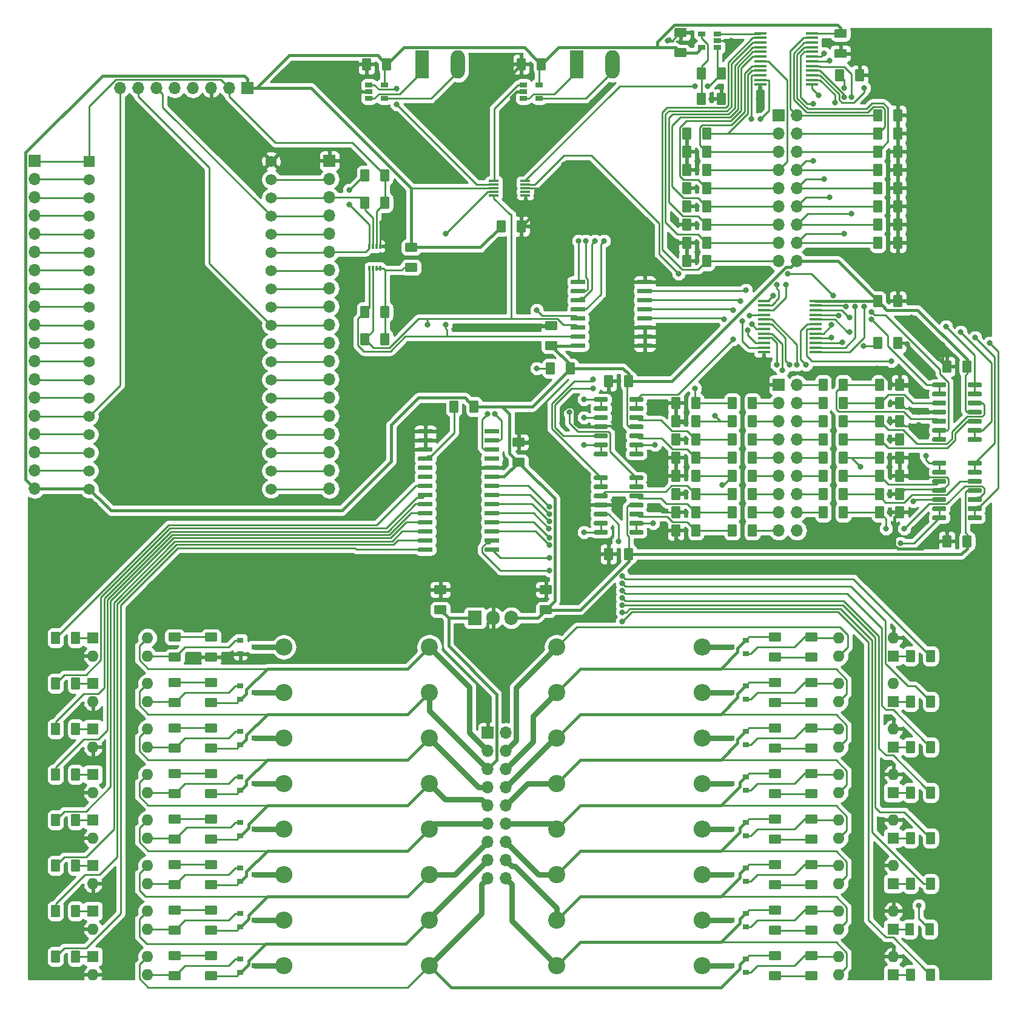
<source format=gbr>
G04 #@! TF.GenerationSoftware,KiCad,Pcbnew,(5.1.4)-1*
G04 #@! TF.CreationDate,2019-12-26T01:30:00-05:00*
G04 #@! TF.ProjectId,SingleBMS,53696e67-6c65-4424-9d53-2e6b69636164,rev?*
G04 #@! TF.SameCoordinates,Original*
G04 #@! TF.FileFunction,Copper,L1,Top*
G04 #@! TF.FilePolarity,Positive*
%FSLAX46Y46*%
G04 Gerber Fmt 4.6, Leading zero omitted, Abs format (unit mm)*
G04 Created by KiCad (PCBNEW (5.1.4)-1) date 2019-12-26 01:30:00*
%MOMM*%
%LPD*%
G04 APERTURE LIST*
%ADD10O,2.400000X2.400000*%
%ADD11C,2.400000*%
%ADD12O,1.700000X1.700000*%
%ADD13R,1.700000X1.700000*%
%ADD14C,0.100000*%
%ADD15C,0.600000*%
%ADD16R,1.400000X0.300000*%
%ADD17R,1.750000X0.450000*%
%ADD18C,1.250000*%
%ADD19R,1.560000X1.560000*%
%ADD20C,1.560000*%
%ADD21O,1.980000X3.960000*%
%ADD22R,1.980000X3.960000*%
%ADD23R,0.900000X0.800000*%
%ADD24R,0.300000X0.800000*%
%ADD25R,1.060000X0.650000*%
%ADD26R,1.905000X2.000000*%
%ADD27O,1.905000X2.000000*%
%ADD28O,1.600000X1.600000*%
%ADD29R,1.600000X1.600000*%
%ADD30C,0.800000*%
%ADD31C,0.381000*%
%ADD32C,0.254000*%
%ADD33C,0.762000*%
%ADD34C,0.250000*%
G04 APERTURE END LIST*
D10*
X228854000Y-100838000D03*
D11*
X208534000Y-100838000D03*
D10*
X228854000Y-107188000D03*
D11*
X208534000Y-107188000D03*
D10*
X228854000Y-113538000D03*
D11*
X208534000Y-113538000D03*
D10*
X228854000Y-119888000D03*
D11*
X208534000Y-119888000D03*
D10*
X228854000Y-126238000D03*
D11*
X208534000Y-126238000D03*
D10*
X228854000Y-132588000D03*
D11*
X208534000Y-132588000D03*
D10*
X228854000Y-138938000D03*
D11*
X208534000Y-138938000D03*
D10*
X228854000Y-145288000D03*
D11*
X208534000Y-145288000D03*
D10*
X170434000Y-145288000D03*
D11*
X190754000Y-145288000D03*
D10*
X170434000Y-138938000D03*
D11*
X190754000Y-138938000D03*
D10*
X170434000Y-132588000D03*
D11*
X190754000Y-132588000D03*
D10*
X170434000Y-126238000D03*
D11*
X190754000Y-126238000D03*
D10*
X170434000Y-119888000D03*
D11*
X190754000Y-119888000D03*
D10*
X170434000Y-113538000D03*
D11*
X190754000Y-113538000D03*
D10*
X170434000Y-107188000D03*
D11*
X190754000Y-107188000D03*
D10*
X170434000Y-100838000D03*
D11*
X190754000Y-100838000D03*
D12*
X198882000Y-115316000D03*
X201422000Y-120396000D03*
X198882000Y-117856000D03*
X201422000Y-115316000D03*
X198882000Y-120396000D03*
X201422000Y-112776000D03*
D13*
X198882000Y-112776000D03*
D12*
X201422000Y-128016000D03*
X201422000Y-122936000D03*
X198882000Y-125476000D03*
X201422000Y-117856000D03*
X198882000Y-130556000D03*
X198882000Y-128016000D03*
X198882000Y-133096000D03*
X201422000Y-133096000D03*
X198882000Y-122936000D03*
X201422000Y-130556000D03*
X201422000Y-125476000D03*
X239522000Y-34290000D03*
X242062000Y-36830000D03*
X242062000Y-39370000D03*
X239522000Y-41910000D03*
X239522000Y-44450000D03*
X242062000Y-26670000D03*
X242062000Y-29210000D03*
X242062000Y-34290000D03*
X242062000Y-41910000D03*
X242062000Y-44450000D03*
D13*
X239522000Y-26670000D03*
D12*
X239522000Y-29210000D03*
X239522000Y-31750000D03*
X242062000Y-31750000D03*
X239522000Y-36830000D03*
X239522000Y-39370000D03*
X239522000Y-46990000D03*
X242062000Y-46990000D03*
X239522000Y-71882000D03*
X242062000Y-74422000D03*
X242062000Y-76962000D03*
X239522000Y-79502000D03*
X239522000Y-82042000D03*
X242062000Y-64262000D03*
X242062000Y-66802000D03*
X242062000Y-71882000D03*
X242062000Y-79502000D03*
X242062000Y-82042000D03*
D13*
X239522000Y-64262000D03*
D12*
X239522000Y-66802000D03*
X239522000Y-69342000D03*
X242062000Y-69342000D03*
X239522000Y-74422000D03*
X239522000Y-76962000D03*
X239522000Y-84582000D03*
X242062000Y-84582000D03*
D14*
G36*
X191057703Y-86949722D02*
G01*
X191072264Y-86951882D01*
X191086543Y-86955459D01*
X191100403Y-86960418D01*
X191113710Y-86966712D01*
X191126336Y-86974280D01*
X191138159Y-86983048D01*
X191149066Y-86992934D01*
X191158952Y-87003841D01*
X191167720Y-87015664D01*
X191175288Y-87028290D01*
X191181582Y-87041597D01*
X191186541Y-87055457D01*
X191190118Y-87069736D01*
X191192278Y-87084297D01*
X191193000Y-87099000D01*
X191193000Y-87399000D01*
X191192278Y-87413703D01*
X191190118Y-87428264D01*
X191186541Y-87442543D01*
X191181582Y-87456403D01*
X191175288Y-87469710D01*
X191167720Y-87482336D01*
X191158952Y-87494159D01*
X191149066Y-87505066D01*
X191138159Y-87514952D01*
X191126336Y-87523720D01*
X191113710Y-87531288D01*
X191100403Y-87537582D01*
X191086543Y-87542541D01*
X191072264Y-87546118D01*
X191057703Y-87548278D01*
X191043000Y-87549000D01*
X189293000Y-87549000D01*
X189278297Y-87548278D01*
X189263736Y-87546118D01*
X189249457Y-87542541D01*
X189235597Y-87537582D01*
X189222290Y-87531288D01*
X189209664Y-87523720D01*
X189197841Y-87514952D01*
X189186934Y-87505066D01*
X189177048Y-87494159D01*
X189168280Y-87482336D01*
X189160712Y-87469710D01*
X189154418Y-87456403D01*
X189149459Y-87442543D01*
X189145882Y-87428264D01*
X189143722Y-87413703D01*
X189143000Y-87399000D01*
X189143000Y-87099000D01*
X189143722Y-87084297D01*
X189145882Y-87069736D01*
X189149459Y-87055457D01*
X189154418Y-87041597D01*
X189160712Y-87028290D01*
X189168280Y-87015664D01*
X189177048Y-87003841D01*
X189186934Y-86992934D01*
X189197841Y-86983048D01*
X189209664Y-86974280D01*
X189222290Y-86966712D01*
X189235597Y-86960418D01*
X189249457Y-86955459D01*
X189263736Y-86951882D01*
X189278297Y-86949722D01*
X189293000Y-86949000D01*
X191043000Y-86949000D01*
X191057703Y-86949722D01*
X191057703Y-86949722D01*
G37*
D15*
X190168000Y-87249000D03*
D14*
G36*
X191057703Y-85679722D02*
G01*
X191072264Y-85681882D01*
X191086543Y-85685459D01*
X191100403Y-85690418D01*
X191113710Y-85696712D01*
X191126336Y-85704280D01*
X191138159Y-85713048D01*
X191149066Y-85722934D01*
X191158952Y-85733841D01*
X191167720Y-85745664D01*
X191175288Y-85758290D01*
X191181582Y-85771597D01*
X191186541Y-85785457D01*
X191190118Y-85799736D01*
X191192278Y-85814297D01*
X191193000Y-85829000D01*
X191193000Y-86129000D01*
X191192278Y-86143703D01*
X191190118Y-86158264D01*
X191186541Y-86172543D01*
X191181582Y-86186403D01*
X191175288Y-86199710D01*
X191167720Y-86212336D01*
X191158952Y-86224159D01*
X191149066Y-86235066D01*
X191138159Y-86244952D01*
X191126336Y-86253720D01*
X191113710Y-86261288D01*
X191100403Y-86267582D01*
X191086543Y-86272541D01*
X191072264Y-86276118D01*
X191057703Y-86278278D01*
X191043000Y-86279000D01*
X189293000Y-86279000D01*
X189278297Y-86278278D01*
X189263736Y-86276118D01*
X189249457Y-86272541D01*
X189235597Y-86267582D01*
X189222290Y-86261288D01*
X189209664Y-86253720D01*
X189197841Y-86244952D01*
X189186934Y-86235066D01*
X189177048Y-86224159D01*
X189168280Y-86212336D01*
X189160712Y-86199710D01*
X189154418Y-86186403D01*
X189149459Y-86172543D01*
X189145882Y-86158264D01*
X189143722Y-86143703D01*
X189143000Y-86129000D01*
X189143000Y-85829000D01*
X189143722Y-85814297D01*
X189145882Y-85799736D01*
X189149459Y-85785457D01*
X189154418Y-85771597D01*
X189160712Y-85758290D01*
X189168280Y-85745664D01*
X189177048Y-85733841D01*
X189186934Y-85722934D01*
X189197841Y-85713048D01*
X189209664Y-85704280D01*
X189222290Y-85696712D01*
X189235597Y-85690418D01*
X189249457Y-85685459D01*
X189263736Y-85681882D01*
X189278297Y-85679722D01*
X189293000Y-85679000D01*
X191043000Y-85679000D01*
X191057703Y-85679722D01*
X191057703Y-85679722D01*
G37*
D15*
X190168000Y-85979000D03*
D14*
G36*
X191057703Y-84409722D02*
G01*
X191072264Y-84411882D01*
X191086543Y-84415459D01*
X191100403Y-84420418D01*
X191113710Y-84426712D01*
X191126336Y-84434280D01*
X191138159Y-84443048D01*
X191149066Y-84452934D01*
X191158952Y-84463841D01*
X191167720Y-84475664D01*
X191175288Y-84488290D01*
X191181582Y-84501597D01*
X191186541Y-84515457D01*
X191190118Y-84529736D01*
X191192278Y-84544297D01*
X191193000Y-84559000D01*
X191193000Y-84859000D01*
X191192278Y-84873703D01*
X191190118Y-84888264D01*
X191186541Y-84902543D01*
X191181582Y-84916403D01*
X191175288Y-84929710D01*
X191167720Y-84942336D01*
X191158952Y-84954159D01*
X191149066Y-84965066D01*
X191138159Y-84974952D01*
X191126336Y-84983720D01*
X191113710Y-84991288D01*
X191100403Y-84997582D01*
X191086543Y-85002541D01*
X191072264Y-85006118D01*
X191057703Y-85008278D01*
X191043000Y-85009000D01*
X189293000Y-85009000D01*
X189278297Y-85008278D01*
X189263736Y-85006118D01*
X189249457Y-85002541D01*
X189235597Y-84997582D01*
X189222290Y-84991288D01*
X189209664Y-84983720D01*
X189197841Y-84974952D01*
X189186934Y-84965066D01*
X189177048Y-84954159D01*
X189168280Y-84942336D01*
X189160712Y-84929710D01*
X189154418Y-84916403D01*
X189149459Y-84902543D01*
X189145882Y-84888264D01*
X189143722Y-84873703D01*
X189143000Y-84859000D01*
X189143000Y-84559000D01*
X189143722Y-84544297D01*
X189145882Y-84529736D01*
X189149459Y-84515457D01*
X189154418Y-84501597D01*
X189160712Y-84488290D01*
X189168280Y-84475664D01*
X189177048Y-84463841D01*
X189186934Y-84452934D01*
X189197841Y-84443048D01*
X189209664Y-84434280D01*
X189222290Y-84426712D01*
X189235597Y-84420418D01*
X189249457Y-84415459D01*
X189263736Y-84411882D01*
X189278297Y-84409722D01*
X189293000Y-84409000D01*
X191043000Y-84409000D01*
X191057703Y-84409722D01*
X191057703Y-84409722D01*
G37*
D15*
X190168000Y-84709000D03*
D14*
G36*
X191057703Y-83139722D02*
G01*
X191072264Y-83141882D01*
X191086543Y-83145459D01*
X191100403Y-83150418D01*
X191113710Y-83156712D01*
X191126336Y-83164280D01*
X191138159Y-83173048D01*
X191149066Y-83182934D01*
X191158952Y-83193841D01*
X191167720Y-83205664D01*
X191175288Y-83218290D01*
X191181582Y-83231597D01*
X191186541Y-83245457D01*
X191190118Y-83259736D01*
X191192278Y-83274297D01*
X191193000Y-83289000D01*
X191193000Y-83589000D01*
X191192278Y-83603703D01*
X191190118Y-83618264D01*
X191186541Y-83632543D01*
X191181582Y-83646403D01*
X191175288Y-83659710D01*
X191167720Y-83672336D01*
X191158952Y-83684159D01*
X191149066Y-83695066D01*
X191138159Y-83704952D01*
X191126336Y-83713720D01*
X191113710Y-83721288D01*
X191100403Y-83727582D01*
X191086543Y-83732541D01*
X191072264Y-83736118D01*
X191057703Y-83738278D01*
X191043000Y-83739000D01*
X189293000Y-83739000D01*
X189278297Y-83738278D01*
X189263736Y-83736118D01*
X189249457Y-83732541D01*
X189235597Y-83727582D01*
X189222290Y-83721288D01*
X189209664Y-83713720D01*
X189197841Y-83704952D01*
X189186934Y-83695066D01*
X189177048Y-83684159D01*
X189168280Y-83672336D01*
X189160712Y-83659710D01*
X189154418Y-83646403D01*
X189149459Y-83632543D01*
X189145882Y-83618264D01*
X189143722Y-83603703D01*
X189143000Y-83589000D01*
X189143000Y-83289000D01*
X189143722Y-83274297D01*
X189145882Y-83259736D01*
X189149459Y-83245457D01*
X189154418Y-83231597D01*
X189160712Y-83218290D01*
X189168280Y-83205664D01*
X189177048Y-83193841D01*
X189186934Y-83182934D01*
X189197841Y-83173048D01*
X189209664Y-83164280D01*
X189222290Y-83156712D01*
X189235597Y-83150418D01*
X189249457Y-83145459D01*
X189263736Y-83141882D01*
X189278297Y-83139722D01*
X189293000Y-83139000D01*
X191043000Y-83139000D01*
X191057703Y-83139722D01*
X191057703Y-83139722D01*
G37*
D15*
X190168000Y-83439000D03*
D14*
G36*
X191057703Y-81869722D02*
G01*
X191072264Y-81871882D01*
X191086543Y-81875459D01*
X191100403Y-81880418D01*
X191113710Y-81886712D01*
X191126336Y-81894280D01*
X191138159Y-81903048D01*
X191149066Y-81912934D01*
X191158952Y-81923841D01*
X191167720Y-81935664D01*
X191175288Y-81948290D01*
X191181582Y-81961597D01*
X191186541Y-81975457D01*
X191190118Y-81989736D01*
X191192278Y-82004297D01*
X191193000Y-82019000D01*
X191193000Y-82319000D01*
X191192278Y-82333703D01*
X191190118Y-82348264D01*
X191186541Y-82362543D01*
X191181582Y-82376403D01*
X191175288Y-82389710D01*
X191167720Y-82402336D01*
X191158952Y-82414159D01*
X191149066Y-82425066D01*
X191138159Y-82434952D01*
X191126336Y-82443720D01*
X191113710Y-82451288D01*
X191100403Y-82457582D01*
X191086543Y-82462541D01*
X191072264Y-82466118D01*
X191057703Y-82468278D01*
X191043000Y-82469000D01*
X189293000Y-82469000D01*
X189278297Y-82468278D01*
X189263736Y-82466118D01*
X189249457Y-82462541D01*
X189235597Y-82457582D01*
X189222290Y-82451288D01*
X189209664Y-82443720D01*
X189197841Y-82434952D01*
X189186934Y-82425066D01*
X189177048Y-82414159D01*
X189168280Y-82402336D01*
X189160712Y-82389710D01*
X189154418Y-82376403D01*
X189149459Y-82362543D01*
X189145882Y-82348264D01*
X189143722Y-82333703D01*
X189143000Y-82319000D01*
X189143000Y-82019000D01*
X189143722Y-82004297D01*
X189145882Y-81989736D01*
X189149459Y-81975457D01*
X189154418Y-81961597D01*
X189160712Y-81948290D01*
X189168280Y-81935664D01*
X189177048Y-81923841D01*
X189186934Y-81912934D01*
X189197841Y-81903048D01*
X189209664Y-81894280D01*
X189222290Y-81886712D01*
X189235597Y-81880418D01*
X189249457Y-81875459D01*
X189263736Y-81871882D01*
X189278297Y-81869722D01*
X189293000Y-81869000D01*
X191043000Y-81869000D01*
X191057703Y-81869722D01*
X191057703Y-81869722D01*
G37*
D15*
X190168000Y-82169000D03*
D14*
G36*
X191057703Y-80599722D02*
G01*
X191072264Y-80601882D01*
X191086543Y-80605459D01*
X191100403Y-80610418D01*
X191113710Y-80616712D01*
X191126336Y-80624280D01*
X191138159Y-80633048D01*
X191149066Y-80642934D01*
X191158952Y-80653841D01*
X191167720Y-80665664D01*
X191175288Y-80678290D01*
X191181582Y-80691597D01*
X191186541Y-80705457D01*
X191190118Y-80719736D01*
X191192278Y-80734297D01*
X191193000Y-80749000D01*
X191193000Y-81049000D01*
X191192278Y-81063703D01*
X191190118Y-81078264D01*
X191186541Y-81092543D01*
X191181582Y-81106403D01*
X191175288Y-81119710D01*
X191167720Y-81132336D01*
X191158952Y-81144159D01*
X191149066Y-81155066D01*
X191138159Y-81164952D01*
X191126336Y-81173720D01*
X191113710Y-81181288D01*
X191100403Y-81187582D01*
X191086543Y-81192541D01*
X191072264Y-81196118D01*
X191057703Y-81198278D01*
X191043000Y-81199000D01*
X189293000Y-81199000D01*
X189278297Y-81198278D01*
X189263736Y-81196118D01*
X189249457Y-81192541D01*
X189235597Y-81187582D01*
X189222290Y-81181288D01*
X189209664Y-81173720D01*
X189197841Y-81164952D01*
X189186934Y-81155066D01*
X189177048Y-81144159D01*
X189168280Y-81132336D01*
X189160712Y-81119710D01*
X189154418Y-81106403D01*
X189149459Y-81092543D01*
X189145882Y-81078264D01*
X189143722Y-81063703D01*
X189143000Y-81049000D01*
X189143000Y-80749000D01*
X189143722Y-80734297D01*
X189145882Y-80719736D01*
X189149459Y-80705457D01*
X189154418Y-80691597D01*
X189160712Y-80678290D01*
X189168280Y-80665664D01*
X189177048Y-80653841D01*
X189186934Y-80642934D01*
X189197841Y-80633048D01*
X189209664Y-80624280D01*
X189222290Y-80616712D01*
X189235597Y-80610418D01*
X189249457Y-80605459D01*
X189263736Y-80601882D01*
X189278297Y-80599722D01*
X189293000Y-80599000D01*
X191043000Y-80599000D01*
X191057703Y-80599722D01*
X191057703Y-80599722D01*
G37*
D15*
X190168000Y-80899000D03*
D14*
G36*
X191057703Y-79329722D02*
G01*
X191072264Y-79331882D01*
X191086543Y-79335459D01*
X191100403Y-79340418D01*
X191113710Y-79346712D01*
X191126336Y-79354280D01*
X191138159Y-79363048D01*
X191149066Y-79372934D01*
X191158952Y-79383841D01*
X191167720Y-79395664D01*
X191175288Y-79408290D01*
X191181582Y-79421597D01*
X191186541Y-79435457D01*
X191190118Y-79449736D01*
X191192278Y-79464297D01*
X191193000Y-79479000D01*
X191193000Y-79779000D01*
X191192278Y-79793703D01*
X191190118Y-79808264D01*
X191186541Y-79822543D01*
X191181582Y-79836403D01*
X191175288Y-79849710D01*
X191167720Y-79862336D01*
X191158952Y-79874159D01*
X191149066Y-79885066D01*
X191138159Y-79894952D01*
X191126336Y-79903720D01*
X191113710Y-79911288D01*
X191100403Y-79917582D01*
X191086543Y-79922541D01*
X191072264Y-79926118D01*
X191057703Y-79928278D01*
X191043000Y-79929000D01*
X189293000Y-79929000D01*
X189278297Y-79928278D01*
X189263736Y-79926118D01*
X189249457Y-79922541D01*
X189235597Y-79917582D01*
X189222290Y-79911288D01*
X189209664Y-79903720D01*
X189197841Y-79894952D01*
X189186934Y-79885066D01*
X189177048Y-79874159D01*
X189168280Y-79862336D01*
X189160712Y-79849710D01*
X189154418Y-79836403D01*
X189149459Y-79822543D01*
X189145882Y-79808264D01*
X189143722Y-79793703D01*
X189143000Y-79779000D01*
X189143000Y-79479000D01*
X189143722Y-79464297D01*
X189145882Y-79449736D01*
X189149459Y-79435457D01*
X189154418Y-79421597D01*
X189160712Y-79408290D01*
X189168280Y-79395664D01*
X189177048Y-79383841D01*
X189186934Y-79372934D01*
X189197841Y-79363048D01*
X189209664Y-79354280D01*
X189222290Y-79346712D01*
X189235597Y-79340418D01*
X189249457Y-79335459D01*
X189263736Y-79331882D01*
X189278297Y-79329722D01*
X189293000Y-79329000D01*
X191043000Y-79329000D01*
X191057703Y-79329722D01*
X191057703Y-79329722D01*
G37*
D15*
X190168000Y-79629000D03*
D14*
G36*
X191057703Y-78059722D02*
G01*
X191072264Y-78061882D01*
X191086543Y-78065459D01*
X191100403Y-78070418D01*
X191113710Y-78076712D01*
X191126336Y-78084280D01*
X191138159Y-78093048D01*
X191149066Y-78102934D01*
X191158952Y-78113841D01*
X191167720Y-78125664D01*
X191175288Y-78138290D01*
X191181582Y-78151597D01*
X191186541Y-78165457D01*
X191190118Y-78179736D01*
X191192278Y-78194297D01*
X191193000Y-78209000D01*
X191193000Y-78509000D01*
X191192278Y-78523703D01*
X191190118Y-78538264D01*
X191186541Y-78552543D01*
X191181582Y-78566403D01*
X191175288Y-78579710D01*
X191167720Y-78592336D01*
X191158952Y-78604159D01*
X191149066Y-78615066D01*
X191138159Y-78624952D01*
X191126336Y-78633720D01*
X191113710Y-78641288D01*
X191100403Y-78647582D01*
X191086543Y-78652541D01*
X191072264Y-78656118D01*
X191057703Y-78658278D01*
X191043000Y-78659000D01*
X189293000Y-78659000D01*
X189278297Y-78658278D01*
X189263736Y-78656118D01*
X189249457Y-78652541D01*
X189235597Y-78647582D01*
X189222290Y-78641288D01*
X189209664Y-78633720D01*
X189197841Y-78624952D01*
X189186934Y-78615066D01*
X189177048Y-78604159D01*
X189168280Y-78592336D01*
X189160712Y-78579710D01*
X189154418Y-78566403D01*
X189149459Y-78552543D01*
X189145882Y-78538264D01*
X189143722Y-78523703D01*
X189143000Y-78509000D01*
X189143000Y-78209000D01*
X189143722Y-78194297D01*
X189145882Y-78179736D01*
X189149459Y-78165457D01*
X189154418Y-78151597D01*
X189160712Y-78138290D01*
X189168280Y-78125664D01*
X189177048Y-78113841D01*
X189186934Y-78102934D01*
X189197841Y-78093048D01*
X189209664Y-78084280D01*
X189222290Y-78076712D01*
X189235597Y-78070418D01*
X189249457Y-78065459D01*
X189263736Y-78061882D01*
X189278297Y-78059722D01*
X189293000Y-78059000D01*
X191043000Y-78059000D01*
X191057703Y-78059722D01*
X191057703Y-78059722D01*
G37*
D15*
X190168000Y-78359000D03*
D14*
G36*
X191057703Y-76789722D02*
G01*
X191072264Y-76791882D01*
X191086543Y-76795459D01*
X191100403Y-76800418D01*
X191113710Y-76806712D01*
X191126336Y-76814280D01*
X191138159Y-76823048D01*
X191149066Y-76832934D01*
X191158952Y-76843841D01*
X191167720Y-76855664D01*
X191175288Y-76868290D01*
X191181582Y-76881597D01*
X191186541Y-76895457D01*
X191190118Y-76909736D01*
X191192278Y-76924297D01*
X191193000Y-76939000D01*
X191193000Y-77239000D01*
X191192278Y-77253703D01*
X191190118Y-77268264D01*
X191186541Y-77282543D01*
X191181582Y-77296403D01*
X191175288Y-77309710D01*
X191167720Y-77322336D01*
X191158952Y-77334159D01*
X191149066Y-77345066D01*
X191138159Y-77354952D01*
X191126336Y-77363720D01*
X191113710Y-77371288D01*
X191100403Y-77377582D01*
X191086543Y-77382541D01*
X191072264Y-77386118D01*
X191057703Y-77388278D01*
X191043000Y-77389000D01*
X189293000Y-77389000D01*
X189278297Y-77388278D01*
X189263736Y-77386118D01*
X189249457Y-77382541D01*
X189235597Y-77377582D01*
X189222290Y-77371288D01*
X189209664Y-77363720D01*
X189197841Y-77354952D01*
X189186934Y-77345066D01*
X189177048Y-77334159D01*
X189168280Y-77322336D01*
X189160712Y-77309710D01*
X189154418Y-77296403D01*
X189149459Y-77282543D01*
X189145882Y-77268264D01*
X189143722Y-77253703D01*
X189143000Y-77239000D01*
X189143000Y-76939000D01*
X189143722Y-76924297D01*
X189145882Y-76909736D01*
X189149459Y-76895457D01*
X189154418Y-76881597D01*
X189160712Y-76868290D01*
X189168280Y-76855664D01*
X189177048Y-76843841D01*
X189186934Y-76832934D01*
X189197841Y-76823048D01*
X189209664Y-76814280D01*
X189222290Y-76806712D01*
X189235597Y-76800418D01*
X189249457Y-76795459D01*
X189263736Y-76791882D01*
X189278297Y-76789722D01*
X189293000Y-76789000D01*
X191043000Y-76789000D01*
X191057703Y-76789722D01*
X191057703Y-76789722D01*
G37*
D15*
X190168000Y-77089000D03*
D14*
G36*
X191057703Y-75519722D02*
G01*
X191072264Y-75521882D01*
X191086543Y-75525459D01*
X191100403Y-75530418D01*
X191113710Y-75536712D01*
X191126336Y-75544280D01*
X191138159Y-75553048D01*
X191149066Y-75562934D01*
X191158952Y-75573841D01*
X191167720Y-75585664D01*
X191175288Y-75598290D01*
X191181582Y-75611597D01*
X191186541Y-75625457D01*
X191190118Y-75639736D01*
X191192278Y-75654297D01*
X191193000Y-75669000D01*
X191193000Y-75969000D01*
X191192278Y-75983703D01*
X191190118Y-75998264D01*
X191186541Y-76012543D01*
X191181582Y-76026403D01*
X191175288Y-76039710D01*
X191167720Y-76052336D01*
X191158952Y-76064159D01*
X191149066Y-76075066D01*
X191138159Y-76084952D01*
X191126336Y-76093720D01*
X191113710Y-76101288D01*
X191100403Y-76107582D01*
X191086543Y-76112541D01*
X191072264Y-76116118D01*
X191057703Y-76118278D01*
X191043000Y-76119000D01*
X189293000Y-76119000D01*
X189278297Y-76118278D01*
X189263736Y-76116118D01*
X189249457Y-76112541D01*
X189235597Y-76107582D01*
X189222290Y-76101288D01*
X189209664Y-76093720D01*
X189197841Y-76084952D01*
X189186934Y-76075066D01*
X189177048Y-76064159D01*
X189168280Y-76052336D01*
X189160712Y-76039710D01*
X189154418Y-76026403D01*
X189149459Y-76012543D01*
X189145882Y-75998264D01*
X189143722Y-75983703D01*
X189143000Y-75969000D01*
X189143000Y-75669000D01*
X189143722Y-75654297D01*
X189145882Y-75639736D01*
X189149459Y-75625457D01*
X189154418Y-75611597D01*
X189160712Y-75598290D01*
X189168280Y-75585664D01*
X189177048Y-75573841D01*
X189186934Y-75562934D01*
X189197841Y-75553048D01*
X189209664Y-75544280D01*
X189222290Y-75536712D01*
X189235597Y-75530418D01*
X189249457Y-75525459D01*
X189263736Y-75521882D01*
X189278297Y-75519722D01*
X189293000Y-75519000D01*
X191043000Y-75519000D01*
X191057703Y-75519722D01*
X191057703Y-75519722D01*
G37*
D15*
X190168000Y-75819000D03*
D14*
G36*
X191057703Y-74249722D02*
G01*
X191072264Y-74251882D01*
X191086543Y-74255459D01*
X191100403Y-74260418D01*
X191113710Y-74266712D01*
X191126336Y-74274280D01*
X191138159Y-74283048D01*
X191149066Y-74292934D01*
X191158952Y-74303841D01*
X191167720Y-74315664D01*
X191175288Y-74328290D01*
X191181582Y-74341597D01*
X191186541Y-74355457D01*
X191190118Y-74369736D01*
X191192278Y-74384297D01*
X191193000Y-74399000D01*
X191193000Y-74699000D01*
X191192278Y-74713703D01*
X191190118Y-74728264D01*
X191186541Y-74742543D01*
X191181582Y-74756403D01*
X191175288Y-74769710D01*
X191167720Y-74782336D01*
X191158952Y-74794159D01*
X191149066Y-74805066D01*
X191138159Y-74814952D01*
X191126336Y-74823720D01*
X191113710Y-74831288D01*
X191100403Y-74837582D01*
X191086543Y-74842541D01*
X191072264Y-74846118D01*
X191057703Y-74848278D01*
X191043000Y-74849000D01*
X189293000Y-74849000D01*
X189278297Y-74848278D01*
X189263736Y-74846118D01*
X189249457Y-74842541D01*
X189235597Y-74837582D01*
X189222290Y-74831288D01*
X189209664Y-74823720D01*
X189197841Y-74814952D01*
X189186934Y-74805066D01*
X189177048Y-74794159D01*
X189168280Y-74782336D01*
X189160712Y-74769710D01*
X189154418Y-74756403D01*
X189149459Y-74742543D01*
X189145882Y-74728264D01*
X189143722Y-74713703D01*
X189143000Y-74699000D01*
X189143000Y-74399000D01*
X189143722Y-74384297D01*
X189145882Y-74369736D01*
X189149459Y-74355457D01*
X189154418Y-74341597D01*
X189160712Y-74328290D01*
X189168280Y-74315664D01*
X189177048Y-74303841D01*
X189186934Y-74292934D01*
X189197841Y-74283048D01*
X189209664Y-74274280D01*
X189222290Y-74266712D01*
X189235597Y-74260418D01*
X189249457Y-74255459D01*
X189263736Y-74251882D01*
X189278297Y-74249722D01*
X189293000Y-74249000D01*
X191043000Y-74249000D01*
X191057703Y-74249722D01*
X191057703Y-74249722D01*
G37*
D15*
X190168000Y-74549000D03*
D14*
G36*
X191057703Y-72979722D02*
G01*
X191072264Y-72981882D01*
X191086543Y-72985459D01*
X191100403Y-72990418D01*
X191113710Y-72996712D01*
X191126336Y-73004280D01*
X191138159Y-73013048D01*
X191149066Y-73022934D01*
X191158952Y-73033841D01*
X191167720Y-73045664D01*
X191175288Y-73058290D01*
X191181582Y-73071597D01*
X191186541Y-73085457D01*
X191190118Y-73099736D01*
X191192278Y-73114297D01*
X191193000Y-73129000D01*
X191193000Y-73429000D01*
X191192278Y-73443703D01*
X191190118Y-73458264D01*
X191186541Y-73472543D01*
X191181582Y-73486403D01*
X191175288Y-73499710D01*
X191167720Y-73512336D01*
X191158952Y-73524159D01*
X191149066Y-73535066D01*
X191138159Y-73544952D01*
X191126336Y-73553720D01*
X191113710Y-73561288D01*
X191100403Y-73567582D01*
X191086543Y-73572541D01*
X191072264Y-73576118D01*
X191057703Y-73578278D01*
X191043000Y-73579000D01*
X189293000Y-73579000D01*
X189278297Y-73578278D01*
X189263736Y-73576118D01*
X189249457Y-73572541D01*
X189235597Y-73567582D01*
X189222290Y-73561288D01*
X189209664Y-73553720D01*
X189197841Y-73544952D01*
X189186934Y-73535066D01*
X189177048Y-73524159D01*
X189168280Y-73512336D01*
X189160712Y-73499710D01*
X189154418Y-73486403D01*
X189149459Y-73472543D01*
X189145882Y-73458264D01*
X189143722Y-73443703D01*
X189143000Y-73429000D01*
X189143000Y-73129000D01*
X189143722Y-73114297D01*
X189145882Y-73099736D01*
X189149459Y-73085457D01*
X189154418Y-73071597D01*
X189160712Y-73058290D01*
X189168280Y-73045664D01*
X189177048Y-73033841D01*
X189186934Y-73022934D01*
X189197841Y-73013048D01*
X189209664Y-73004280D01*
X189222290Y-72996712D01*
X189235597Y-72990418D01*
X189249457Y-72985459D01*
X189263736Y-72981882D01*
X189278297Y-72979722D01*
X189293000Y-72979000D01*
X191043000Y-72979000D01*
X191057703Y-72979722D01*
X191057703Y-72979722D01*
G37*
D15*
X190168000Y-73279000D03*
D14*
G36*
X191057703Y-71709722D02*
G01*
X191072264Y-71711882D01*
X191086543Y-71715459D01*
X191100403Y-71720418D01*
X191113710Y-71726712D01*
X191126336Y-71734280D01*
X191138159Y-71743048D01*
X191149066Y-71752934D01*
X191158952Y-71763841D01*
X191167720Y-71775664D01*
X191175288Y-71788290D01*
X191181582Y-71801597D01*
X191186541Y-71815457D01*
X191190118Y-71829736D01*
X191192278Y-71844297D01*
X191193000Y-71859000D01*
X191193000Y-72159000D01*
X191192278Y-72173703D01*
X191190118Y-72188264D01*
X191186541Y-72202543D01*
X191181582Y-72216403D01*
X191175288Y-72229710D01*
X191167720Y-72242336D01*
X191158952Y-72254159D01*
X191149066Y-72265066D01*
X191138159Y-72274952D01*
X191126336Y-72283720D01*
X191113710Y-72291288D01*
X191100403Y-72297582D01*
X191086543Y-72302541D01*
X191072264Y-72306118D01*
X191057703Y-72308278D01*
X191043000Y-72309000D01*
X189293000Y-72309000D01*
X189278297Y-72308278D01*
X189263736Y-72306118D01*
X189249457Y-72302541D01*
X189235597Y-72297582D01*
X189222290Y-72291288D01*
X189209664Y-72283720D01*
X189197841Y-72274952D01*
X189186934Y-72265066D01*
X189177048Y-72254159D01*
X189168280Y-72242336D01*
X189160712Y-72229710D01*
X189154418Y-72216403D01*
X189149459Y-72202543D01*
X189145882Y-72188264D01*
X189143722Y-72173703D01*
X189143000Y-72159000D01*
X189143000Y-71859000D01*
X189143722Y-71844297D01*
X189145882Y-71829736D01*
X189149459Y-71815457D01*
X189154418Y-71801597D01*
X189160712Y-71788290D01*
X189168280Y-71775664D01*
X189177048Y-71763841D01*
X189186934Y-71752934D01*
X189197841Y-71743048D01*
X189209664Y-71734280D01*
X189222290Y-71726712D01*
X189235597Y-71720418D01*
X189249457Y-71715459D01*
X189263736Y-71711882D01*
X189278297Y-71709722D01*
X189293000Y-71709000D01*
X191043000Y-71709000D01*
X191057703Y-71709722D01*
X191057703Y-71709722D01*
G37*
D15*
X190168000Y-72009000D03*
D14*
G36*
X191057703Y-70439722D02*
G01*
X191072264Y-70441882D01*
X191086543Y-70445459D01*
X191100403Y-70450418D01*
X191113710Y-70456712D01*
X191126336Y-70464280D01*
X191138159Y-70473048D01*
X191149066Y-70482934D01*
X191158952Y-70493841D01*
X191167720Y-70505664D01*
X191175288Y-70518290D01*
X191181582Y-70531597D01*
X191186541Y-70545457D01*
X191190118Y-70559736D01*
X191192278Y-70574297D01*
X191193000Y-70589000D01*
X191193000Y-70889000D01*
X191192278Y-70903703D01*
X191190118Y-70918264D01*
X191186541Y-70932543D01*
X191181582Y-70946403D01*
X191175288Y-70959710D01*
X191167720Y-70972336D01*
X191158952Y-70984159D01*
X191149066Y-70995066D01*
X191138159Y-71004952D01*
X191126336Y-71013720D01*
X191113710Y-71021288D01*
X191100403Y-71027582D01*
X191086543Y-71032541D01*
X191072264Y-71036118D01*
X191057703Y-71038278D01*
X191043000Y-71039000D01*
X189293000Y-71039000D01*
X189278297Y-71038278D01*
X189263736Y-71036118D01*
X189249457Y-71032541D01*
X189235597Y-71027582D01*
X189222290Y-71021288D01*
X189209664Y-71013720D01*
X189197841Y-71004952D01*
X189186934Y-70995066D01*
X189177048Y-70984159D01*
X189168280Y-70972336D01*
X189160712Y-70959710D01*
X189154418Y-70946403D01*
X189149459Y-70932543D01*
X189145882Y-70918264D01*
X189143722Y-70903703D01*
X189143000Y-70889000D01*
X189143000Y-70589000D01*
X189143722Y-70574297D01*
X189145882Y-70559736D01*
X189149459Y-70545457D01*
X189154418Y-70531597D01*
X189160712Y-70518290D01*
X189168280Y-70505664D01*
X189177048Y-70493841D01*
X189186934Y-70482934D01*
X189197841Y-70473048D01*
X189209664Y-70464280D01*
X189222290Y-70456712D01*
X189235597Y-70450418D01*
X189249457Y-70445459D01*
X189263736Y-70441882D01*
X189278297Y-70439722D01*
X189293000Y-70439000D01*
X191043000Y-70439000D01*
X191057703Y-70439722D01*
X191057703Y-70439722D01*
G37*
D15*
X190168000Y-70739000D03*
D14*
G36*
X200357703Y-70439722D02*
G01*
X200372264Y-70441882D01*
X200386543Y-70445459D01*
X200400403Y-70450418D01*
X200413710Y-70456712D01*
X200426336Y-70464280D01*
X200438159Y-70473048D01*
X200449066Y-70482934D01*
X200458952Y-70493841D01*
X200467720Y-70505664D01*
X200475288Y-70518290D01*
X200481582Y-70531597D01*
X200486541Y-70545457D01*
X200490118Y-70559736D01*
X200492278Y-70574297D01*
X200493000Y-70589000D01*
X200493000Y-70889000D01*
X200492278Y-70903703D01*
X200490118Y-70918264D01*
X200486541Y-70932543D01*
X200481582Y-70946403D01*
X200475288Y-70959710D01*
X200467720Y-70972336D01*
X200458952Y-70984159D01*
X200449066Y-70995066D01*
X200438159Y-71004952D01*
X200426336Y-71013720D01*
X200413710Y-71021288D01*
X200400403Y-71027582D01*
X200386543Y-71032541D01*
X200372264Y-71036118D01*
X200357703Y-71038278D01*
X200343000Y-71039000D01*
X198593000Y-71039000D01*
X198578297Y-71038278D01*
X198563736Y-71036118D01*
X198549457Y-71032541D01*
X198535597Y-71027582D01*
X198522290Y-71021288D01*
X198509664Y-71013720D01*
X198497841Y-71004952D01*
X198486934Y-70995066D01*
X198477048Y-70984159D01*
X198468280Y-70972336D01*
X198460712Y-70959710D01*
X198454418Y-70946403D01*
X198449459Y-70932543D01*
X198445882Y-70918264D01*
X198443722Y-70903703D01*
X198443000Y-70889000D01*
X198443000Y-70589000D01*
X198443722Y-70574297D01*
X198445882Y-70559736D01*
X198449459Y-70545457D01*
X198454418Y-70531597D01*
X198460712Y-70518290D01*
X198468280Y-70505664D01*
X198477048Y-70493841D01*
X198486934Y-70482934D01*
X198497841Y-70473048D01*
X198509664Y-70464280D01*
X198522290Y-70456712D01*
X198535597Y-70450418D01*
X198549457Y-70445459D01*
X198563736Y-70441882D01*
X198578297Y-70439722D01*
X198593000Y-70439000D01*
X200343000Y-70439000D01*
X200357703Y-70439722D01*
X200357703Y-70439722D01*
G37*
D15*
X199468000Y-70739000D03*
D14*
G36*
X200357703Y-71709722D02*
G01*
X200372264Y-71711882D01*
X200386543Y-71715459D01*
X200400403Y-71720418D01*
X200413710Y-71726712D01*
X200426336Y-71734280D01*
X200438159Y-71743048D01*
X200449066Y-71752934D01*
X200458952Y-71763841D01*
X200467720Y-71775664D01*
X200475288Y-71788290D01*
X200481582Y-71801597D01*
X200486541Y-71815457D01*
X200490118Y-71829736D01*
X200492278Y-71844297D01*
X200493000Y-71859000D01*
X200493000Y-72159000D01*
X200492278Y-72173703D01*
X200490118Y-72188264D01*
X200486541Y-72202543D01*
X200481582Y-72216403D01*
X200475288Y-72229710D01*
X200467720Y-72242336D01*
X200458952Y-72254159D01*
X200449066Y-72265066D01*
X200438159Y-72274952D01*
X200426336Y-72283720D01*
X200413710Y-72291288D01*
X200400403Y-72297582D01*
X200386543Y-72302541D01*
X200372264Y-72306118D01*
X200357703Y-72308278D01*
X200343000Y-72309000D01*
X198593000Y-72309000D01*
X198578297Y-72308278D01*
X198563736Y-72306118D01*
X198549457Y-72302541D01*
X198535597Y-72297582D01*
X198522290Y-72291288D01*
X198509664Y-72283720D01*
X198497841Y-72274952D01*
X198486934Y-72265066D01*
X198477048Y-72254159D01*
X198468280Y-72242336D01*
X198460712Y-72229710D01*
X198454418Y-72216403D01*
X198449459Y-72202543D01*
X198445882Y-72188264D01*
X198443722Y-72173703D01*
X198443000Y-72159000D01*
X198443000Y-71859000D01*
X198443722Y-71844297D01*
X198445882Y-71829736D01*
X198449459Y-71815457D01*
X198454418Y-71801597D01*
X198460712Y-71788290D01*
X198468280Y-71775664D01*
X198477048Y-71763841D01*
X198486934Y-71752934D01*
X198497841Y-71743048D01*
X198509664Y-71734280D01*
X198522290Y-71726712D01*
X198535597Y-71720418D01*
X198549457Y-71715459D01*
X198563736Y-71711882D01*
X198578297Y-71709722D01*
X198593000Y-71709000D01*
X200343000Y-71709000D01*
X200357703Y-71709722D01*
X200357703Y-71709722D01*
G37*
D15*
X199468000Y-72009000D03*
D14*
G36*
X200357703Y-72979722D02*
G01*
X200372264Y-72981882D01*
X200386543Y-72985459D01*
X200400403Y-72990418D01*
X200413710Y-72996712D01*
X200426336Y-73004280D01*
X200438159Y-73013048D01*
X200449066Y-73022934D01*
X200458952Y-73033841D01*
X200467720Y-73045664D01*
X200475288Y-73058290D01*
X200481582Y-73071597D01*
X200486541Y-73085457D01*
X200490118Y-73099736D01*
X200492278Y-73114297D01*
X200493000Y-73129000D01*
X200493000Y-73429000D01*
X200492278Y-73443703D01*
X200490118Y-73458264D01*
X200486541Y-73472543D01*
X200481582Y-73486403D01*
X200475288Y-73499710D01*
X200467720Y-73512336D01*
X200458952Y-73524159D01*
X200449066Y-73535066D01*
X200438159Y-73544952D01*
X200426336Y-73553720D01*
X200413710Y-73561288D01*
X200400403Y-73567582D01*
X200386543Y-73572541D01*
X200372264Y-73576118D01*
X200357703Y-73578278D01*
X200343000Y-73579000D01*
X198593000Y-73579000D01*
X198578297Y-73578278D01*
X198563736Y-73576118D01*
X198549457Y-73572541D01*
X198535597Y-73567582D01*
X198522290Y-73561288D01*
X198509664Y-73553720D01*
X198497841Y-73544952D01*
X198486934Y-73535066D01*
X198477048Y-73524159D01*
X198468280Y-73512336D01*
X198460712Y-73499710D01*
X198454418Y-73486403D01*
X198449459Y-73472543D01*
X198445882Y-73458264D01*
X198443722Y-73443703D01*
X198443000Y-73429000D01*
X198443000Y-73129000D01*
X198443722Y-73114297D01*
X198445882Y-73099736D01*
X198449459Y-73085457D01*
X198454418Y-73071597D01*
X198460712Y-73058290D01*
X198468280Y-73045664D01*
X198477048Y-73033841D01*
X198486934Y-73022934D01*
X198497841Y-73013048D01*
X198509664Y-73004280D01*
X198522290Y-72996712D01*
X198535597Y-72990418D01*
X198549457Y-72985459D01*
X198563736Y-72981882D01*
X198578297Y-72979722D01*
X198593000Y-72979000D01*
X200343000Y-72979000D01*
X200357703Y-72979722D01*
X200357703Y-72979722D01*
G37*
D15*
X199468000Y-73279000D03*
D14*
G36*
X200357703Y-74249722D02*
G01*
X200372264Y-74251882D01*
X200386543Y-74255459D01*
X200400403Y-74260418D01*
X200413710Y-74266712D01*
X200426336Y-74274280D01*
X200438159Y-74283048D01*
X200449066Y-74292934D01*
X200458952Y-74303841D01*
X200467720Y-74315664D01*
X200475288Y-74328290D01*
X200481582Y-74341597D01*
X200486541Y-74355457D01*
X200490118Y-74369736D01*
X200492278Y-74384297D01*
X200493000Y-74399000D01*
X200493000Y-74699000D01*
X200492278Y-74713703D01*
X200490118Y-74728264D01*
X200486541Y-74742543D01*
X200481582Y-74756403D01*
X200475288Y-74769710D01*
X200467720Y-74782336D01*
X200458952Y-74794159D01*
X200449066Y-74805066D01*
X200438159Y-74814952D01*
X200426336Y-74823720D01*
X200413710Y-74831288D01*
X200400403Y-74837582D01*
X200386543Y-74842541D01*
X200372264Y-74846118D01*
X200357703Y-74848278D01*
X200343000Y-74849000D01*
X198593000Y-74849000D01*
X198578297Y-74848278D01*
X198563736Y-74846118D01*
X198549457Y-74842541D01*
X198535597Y-74837582D01*
X198522290Y-74831288D01*
X198509664Y-74823720D01*
X198497841Y-74814952D01*
X198486934Y-74805066D01*
X198477048Y-74794159D01*
X198468280Y-74782336D01*
X198460712Y-74769710D01*
X198454418Y-74756403D01*
X198449459Y-74742543D01*
X198445882Y-74728264D01*
X198443722Y-74713703D01*
X198443000Y-74699000D01*
X198443000Y-74399000D01*
X198443722Y-74384297D01*
X198445882Y-74369736D01*
X198449459Y-74355457D01*
X198454418Y-74341597D01*
X198460712Y-74328290D01*
X198468280Y-74315664D01*
X198477048Y-74303841D01*
X198486934Y-74292934D01*
X198497841Y-74283048D01*
X198509664Y-74274280D01*
X198522290Y-74266712D01*
X198535597Y-74260418D01*
X198549457Y-74255459D01*
X198563736Y-74251882D01*
X198578297Y-74249722D01*
X198593000Y-74249000D01*
X200343000Y-74249000D01*
X200357703Y-74249722D01*
X200357703Y-74249722D01*
G37*
D15*
X199468000Y-74549000D03*
D14*
G36*
X200357703Y-75519722D02*
G01*
X200372264Y-75521882D01*
X200386543Y-75525459D01*
X200400403Y-75530418D01*
X200413710Y-75536712D01*
X200426336Y-75544280D01*
X200438159Y-75553048D01*
X200449066Y-75562934D01*
X200458952Y-75573841D01*
X200467720Y-75585664D01*
X200475288Y-75598290D01*
X200481582Y-75611597D01*
X200486541Y-75625457D01*
X200490118Y-75639736D01*
X200492278Y-75654297D01*
X200493000Y-75669000D01*
X200493000Y-75969000D01*
X200492278Y-75983703D01*
X200490118Y-75998264D01*
X200486541Y-76012543D01*
X200481582Y-76026403D01*
X200475288Y-76039710D01*
X200467720Y-76052336D01*
X200458952Y-76064159D01*
X200449066Y-76075066D01*
X200438159Y-76084952D01*
X200426336Y-76093720D01*
X200413710Y-76101288D01*
X200400403Y-76107582D01*
X200386543Y-76112541D01*
X200372264Y-76116118D01*
X200357703Y-76118278D01*
X200343000Y-76119000D01*
X198593000Y-76119000D01*
X198578297Y-76118278D01*
X198563736Y-76116118D01*
X198549457Y-76112541D01*
X198535597Y-76107582D01*
X198522290Y-76101288D01*
X198509664Y-76093720D01*
X198497841Y-76084952D01*
X198486934Y-76075066D01*
X198477048Y-76064159D01*
X198468280Y-76052336D01*
X198460712Y-76039710D01*
X198454418Y-76026403D01*
X198449459Y-76012543D01*
X198445882Y-75998264D01*
X198443722Y-75983703D01*
X198443000Y-75969000D01*
X198443000Y-75669000D01*
X198443722Y-75654297D01*
X198445882Y-75639736D01*
X198449459Y-75625457D01*
X198454418Y-75611597D01*
X198460712Y-75598290D01*
X198468280Y-75585664D01*
X198477048Y-75573841D01*
X198486934Y-75562934D01*
X198497841Y-75553048D01*
X198509664Y-75544280D01*
X198522290Y-75536712D01*
X198535597Y-75530418D01*
X198549457Y-75525459D01*
X198563736Y-75521882D01*
X198578297Y-75519722D01*
X198593000Y-75519000D01*
X200343000Y-75519000D01*
X200357703Y-75519722D01*
X200357703Y-75519722D01*
G37*
D15*
X199468000Y-75819000D03*
D14*
G36*
X200357703Y-76789722D02*
G01*
X200372264Y-76791882D01*
X200386543Y-76795459D01*
X200400403Y-76800418D01*
X200413710Y-76806712D01*
X200426336Y-76814280D01*
X200438159Y-76823048D01*
X200449066Y-76832934D01*
X200458952Y-76843841D01*
X200467720Y-76855664D01*
X200475288Y-76868290D01*
X200481582Y-76881597D01*
X200486541Y-76895457D01*
X200490118Y-76909736D01*
X200492278Y-76924297D01*
X200493000Y-76939000D01*
X200493000Y-77239000D01*
X200492278Y-77253703D01*
X200490118Y-77268264D01*
X200486541Y-77282543D01*
X200481582Y-77296403D01*
X200475288Y-77309710D01*
X200467720Y-77322336D01*
X200458952Y-77334159D01*
X200449066Y-77345066D01*
X200438159Y-77354952D01*
X200426336Y-77363720D01*
X200413710Y-77371288D01*
X200400403Y-77377582D01*
X200386543Y-77382541D01*
X200372264Y-77386118D01*
X200357703Y-77388278D01*
X200343000Y-77389000D01*
X198593000Y-77389000D01*
X198578297Y-77388278D01*
X198563736Y-77386118D01*
X198549457Y-77382541D01*
X198535597Y-77377582D01*
X198522290Y-77371288D01*
X198509664Y-77363720D01*
X198497841Y-77354952D01*
X198486934Y-77345066D01*
X198477048Y-77334159D01*
X198468280Y-77322336D01*
X198460712Y-77309710D01*
X198454418Y-77296403D01*
X198449459Y-77282543D01*
X198445882Y-77268264D01*
X198443722Y-77253703D01*
X198443000Y-77239000D01*
X198443000Y-76939000D01*
X198443722Y-76924297D01*
X198445882Y-76909736D01*
X198449459Y-76895457D01*
X198454418Y-76881597D01*
X198460712Y-76868290D01*
X198468280Y-76855664D01*
X198477048Y-76843841D01*
X198486934Y-76832934D01*
X198497841Y-76823048D01*
X198509664Y-76814280D01*
X198522290Y-76806712D01*
X198535597Y-76800418D01*
X198549457Y-76795459D01*
X198563736Y-76791882D01*
X198578297Y-76789722D01*
X198593000Y-76789000D01*
X200343000Y-76789000D01*
X200357703Y-76789722D01*
X200357703Y-76789722D01*
G37*
D15*
X199468000Y-77089000D03*
D14*
G36*
X200357703Y-78059722D02*
G01*
X200372264Y-78061882D01*
X200386543Y-78065459D01*
X200400403Y-78070418D01*
X200413710Y-78076712D01*
X200426336Y-78084280D01*
X200438159Y-78093048D01*
X200449066Y-78102934D01*
X200458952Y-78113841D01*
X200467720Y-78125664D01*
X200475288Y-78138290D01*
X200481582Y-78151597D01*
X200486541Y-78165457D01*
X200490118Y-78179736D01*
X200492278Y-78194297D01*
X200493000Y-78209000D01*
X200493000Y-78509000D01*
X200492278Y-78523703D01*
X200490118Y-78538264D01*
X200486541Y-78552543D01*
X200481582Y-78566403D01*
X200475288Y-78579710D01*
X200467720Y-78592336D01*
X200458952Y-78604159D01*
X200449066Y-78615066D01*
X200438159Y-78624952D01*
X200426336Y-78633720D01*
X200413710Y-78641288D01*
X200400403Y-78647582D01*
X200386543Y-78652541D01*
X200372264Y-78656118D01*
X200357703Y-78658278D01*
X200343000Y-78659000D01*
X198593000Y-78659000D01*
X198578297Y-78658278D01*
X198563736Y-78656118D01*
X198549457Y-78652541D01*
X198535597Y-78647582D01*
X198522290Y-78641288D01*
X198509664Y-78633720D01*
X198497841Y-78624952D01*
X198486934Y-78615066D01*
X198477048Y-78604159D01*
X198468280Y-78592336D01*
X198460712Y-78579710D01*
X198454418Y-78566403D01*
X198449459Y-78552543D01*
X198445882Y-78538264D01*
X198443722Y-78523703D01*
X198443000Y-78509000D01*
X198443000Y-78209000D01*
X198443722Y-78194297D01*
X198445882Y-78179736D01*
X198449459Y-78165457D01*
X198454418Y-78151597D01*
X198460712Y-78138290D01*
X198468280Y-78125664D01*
X198477048Y-78113841D01*
X198486934Y-78102934D01*
X198497841Y-78093048D01*
X198509664Y-78084280D01*
X198522290Y-78076712D01*
X198535597Y-78070418D01*
X198549457Y-78065459D01*
X198563736Y-78061882D01*
X198578297Y-78059722D01*
X198593000Y-78059000D01*
X200343000Y-78059000D01*
X200357703Y-78059722D01*
X200357703Y-78059722D01*
G37*
D15*
X199468000Y-78359000D03*
D14*
G36*
X200357703Y-79329722D02*
G01*
X200372264Y-79331882D01*
X200386543Y-79335459D01*
X200400403Y-79340418D01*
X200413710Y-79346712D01*
X200426336Y-79354280D01*
X200438159Y-79363048D01*
X200449066Y-79372934D01*
X200458952Y-79383841D01*
X200467720Y-79395664D01*
X200475288Y-79408290D01*
X200481582Y-79421597D01*
X200486541Y-79435457D01*
X200490118Y-79449736D01*
X200492278Y-79464297D01*
X200493000Y-79479000D01*
X200493000Y-79779000D01*
X200492278Y-79793703D01*
X200490118Y-79808264D01*
X200486541Y-79822543D01*
X200481582Y-79836403D01*
X200475288Y-79849710D01*
X200467720Y-79862336D01*
X200458952Y-79874159D01*
X200449066Y-79885066D01*
X200438159Y-79894952D01*
X200426336Y-79903720D01*
X200413710Y-79911288D01*
X200400403Y-79917582D01*
X200386543Y-79922541D01*
X200372264Y-79926118D01*
X200357703Y-79928278D01*
X200343000Y-79929000D01*
X198593000Y-79929000D01*
X198578297Y-79928278D01*
X198563736Y-79926118D01*
X198549457Y-79922541D01*
X198535597Y-79917582D01*
X198522290Y-79911288D01*
X198509664Y-79903720D01*
X198497841Y-79894952D01*
X198486934Y-79885066D01*
X198477048Y-79874159D01*
X198468280Y-79862336D01*
X198460712Y-79849710D01*
X198454418Y-79836403D01*
X198449459Y-79822543D01*
X198445882Y-79808264D01*
X198443722Y-79793703D01*
X198443000Y-79779000D01*
X198443000Y-79479000D01*
X198443722Y-79464297D01*
X198445882Y-79449736D01*
X198449459Y-79435457D01*
X198454418Y-79421597D01*
X198460712Y-79408290D01*
X198468280Y-79395664D01*
X198477048Y-79383841D01*
X198486934Y-79372934D01*
X198497841Y-79363048D01*
X198509664Y-79354280D01*
X198522290Y-79346712D01*
X198535597Y-79340418D01*
X198549457Y-79335459D01*
X198563736Y-79331882D01*
X198578297Y-79329722D01*
X198593000Y-79329000D01*
X200343000Y-79329000D01*
X200357703Y-79329722D01*
X200357703Y-79329722D01*
G37*
D15*
X199468000Y-79629000D03*
D14*
G36*
X200357703Y-80599722D02*
G01*
X200372264Y-80601882D01*
X200386543Y-80605459D01*
X200400403Y-80610418D01*
X200413710Y-80616712D01*
X200426336Y-80624280D01*
X200438159Y-80633048D01*
X200449066Y-80642934D01*
X200458952Y-80653841D01*
X200467720Y-80665664D01*
X200475288Y-80678290D01*
X200481582Y-80691597D01*
X200486541Y-80705457D01*
X200490118Y-80719736D01*
X200492278Y-80734297D01*
X200493000Y-80749000D01*
X200493000Y-81049000D01*
X200492278Y-81063703D01*
X200490118Y-81078264D01*
X200486541Y-81092543D01*
X200481582Y-81106403D01*
X200475288Y-81119710D01*
X200467720Y-81132336D01*
X200458952Y-81144159D01*
X200449066Y-81155066D01*
X200438159Y-81164952D01*
X200426336Y-81173720D01*
X200413710Y-81181288D01*
X200400403Y-81187582D01*
X200386543Y-81192541D01*
X200372264Y-81196118D01*
X200357703Y-81198278D01*
X200343000Y-81199000D01*
X198593000Y-81199000D01*
X198578297Y-81198278D01*
X198563736Y-81196118D01*
X198549457Y-81192541D01*
X198535597Y-81187582D01*
X198522290Y-81181288D01*
X198509664Y-81173720D01*
X198497841Y-81164952D01*
X198486934Y-81155066D01*
X198477048Y-81144159D01*
X198468280Y-81132336D01*
X198460712Y-81119710D01*
X198454418Y-81106403D01*
X198449459Y-81092543D01*
X198445882Y-81078264D01*
X198443722Y-81063703D01*
X198443000Y-81049000D01*
X198443000Y-80749000D01*
X198443722Y-80734297D01*
X198445882Y-80719736D01*
X198449459Y-80705457D01*
X198454418Y-80691597D01*
X198460712Y-80678290D01*
X198468280Y-80665664D01*
X198477048Y-80653841D01*
X198486934Y-80642934D01*
X198497841Y-80633048D01*
X198509664Y-80624280D01*
X198522290Y-80616712D01*
X198535597Y-80610418D01*
X198549457Y-80605459D01*
X198563736Y-80601882D01*
X198578297Y-80599722D01*
X198593000Y-80599000D01*
X200343000Y-80599000D01*
X200357703Y-80599722D01*
X200357703Y-80599722D01*
G37*
D15*
X199468000Y-80899000D03*
D14*
G36*
X200357703Y-81869722D02*
G01*
X200372264Y-81871882D01*
X200386543Y-81875459D01*
X200400403Y-81880418D01*
X200413710Y-81886712D01*
X200426336Y-81894280D01*
X200438159Y-81903048D01*
X200449066Y-81912934D01*
X200458952Y-81923841D01*
X200467720Y-81935664D01*
X200475288Y-81948290D01*
X200481582Y-81961597D01*
X200486541Y-81975457D01*
X200490118Y-81989736D01*
X200492278Y-82004297D01*
X200493000Y-82019000D01*
X200493000Y-82319000D01*
X200492278Y-82333703D01*
X200490118Y-82348264D01*
X200486541Y-82362543D01*
X200481582Y-82376403D01*
X200475288Y-82389710D01*
X200467720Y-82402336D01*
X200458952Y-82414159D01*
X200449066Y-82425066D01*
X200438159Y-82434952D01*
X200426336Y-82443720D01*
X200413710Y-82451288D01*
X200400403Y-82457582D01*
X200386543Y-82462541D01*
X200372264Y-82466118D01*
X200357703Y-82468278D01*
X200343000Y-82469000D01*
X198593000Y-82469000D01*
X198578297Y-82468278D01*
X198563736Y-82466118D01*
X198549457Y-82462541D01*
X198535597Y-82457582D01*
X198522290Y-82451288D01*
X198509664Y-82443720D01*
X198497841Y-82434952D01*
X198486934Y-82425066D01*
X198477048Y-82414159D01*
X198468280Y-82402336D01*
X198460712Y-82389710D01*
X198454418Y-82376403D01*
X198449459Y-82362543D01*
X198445882Y-82348264D01*
X198443722Y-82333703D01*
X198443000Y-82319000D01*
X198443000Y-82019000D01*
X198443722Y-82004297D01*
X198445882Y-81989736D01*
X198449459Y-81975457D01*
X198454418Y-81961597D01*
X198460712Y-81948290D01*
X198468280Y-81935664D01*
X198477048Y-81923841D01*
X198486934Y-81912934D01*
X198497841Y-81903048D01*
X198509664Y-81894280D01*
X198522290Y-81886712D01*
X198535597Y-81880418D01*
X198549457Y-81875459D01*
X198563736Y-81871882D01*
X198578297Y-81869722D01*
X198593000Y-81869000D01*
X200343000Y-81869000D01*
X200357703Y-81869722D01*
X200357703Y-81869722D01*
G37*
D15*
X199468000Y-82169000D03*
D14*
G36*
X200357703Y-83139722D02*
G01*
X200372264Y-83141882D01*
X200386543Y-83145459D01*
X200400403Y-83150418D01*
X200413710Y-83156712D01*
X200426336Y-83164280D01*
X200438159Y-83173048D01*
X200449066Y-83182934D01*
X200458952Y-83193841D01*
X200467720Y-83205664D01*
X200475288Y-83218290D01*
X200481582Y-83231597D01*
X200486541Y-83245457D01*
X200490118Y-83259736D01*
X200492278Y-83274297D01*
X200493000Y-83289000D01*
X200493000Y-83589000D01*
X200492278Y-83603703D01*
X200490118Y-83618264D01*
X200486541Y-83632543D01*
X200481582Y-83646403D01*
X200475288Y-83659710D01*
X200467720Y-83672336D01*
X200458952Y-83684159D01*
X200449066Y-83695066D01*
X200438159Y-83704952D01*
X200426336Y-83713720D01*
X200413710Y-83721288D01*
X200400403Y-83727582D01*
X200386543Y-83732541D01*
X200372264Y-83736118D01*
X200357703Y-83738278D01*
X200343000Y-83739000D01*
X198593000Y-83739000D01*
X198578297Y-83738278D01*
X198563736Y-83736118D01*
X198549457Y-83732541D01*
X198535597Y-83727582D01*
X198522290Y-83721288D01*
X198509664Y-83713720D01*
X198497841Y-83704952D01*
X198486934Y-83695066D01*
X198477048Y-83684159D01*
X198468280Y-83672336D01*
X198460712Y-83659710D01*
X198454418Y-83646403D01*
X198449459Y-83632543D01*
X198445882Y-83618264D01*
X198443722Y-83603703D01*
X198443000Y-83589000D01*
X198443000Y-83289000D01*
X198443722Y-83274297D01*
X198445882Y-83259736D01*
X198449459Y-83245457D01*
X198454418Y-83231597D01*
X198460712Y-83218290D01*
X198468280Y-83205664D01*
X198477048Y-83193841D01*
X198486934Y-83182934D01*
X198497841Y-83173048D01*
X198509664Y-83164280D01*
X198522290Y-83156712D01*
X198535597Y-83150418D01*
X198549457Y-83145459D01*
X198563736Y-83141882D01*
X198578297Y-83139722D01*
X198593000Y-83139000D01*
X200343000Y-83139000D01*
X200357703Y-83139722D01*
X200357703Y-83139722D01*
G37*
D15*
X199468000Y-83439000D03*
D14*
G36*
X200357703Y-84409722D02*
G01*
X200372264Y-84411882D01*
X200386543Y-84415459D01*
X200400403Y-84420418D01*
X200413710Y-84426712D01*
X200426336Y-84434280D01*
X200438159Y-84443048D01*
X200449066Y-84452934D01*
X200458952Y-84463841D01*
X200467720Y-84475664D01*
X200475288Y-84488290D01*
X200481582Y-84501597D01*
X200486541Y-84515457D01*
X200490118Y-84529736D01*
X200492278Y-84544297D01*
X200493000Y-84559000D01*
X200493000Y-84859000D01*
X200492278Y-84873703D01*
X200490118Y-84888264D01*
X200486541Y-84902543D01*
X200481582Y-84916403D01*
X200475288Y-84929710D01*
X200467720Y-84942336D01*
X200458952Y-84954159D01*
X200449066Y-84965066D01*
X200438159Y-84974952D01*
X200426336Y-84983720D01*
X200413710Y-84991288D01*
X200400403Y-84997582D01*
X200386543Y-85002541D01*
X200372264Y-85006118D01*
X200357703Y-85008278D01*
X200343000Y-85009000D01*
X198593000Y-85009000D01*
X198578297Y-85008278D01*
X198563736Y-85006118D01*
X198549457Y-85002541D01*
X198535597Y-84997582D01*
X198522290Y-84991288D01*
X198509664Y-84983720D01*
X198497841Y-84974952D01*
X198486934Y-84965066D01*
X198477048Y-84954159D01*
X198468280Y-84942336D01*
X198460712Y-84929710D01*
X198454418Y-84916403D01*
X198449459Y-84902543D01*
X198445882Y-84888264D01*
X198443722Y-84873703D01*
X198443000Y-84859000D01*
X198443000Y-84559000D01*
X198443722Y-84544297D01*
X198445882Y-84529736D01*
X198449459Y-84515457D01*
X198454418Y-84501597D01*
X198460712Y-84488290D01*
X198468280Y-84475664D01*
X198477048Y-84463841D01*
X198486934Y-84452934D01*
X198497841Y-84443048D01*
X198509664Y-84434280D01*
X198522290Y-84426712D01*
X198535597Y-84420418D01*
X198549457Y-84415459D01*
X198563736Y-84411882D01*
X198578297Y-84409722D01*
X198593000Y-84409000D01*
X200343000Y-84409000D01*
X200357703Y-84409722D01*
X200357703Y-84409722D01*
G37*
D15*
X199468000Y-84709000D03*
D14*
G36*
X200357703Y-85679722D02*
G01*
X200372264Y-85681882D01*
X200386543Y-85685459D01*
X200400403Y-85690418D01*
X200413710Y-85696712D01*
X200426336Y-85704280D01*
X200438159Y-85713048D01*
X200449066Y-85722934D01*
X200458952Y-85733841D01*
X200467720Y-85745664D01*
X200475288Y-85758290D01*
X200481582Y-85771597D01*
X200486541Y-85785457D01*
X200490118Y-85799736D01*
X200492278Y-85814297D01*
X200493000Y-85829000D01*
X200493000Y-86129000D01*
X200492278Y-86143703D01*
X200490118Y-86158264D01*
X200486541Y-86172543D01*
X200481582Y-86186403D01*
X200475288Y-86199710D01*
X200467720Y-86212336D01*
X200458952Y-86224159D01*
X200449066Y-86235066D01*
X200438159Y-86244952D01*
X200426336Y-86253720D01*
X200413710Y-86261288D01*
X200400403Y-86267582D01*
X200386543Y-86272541D01*
X200372264Y-86276118D01*
X200357703Y-86278278D01*
X200343000Y-86279000D01*
X198593000Y-86279000D01*
X198578297Y-86278278D01*
X198563736Y-86276118D01*
X198549457Y-86272541D01*
X198535597Y-86267582D01*
X198522290Y-86261288D01*
X198509664Y-86253720D01*
X198497841Y-86244952D01*
X198486934Y-86235066D01*
X198477048Y-86224159D01*
X198468280Y-86212336D01*
X198460712Y-86199710D01*
X198454418Y-86186403D01*
X198449459Y-86172543D01*
X198445882Y-86158264D01*
X198443722Y-86143703D01*
X198443000Y-86129000D01*
X198443000Y-85829000D01*
X198443722Y-85814297D01*
X198445882Y-85799736D01*
X198449459Y-85785457D01*
X198454418Y-85771597D01*
X198460712Y-85758290D01*
X198468280Y-85745664D01*
X198477048Y-85733841D01*
X198486934Y-85722934D01*
X198497841Y-85713048D01*
X198509664Y-85704280D01*
X198522290Y-85696712D01*
X198535597Y-85690418D01*
X198549457Y-85685459D01*
X198563736Y-85681882D01*
X198578297Y-85679722D01*
X198593000Y-85679000D01*
X200343000Y-85679000D01*
X200357703Y-85679722D01*
X200357703Y-85679722D01*
G37*
D15*
X199468000Y-85979000D03*
D14*
G36*
X200357703Y-86949722D02*
G01*
X200372264Y-86951882D01*
X200386543Y-86955459D01*
X200400403Y-86960418D01*
X200413710Y-86966712D01*
X200426336Y-86974280D01*
X200438159Y-86983048D01*
X200449066Y-86992934D01*
X200458952Y-87003841D01*
X200467720Y-87015664D01*
X200475288Y-87028290D01*
X200481582Y-87041597D01*
X200486541Y-87055457D01*
X200490118Y-87069736D01*
X200492278Y-87084297D01*
X200493000Y-87099000D01*
X200493000Y-87399000D01*
X200492278Y-87413703D01*
X200490118Y-87428264D01*
X200486541Y-87442543D01*
X200481582Y-87456403D01*
X200475288Y-87469710D01*
X200467720Y-87482336D01*
X200458952Y-87494159D01*
X200449066Y-87505066D01*
X200438159Y-87514952D01*
X200426336Y-87523720D01*
X200413710Y-87531288D01*
X200400403Y-87537582D01*
X200386543Y-87542541D01*
X200372264Y-87546118D01*
X200357703Y-87548278D01*
X200343000Y-87549000D01*
X198593000Y-87549000D01*
X198578297Y-87548278D01*
X198563736Y-87546118D01*
X198549457Y-87542541D01*
X198535597Y-87537582D01*
X198522290Y-87531288D01*
X198509664Y-87523720D01*
X198497841Y-87514952D01*
X198486934Y-87505066D01*
X198477048Y-87494159D01*
X198468280Y-87482336D01*
X198460712Y-87469710D01*
X198454418Y-87456403D01*
X198449459Y-87442543D01*
X198445882Y-87428264D01*
X198443722Y-87413703D01*
X198443000Y-87399000D01*
X198443000Y-87099000D01*
X198443722Y-87084297D01*
X198445882Y-87069736D01*
X198449459Y-87055457D01*
X198454418Y-87041597D01*
X198460712Y-87028290D01*
X198468280Y-87015664D01*
X198477048Y-87003841D01*
X198486934Y-86992934D01*
X198497841Y-86983048D01*
X198509664Y-86974280D01*
X198522290Y-86966712D01*
X198535597Y-86960418D01*
X198549457Y-86955459D01*
X198563736Y-86951882D01*
X198578297Y-86949722D01*
X198593000Y-86949000D01*
X200343000Y-86949000D01*
X200357703Y-86949722D01*
X200357703Y-86949722D01*
G37*
D15*
X199468000Y-87249000D03*
D16*
X199730000Y-37830000D03*
X199730000Y-37330000D03*
X199730000Y-36830000D03*
X199730000Y-36330000D03*
X199730000Y-35830000D03*
X204130000Y-35830000D03*
X204130000Y-36330000D03*
X204130000Y-36830000D03*
X204130000Y-37330000D03*
X204130000Y-37830000D03*
D17*
X244138000Y-15221000D03*
X244138000Y-15871000D03*
X244138000Y-16521000D03*
X244138000Y-17171000D03*
X244138000Y-17821000D03*
X244138000Y-18471000D03*
X244138000Y-19121000D03*
X244138000Y-19771000D03*
X244138000Y-20421000D03*
X244138000Y-21071000D03*
X244138000Y-21721000D03*
X244138000Y-22371000D03*
X236938000Y-22371000D03*
X236938000Y-21721000D03*
X236938000Y-21071000D03*
X236938000Y-20421000D03*
X236938000Y-19771000D03*
X236938000Y-19121000D03*
X236938000Y-18471000D03*
X236938000Y-17821000D03*
X236938000Y-17171000D03*
X236938000Y-16521000D03*
X236938000Y-15871000D03*
X236938000Y-15221000D03*
D13*
X176784000Y-33020000D03*
D12*
X176784000Y-35560000D03*
X176784000Y-38100000D03*
X176784000Y-40640000D03*
X176784000Y-43180000D03*
X176784000Y-45720000D03*
X176784000Y-48260000D03*
X176784000Y-50800000D03*
X176784000Y-53340000D03*
X176784000Y-55880000D03*
X176784000Y-58420000D03*
X176784000Y-60960000D03*
X176784000Y-63500000D03*
X176784000Y-66040000D03*
X176784000Y-68580000D03*
X176784000Y-71120000D03*
X176784000Y-73660000D03*
X176784000Y-76200000D03*
X176784000Y-78740000D03*
D14*
G36*
X266213504Y-60848204D02*
G01*
X266237773Y-60851804D01*
X266261571Y-60857765D01*
X266284671Y-60866030D01*
X266306849Y-60876520D01*
X266327893Y-60889133D01*
X266347598Y-60903747D01*
X266365777Y-60920223D01*
X266382253Y-60938402D01*
X266396867Y-60958107D01*
X266409480Y-60979151D01*
X266419970Y-61001329D01*
X266428235Y-61024429D01*
X266434196Y-61048227D01*
X266437796Y-61072496D01*
X266439000Y-61097000D01*
X266439000Y-62347000D01*
X266437796Y-62371504D01*
X266434196Y-62395773D01*
X266428235Y-62419571D01*
X266419970Y-62442671D01*
X266409480Y-62464849D01*
X266396867Y-62485893D01*
X266382253Y-62505598D01*
X266365777Y-62523777D01*
X266347598Y-62540253D01*
X266327893Y-62554867D01*
X266306849Y-62567480D01*
X266284671Y-62577970D01*
X266261571Y-62586235D01*
X266237773Y-62592196D01*
X266213504Y-62595796D01*
X266189000Y-62597000D01*
X265439000Y-62597000D01*
X265414496Y-62595796D01*
X265390227Y-62592196D01*
X265366429Y-62586235D01*
X265343329Y-62577970D01*
X265321151Y-62567480D01*
X265300107Y-62554867D01*
X265280402Y-62540253D01*
X265262223Y-62523777D01*
X265245747Y-62505598D01*
X265231133Y-62485893D01*
X265218520Y-62464849D01*
X265208030Y-62442671D01*
X265199765Y-62419571D01*
X265193804Y-62395773D01*
X265190204Y-62371504D01*
X265189000Y-62347000D01*
X265189000Y-61097000D01*
X265190204Y-61072496D01*
X265193804Y-61048227D01*
X265199765Y-61024429D01*
X265208030Y-61001329D01*
X265218520Y-60979151D01*
X265231133Y-60958107D01*
X265245747Y-60938402D01*
X265262223Y-60920223D01*
X265280402Y-60903747D01*
X265300107Y-60889133D01*
X265321151Y-60876520D01*
X265343329Y-60866030D01*
X265366429Y-60857765D01*
X265390227Y-60851804D01*
X265414496Y-60848204D01*
X265439000Y-60847000D01*
X266189000Y-60847000D01*
X266213504Y-60848204D01*
X266213504Y-60848204D01*
G37*
D18*
X265814000Y-61722000D03*
D14*
G36*
X263413504Y-60848204D02*
G01*
X263437773Y-60851804D01*
X263461571Y-60857765D01*
X263484671Y-60866030D01*
X263506849Y-60876520D01*
X263527893Y-60889133D01*
X263547598Y-60903747D01*
X263565777Y-60920223D01*
X263582253Y-60938402D01*
X263596867Y-60958107D01*
X263609480Y-60979151D01*
X263619970Y-61001329D01*
X263628235Y-61024429D01*
X263634196Y-61048227D01*
X263637796Y-61072496D01*
X263639000Y-61097000D01*
X263639000Y-62347000D01*
X263637796Y-62371504D01*
X263634196Y-62395773D01*
X263628235Y-62419571D01*
X263619970Y-62442671D01*
X263609480Y-62464849D01*
X263596867Y-62485893D01*
X263582253Y-62505598D01*
X263565777Y-62523777D01*
X263547598Y-62540253D01*
X263527893Y-62554867D01*
X263506849Y-62567480D01*
X263484671Y-62577970D01*
X263461571Y-62586235D01*
X263437773Y-62592196D01*
X263413504Y-62595796D01*
X263389000Y-62597000D01*
X262639000Y-62597000D01*
X262614496Y-62595796D01*
X262590227Y-62592196D01*
X262566429Y-62586235D01*
X262543329Y-62577970D01*
X262521151Y-62567480D01*
X262500107Y-62554867D01*
X262480402Y-62540253D01*
X262462223Y-62523777D01*
X262445747Y-62505598D01*
X262431133Y-62485893D01*
X262418520Y-62464849D01*
X262408030Y-62442671D01*
X262399765Y-62419571D01*
X262393804Y-62395773D01*
X262390204Y-62371504D01*
X262389000Y-62347000D01*
X262389000Y-61097000D01*
X262390204Y-61072496D01*
X262393804Y-61048227D01*
X262399765Y-61024429D01*
X262408030Y-61001329D01*
X262418520Y-60979151D01*
X262431133Y-60958107D01*
X262445747Y-60938402D01*
X262462223Y-60920223D01*
X262480402Y-60903747D01*
X262500107Y-60889133D01*
X262521151Y-60876520D01*
X262543329Y-60866030D01*
X262566429Y-60857765D01*
X262590227Y-60851804D01*
X262614496Y-60848204D01*
X262639000Y-60847000D01*
X263389000Y-60847000D01*
X263413504Y-60848204D01*
X263413504Y-60848204D01*
G37*
D18*
X263014000Y-61722000D03*
D14*
G36*
X267728703Y-71582722D02*
G01*
X267743264Y-71584882D01*
X267757543Y-71588459D01*
X267771403Y-71593418D01*
X267784710Y-71599712D01*
X267797336Y-71607280D01*
X267809159Y-71616048D01*
X267820066Y-71625934D01*
X267829952Y-71636841D01*
X267838720Y-71648664D01*
X267846288Y-71661290D01*
X267852582Y-71674597D01*
X267857541Y-71688457D01*
X267861118Y-71702736D01*
X267863278Y-71717297D01*
X267864000Y-71732000D01*
X267864000Y-72032000D01*
X267863278Y-72046703D01*
X267861118Y-72061264D01*
X267857541Y-72075543D01*
X267852582Y-72089403D01*
X267846288Y-72102710D01*
X267838720Y-72115336D01*
X267829952Y-72127159D01*
X267820066Y-72138066D01*
X267809159Y-72147952D01*
X267797336Y-72156720D01*
X267784710Y-72164288D01*
X267771403Y-72170582D01*
X267757543Y-72175541D01*
X267743264Y-72179118D01*
X267728703Y-72181278D01*
X267714000Y-72182000D01*
X266064000Y-72182000D01*
X266049297Y-72181278D01*
X266034736Y-72179118D01*
X266020457Y-72175541D01*
X266006597Y-72170582D01*
X265993290Y-72164288D01*
X265980664Y-72156720D01*
X265968841Y-72147952D01*
X265957934Y-72138066D01*
X265948048Y-72127159D01*
X265939280Y-72115336D01*
X265931712Y-72102710D01*
X265925418Y-72089403D01*
X265920459Y-72075543D01*
X265916882Y-72061264D01*
X265914722Y-72046703D01*
X265914000Y-72032000D01*
X265914000Y-71732000D01*
X265914722Y-71717297D01*
X265916882Y-71702736D01*
X265920459Y-71688457D01*
X265925418Y-71674597D01*
X265931712Y-71661290D01*
X265939280Y-71648664D01*
X265948048Y-71636841D01*
X265957934Y-71625934D01*
X265968841Y-71616048D01*
X265980664Y-71607280D01*
X265993290Y-71599712D01*
X266006597Y-71593418D01*
X266020457Y-71588459D01*
X266034736Y-71584882D01*
X266049297Y-71582722D01*
X266064000Y-71582000D01*
X267714000Y-71582000D01*
X267728703Y-71582722D01*
X267728703Y-71582722D01*
G37*
D15*
X266889000Y-71882000D03*
D14*
G36*
X267728703Y-70312722D02*
G01*
X267743264Y-70314882D01*
X267757543Y-70318459D01*
X267771403Y-70323418D01*
X267784710Y-70329712D01*
X267797336Y-70337280D01*
X267809159Y-70346048D01*
X267820066Y-70355934D01*
X267829952Y-70366841D01*
X267838720Y-70378664D01*
X267846288Y-70391290D01*
X267852582Y-70404597D01*
X267857541Y-70418457D01*
X267861118Y-70432736D01*
X267863278Y-70447297D01*
X267864000Y-70462000D01*
X267864000Y-70762000D01*
X267863278Y-70776703D01*
X267861118Y-70791264D01*
X267857541Y-70805543D01*
X267852582Y-70819403D01*
X267846288Y-70832710D01*
X267838720Y-70845336D01*
X267829952Y-70857159D01*
X267820066Y-70868066D01*
X267809159Y-70877952D01*
X267797336Y-70886720D01*
X267784710Y-70894288D01*
X267771403Y-70900582D01*
X267757543Y-70905541D01*
X267743264Y-70909118D01*
X267728703Y-70911278D01*
X267714000Y-70912000D01*
X266064000Y-70912000D01*
X266049297Y-70911278D01*
X266034736Y-70909118D01*
X266020457Y-70905541D01*
X266006597Y-70900582D01*
X265993290Y-70894288D01*
X265980664Y-70886720D01*
X265968841Y-70877952D01*
X265957934Y-70868066D01*
X265948048Y-70857159D01*
X265939280Y-70845336D01*
X265931712Y-70832710D01*
X265925418Y-70819403D01*
X265920459Y-70805543D01*
X265916882Y-70791264D01*
X265914722Y-70776703D01*
X265914000Y-70762000D01*
X265914000Y-70462000D01*
X265914722Y-70447297D01*
X265916882Y-70432736D01*
X265920459Y-70418457D01*
X265925418Y-70404597D01*
X265931712Y-70391290D01*
X265939280Y-70378664D01*
X265948048Y-70366841D01*
X265957934Y-70355934D01*
X265968841Y-70346048D01*
X265980664Y-70337280D01*
X265993290Y-70329712D01*
X266006597Y-70323418D01*
X266020457Y-70318459D01*
X266034736Y-70314882D01*
X266049297Y-70312722D01*
X266064000Y-70312000D01*
X267714000Y-70312000D01*
X267728703Y-70312722D01*
X267728703Y-70312722D01*
G37*
D15*
X266889000Y-70612000D03*
D14*
G36*
X267728703Y-69042722D02*
G01*
X267743264Y-69044882D01*
X267757543Y-69048459D01*
X267771403Y-69053418D01*
X267784710Y-69059712D01*
X267797336Y-69067280D01*
X267809159Y-69076048D01*
X267820066Y-69085934D01*
X267829952Y-69096841D01*
X267838720Y-69108664D01*
X267846288Y-69121290D01*
X267852582Y-69134597D01*
X267857541Y-69148457D01*
X267861118Y-69162736D01*
X267863278Y-69177297D01*
X267864000Y-69192000D01*
X267864000Y-69492000D01*
X267863278Y-69506703D01*
X267861118Y-69521264D01*
X267857541Y-69535543D01*
X267852582Y-69549403D01*
X267846288Y-69562710D01*
X267838720Y-69575336D01*
X267829952Y-69587159D01*
X267820066Y-69598066D01*
X267809159Y-69607952D01*
X267797336Y-69616720D01*
X267784710Y-69624288D01*
X267771403Y-69630582D01*
X267757543Y-69635541D01*
X267743264Y-69639118D01*
X267728703Y-69641278D01*
X267714000Y-69642000D01*
X266064000Y-69642000D01*
X266049297Y-69641278D01*
X266034736Y-69639118D01*
X266020457Y-69635541D01*
X266006597Y-69630582D01*
X265993290Y-69624288D01*
X265980664Y-69616720D01*
X265968841Y-69607952D01*
X265957934Y-69598066D01*
X265948048Y-69587159D01*
X265939280Y-69575336D01*
X265931712Y-69562710D01*
X265925418Y-69549403D01*
X265920459Y-69535543D01*
X265916882Y-69521264D01*
X265914722Y-69506703D01*
X265914000Y-69492000D01*
X265914000Y-69192000D01*
X265914722Y-69177297D01*
X265916882Y-69162736D01*
X265920459Y-69148457D01*
X265925418Y-69134597D01*
X265931712Y-69121290D01*
X265939280Y-69108664D01*
X265948048Y-69096841D01*
X265957934Y-69085934D01*
X265968841Y-69076048D01*
X265980664Y-69067280D01*
X265993290Y-69059712D01*
X266006597Y-69053418D01*
X266020457Y-69048459D01*
X266034736Y-69044882D01*
X266049297Y-69042722D01*
X266064000Y-69042000D01*
X267714000Y-69042000D01*
X267728703Y-69042722D01*
X267728703Y-69042722D01*
G37*
D15*
X266889000Y-69342000D03*
D14*
G36*
X267728703Y-67772722D02*
G01*
X267743264Y-67774882D01*
X267757543Y-67778459D01*
X267771403Y-67783418D01*
X267784710Y-67789712D01*
X267797336Y-67797280D01*
X267809159Y-67806048D01*
X267820066Y-67815934D01*
X267829952Y-67826841D01*
X267838720Y-67838664D01*
X267846288Y-67851290D01*
X267852582Y-67864597D01*
X267857541Y-67878457D01*
X267861118Y-67892736D01*
X267863278Y-67907297D01*
X267864000Y-67922000D01*
X267864000Y-68222000D01*
X267863278Y-68236703D01*
X267861118Y-68251264D01*
X267857541Y-68265543D01*
X267852582Y-68279403D01*
X267846288Y-68292710D01*
X267838720Y-68305336D01*
X267829952Y-68317159D01*
X267820066Y-68328066D01*
X267809159Y-68337952D01*
X267797336Y-68346720D01*
X267784710Y-68354288D01*
X267771403Y-68360582D01*
X267757543Y-68365541D01*
X267743264Y-68369118D01*
X267728703Y-68371278D01*
X267714000Y-68372000D01*
X266064000Y-68372000D01*
X266049297Y-68371278D01*
X266034736Y-68369118D01*
X266020457Y-68365541D01*
X266006597Y-68360582D01*
X265993290Y-68354288D01*
X265980664Y-68346720D01*
X265968841Y-68337952D01*
X265957934Y-68328066D01*
X265948048Y-68317159D01*
X265939280Y-68305336D01*
X265931712Y-68292710D01*
X265925418Y-68279403D01*
X265920459Y-68265543D01*
X265916882Y-68251264D01*
X265914722Y-68236703D01*
X265914000Y-68222000D01*
X265914000Y-67922000D01*
X265914722Y-67907297D01*
X265916882Y-67892736D01*
X265920459Y-67878457D01*
X265925418Y-67864597D01*
X265931712Y-67851290D01*
X265939280Y-67838664D01*
X265948048Y-67826841D01*
X265957934Y-67815934D01*
X265968841Y-67806048D01*
X265980664Y-67797280D01*
X265993290Y-67789712D01*
X266006597Y-67783418D01*
X266020457Y-67778459D01*
X266034736Y-67774882D01*
X266049297Y-67772722D01*
X266064000Y-67772000D01*
X267714000Y-67772000D01*
X267728703Y-67772722D01*
X267728703Y-67772722D01*
G37*
D15*
X266889000Y-68072000D03*
D14*
G36*
X267728703Y-66502722D02*
G01*
X267743264Y-66504882D01*
X267757543Y-66508459D01*
X267771403Y-66513418D01*
X267784710Y-66519712D01*
X267797336Y-66527280D01*
X267809159Y-66536048D01*
X267820066Y-66545934D01*
X267829952Y-66556841D01*
X267838720Y-66568664D01*
X267846288Y-66581290D01*
X267852582Y-66594597D01*
X267857541Y-66608457D01*
X267861118Y-66622736D01*
X267863278Y-66637297D01*
X267864000Y-66652000D01*
X267864000Y-66952000D01*
X267863278Y-66966703D01*
X267861118Y-66981264D01*
X267857541Y-66995543D01*
X267852582Y-67009403D01*
X267846288Y-67022710D01*
X267838720Y-67035336D01*
X267829952Y-67047159D01*
X267820066Y-67058066D01*
X267809159Y-67067952D01*
X267797336Y-67076720D01*
X267784710Y-67084288D01*
X267771403Y-67090582D01*
X267757543Y-67095541D01*
X267743264Y-67099118D01*
X267728703Y-67101278D01*
X267714000Y-67102000D01*
X266064000Y-67102000D01*
X266049297Y-67101278D01*
X266034736Y-67099118D01*
X266020457Y-67095541D01*
X266006597Y-67090582D01*
X265993290Y-67084288D01*
X265980664Y-67076720D01*
X265968841Y-67067952D01*
X265957934Y-67058066D01*
X265948048Y-67047159D01*
X265939280Y-67035336D01*
X265931712Y-67022710D01*
X265925418Y-67009403D01*
X265920459Y-66995543D01*
X265916882Y-66981264D01*
X265914722Y-66966703D01*
X265914000Y-66952000D01*
X265914000Y-66652000D01*
X265914722Y-66637297D01*
X265916882Y-66622736D01*
X265920459Y-66608457D01*
X265925418Y-66594597D01*
X265931712Y-66581290D01*
X265939280Y-66568664D01*
X265948048Y-66556841D01*
X265957934Y-66545934D01*
X265968841Y-66536048D01*
X265980664Y-66527280D01*
X265993290Y-66519712D01*
X266006597Y-66513418D01*
X266020457Y-66508459D01*
X266034736Y-66504882D01*
X266049297Y-66502722D01*
X266064000Y-66502000D01*
X267714000Y-66502000D01*
X267728703Y-66502722D01*
X267728703Y-66502722D01*
G37*
D15*
X266889000Y-66802000D03*
D14*
G36*
X267728703Y-65232722D02*
G01*
X267743264Y-65234882D01*
X267757543Y-65238459D01*
X267771403Y-65243418D01*
X267784710Y-65249712D01*
X267797336Y-65257280D01*
X267809159Y-65266048D01*
X267820066Y-65275934D01*
X267829952Y-65286841D01*
X267838720Y-65298664D01*
X267846288Y-65311290D01*
X267852582Y-65324597D01*
X267857541Y-65338457D01*
X267861118Y-65352736D01*
X267863278Y-65367297D01*
X267864000Y-65382000D01*
X267864000Y-65682000D01*
X267863278Y-65696703D01*
X267861118Y-65711264D01*
X267857541Y-65725543D01*
X267852582Y-65739403D01*
X267846288Y-65752710D01*
X267838720Y-65765336D01*
X267829952Y-65777159D01*
X267820066Y-65788066D01*
X267809159Y-65797952D01*
X267797336Y-65806720D01*
X267784710Y-65814288D01*
X267771403Y-65820582D01*
X267757543Y-65825541D01*
X267743264Y-65829118D01*
X267728703Y-65831278D01*
X267714000Y-65832000D01*
X266064000Y-65832000D01*
X266049297Y-65831278D01*
X266034736Y-65829118D01*
X266020457Y-65825541D01*
X266006597Y-65820582D01*
X265993290Y-65814288D01*
X265980664Y-65806720D01*
X265968841Y-65797952D01*
X265957934Y-65788066D01*
X265948048Y-65777159D01*
X265939280Y-65765336D01*
X265931712Y-65752710D01*
X265925418Y-65739403D01*
X265920459Y-65725543D01*
X265916882Y-65711264D01*
X265914722Y-65696703D01*
X265914000Y-65682000D01*
X265914000Y-65382000D01*
X265914722Y-65367297D01*
X265916882Y-65352736D01*
X265920459Y-65338457D01*
X265925418Y-65324597D01*
X265931712Y-65311290D01*
X265939280Y-65298664D01*
X265948048Y-65286841D01*
X265957934Y-65275934D01*
X265968841Y-65266048D01*
X265980664Y-65257280D01*
X265993290Y-65249712D01*
X266006597Y-65243418D01*
X266020457Y-65238459D01*
X266034736Y-65234882D01*
X266049297Y-65232722D01*
X266064000Y-65232000D01*
X267714000Y-65232000D01*
X267728703Y-65232722D01*
X267728703Y-65232722D01*
G37*
D15*
X266889000Y-65532000D03*
D14*
G36*
X267728703Y-63962722D02*
G01*
X267743264Y-63964882D01*
X267757543Y-63968459D01*
X267771403Y-63973418D01*
X267784710Y-63979712D01*
X267797336Y-63987280D01*
X267809159Y-63996048D01*
X267820066Y-64005934D01*
X267829952Y-64016841D01*
X267838720Y-64028664D01*
X267846288Y-64041290D01*
X267852582Y-64054597D01*
X267857541Y-64068457D01*
X267861118Y-64082736D01*
X267863278Y-64097297D01*
X267864000Y-64112000D01*
X267864000Y-64412000D01*
X267863278Y-64426703D01*
X267861118Y-64441264D01*
X267857541Y-64455543D01*
X267852582Y-64469403D01*
X267846288Y-64482710D01*
X267838720Y-64495336D01*
X267829952Y-64507159D01*
X267820066Y-64518066D01*
X267809159Y-64527952D01*
X267797336Y-64536720D01*
X267784710Y-64544288D01*
X267771403Y-64550582D01*
X267757543Y-64555541D01*
X267743264Y-64559118D01*
X267728703Y-64561278D01*
X267714000Y-64562000D01*
X266064000Y-64562000D01*
X266049297Y-64561278D01*
X266034736Y-64559118D01*
X266020457Y-64555541D01*
X266006597Y-64550582D01*
X265993290Y-64544288D01*
X265980664Y-64536720D01*
X265968841Y-64527952D01*
X265957934Y-64518066D01*
X265948048Y-64507159D01*
X265939280Y-64495336D01*
X265931712Y-64482710D01*
X265925418Y-64469403D01*
X265920459Y-64455543D01*
X265916882Y-64441264D01*
X265914722Y-64426703D01*
X265914000Y-64412000D01*
X265914000Y-64112000D01*
X265914722Y-64097297D01*
X265916882Y-64082736D01*
X265920459Y-64068457D01*
X265925418Y-64054597D01*
X265931712Y-64041290D01*
X265939280Y-64028664D01*
X265948048Y-64016841D01*
X265957934Y-64005934D01*
X265968841Y-63996048D01*
X265980664Y-63987280D01*
X265993290Y-63979712D01*
X266006597Y-63973418D01*
X266020457Y-63968459D01*
X266034736Y-63964882D01*
X266049297Y-63962722D01*
X266064000Y-63962000D01*
X267714000Y-63962000D01*
X267728703Y-63962722D01*
X267728703Y-63962722D01*
G37*
D15*
X266889000Y-64262000D03*
D14*
G36*
X262778703Y-63962722D02*
G01*
X262793264Y-63964882D01*
X262807543Y-63968459D01*
X262821403Y-63973418D01*
X262834710Y-63979712D01*
X262847336Y-63987280D01*
X262859159Y-63996048D01*
X262870066Y-64005934D01*
X262879952Y-64016841D01*
X262888720Y-64028664D01*
X262896288Y-64041290D01*
X262902582Y-64054597D01*
X262907541Y-64068457D01*
X262911118Y-64082736D01*
X262913278Y-64097297D01*
X262914000Y-64112000D01*
X262914000Y-64412000D01*
X262913278Y-64426703D01*
X262911118Y-64441264D01*
X262907541Y-64455543D01*
X262902582Y-64469403D01*
X262896288Y-64482710D01*
X262888720Y-64495336D01*
X262879952Y-64507159D01*
X262870066Y-64518066D01*
X262859159Y-64527952D01*
X262847336Y-64536720D01*
X262834710Y-64544288D01*
X262821403Y-64550582D01*
X262807543Y-64555541D01*
X262793264Y-64559118D01*
X262778703Y-64561278D01*
X262764000Y-64562000D01*
X261114000Y-64562000D01*
X261099297Y-64561278D01*
X261084736Y-64559118D01*
X261070457Y-64555541D01*
X261056597Y-64550582D01*
X261043290Y-64544288D01*
X261030664Y-64536720D01*
X261018841Y-64527952D01*
X261007934Y-64518066D01*
X260998048Y-64507159D01*
X260989280Y-64495336D01*
X260981712Y-64482710D01*
X260975418Y-64469403D01*
X260970459Y-64455543D01*
X260966882Y-64441264D01*
X260964722Y-64426703D01*
X260964000Y-64412000D01*
X260964000Y-64112000D01*
X260964722Y-64097297D01*
X260966882Y-64082736D01*
X260970459Y-64068457D01*
X260975418Y-64054597D01*
X260981712Y-64041290D01*
X260989280Y-64028664D01*
X260998048Y-64016841D01*
X261007934Y-64005934D01*
X261018841Y-63996048D01*
X261030664Y-63987280D01*
X261043290Y-63979712D01*
X261056597Y-63973418D01*
X261070457Y-63968459D01*
X261084736Y-63964882D01*
X261099297Y-63962722D01*
X261114000Y-63962000D01*
X262764000Y-63962000D01*
X262778703Y-63962722D01*
X262778703Y-63962722D01*
G37*
D15*
X261939000Y-64262000D03*
D14*
G36*
X262778703Y-65232722D02*
G01*
X262793264Y-65234882D01*
X262807543Y-65238459D01*
X262821403Y-65243418D01*
X262834710Y-65249712D01*
X262847336Y-65257280D01*
X262859159Y-65266048D01*
X262870066Y-65275934D01*
X262879952Y-65286841D01*
X262888720Y-65298664D01*
X262896288Y-65311290D01*
X262902582Y-65324597D01*
X262907541Y-65338457D01*
X262911118Y-65352736D01*
X262913278Y-65367297D01*
X262914000Y-65382000D01*
X262914000Y-65682000D01*
X262913278Y-65696703D01*
X262911118Y-65711264D01*
X262907541Y-65725543D01*
X262902582Y-65739403D01*
X262896288Y-65752710D01*
X262888720Y-65765336D01*
X262879952Y-65777159D01*
X262870066Y-65788066D01*
X262859159Y-65797952D01*
X262847336Y-65806720D01*
X262834710Y-65814288D01*
X262821403Y-65820582D01*
X262807543Y-65825541D01*
X262793264Y-65829118D01*
X262778703Y-65831278D01*
X262764000Y-65832000D01*
X261114000Y-65832000D01*
X261099297Y-65831278D01*
X261084736Y-65829118D01*
X261070457Y-65825541D01*
X261056597Y-65820582D01*
X261043290Y-65814288D01*
X261030664Y-65806720D01*
X261018841Y-65797952D01*
X261007934Y-65788066D01*
X260998048Y-65777159D01*
X260989280Y-65765336D01*
X260981712Y-65752710D01*
X260975418Y-65739403D01*
X260970459Y-65725543D01*
X260966882Y-65711264D01*
X260964722Y-65696703D01*
X260964000Y-65682000D01*
X260964000Y-65382000D01*
X260964722Y-65367297D01*
X260966882Y-65352736D01*
X260970459Y-65338457D01*
X260975418Y-65324597D01*
X260981712Y-65311290D01*
X260989280Y-65298664D01*
X260998048Y-65286841D01*
X261007934Y-65275934D01*
X261018841Y-65266048D01*
X261030664Y-65257280D01*
X261043290Y-65249712D01*
X261056597Y-65243418D01*
X261070457Y-65238459D01*
X261084736Y-65234882D01*
X261099297Y-65232722D01*
X261114000Y-65232000D01*
X262764000Y-65232000D01*
X262778703Y-65232722D01*
X262778703Y-65232722D01*
G37*
D15*
X261939000Y-65532000D03*
D14*
G36*
X262778703Y-66502722D02*
G01*
X262793264Y-66504882D01*
X262807543Y-66508459D01*
X262821403Y-66513418D01*
X262834710Y-66519712D01*
X262847336Y-66527280D01*
X262859159Y-66536048D01*
X262870066Y-66545934D01*
X262879952Y-66556841D01*
X262888720Y-66568664D01*
X262896288Y-66581290D01*
X262902582Y-66594597D01*
X262907541Y-66608457D01*
X262911118Y-66622736D01*
X262913278Y-66637297D01*
X262914000Y-66652000D01*
X262914000Y-66952000D01*
X262913278Y-66966703D01*
X262911118Y-66981264D01*
X262907541Y-66995543D01*
X262902582Y-67009403D01*
X262896288Y-67022710D01*
X262888720Y-67035336D01*
X262879952Y-67047159D01*
X262870066Y-67058066D01*
X262859159Y-67067952D01*
X262847336Y-67076720D01*
X262834710Y-67084288D01*
X262821403Y-67090582D01*
X262807543Y-67095541D01*
X262793264Y-67099118D01*
X262778703Y-67101278D01*
X262764000Y-67102000D01*
X261114000Y-67102000D01*
X261099297Y-67101278D01*
X261084736Y-67099118D01*
X261070457Y-67095541D01*
X261056597Y-67090582D01*
X261043290Y-67084288D01*
X261030664Y-67076720D01*
X261018841Y-67067952D01*
X261007934Y-67058066D01*
X260998048Y-67047159D01*
X260989280Y-67035336D01*
X260981712Y-67022710D01*
X260975418Y-67009403D01*
X260970459Y-66995543D01*
X260966882Y-66981264D01*
X260964722Y-66966703D01*
X260964000Y-66952000D01*
X260964000Y-66652000D01*
X260964722Y-66637297D01*
X260966882Y-66622736D01*
X260970459Y-66608457D01*
X260975418Y-66594597D01*
X260981712Y-66581290D01*
X260989280Y-66568664D01*
X260998048Y-66556841D01*
X261007934Y-66545934D01*
X261018841Y-66536048D01*
X261030664Y-66527280D01*
X261043290Y-66519712D01*
X261056597Y-66513418D01*
X261070457Y-66508459D01*
X261084736Y-66504882D01*
X261099297Y-66502722D01*
X261114000Y-66502000D01*
X262764000Y-66502000D01*
X262778703Y-66502722D01*
X262778703Y-66502722D01*
G37*
D15*
X261939000Y-66802000D03*
D14*
G36*
X262778703Y-67772722D02*
G01*
X262793264Y-67774882D01*
X262807543Y-67778459D01*
X262821403Y-67783418D01*
X262834710Y-67789712D01*
X262847336Y-67797280D01*
X262859159Y-67806048D01*
X262870066Y-67815934D01*
X262879952Y-67826841D01*
X262888720Y-67838664D01*
X262896288Y-67851290D01*
X262902582Y-67864597D01*
X262907541Y-67878457D01*
X262911118Y-67892736D01*
X262913278Y-67907297D01*
X262914000Y-67922000D01*
X262914000Y-68222000D01*
X262913278Y-68236703D01*
X262911118Y-68251264D01*
X262907541Y-68265543D01*
X262902582Y-68279403D01*
X262896288Y-68292710D01*
X262888720Y-68305336D01*
X262879952Y-68317159D01*
X262870066Y-68328066D01*
X262859159Y-68337952D01*
X262847336Y-68346720D01*
X262834710Y-68354288D01*
X262821403Y-68360582D01*
X262807543Y-68365541D01*
X262793264Y-68369118D01*
X262778703Y-68371278D01*
X262764000Y-68372000D01*
X261114000Y-68372000D01*
X261099297Y-68371278D01*
X261084736Y-68369118D01*
X261070457Y-68365541D01*
X261056597Y-68360582D01*
X261043290Y-68354288D01*
X261030664Y-68346720D01*
X261018841Y-68337952D01*
X261007934Y-68328066D01*
X260998048Y-68317159D01*
X260989280Y-68305336D01*
X260981712Y-68292710D01*
X260975418Y-68279403D01*
X260970459Y-68265543D01*
X260966882Y-68251264D01*
X260964722Y-68236703D01*
X260964000Y-68222000D01*
X260964000Y-67922000D01*
X260964722Y-67907297D01*
X260966882Y-67892736D01*
X260970459Y-67878457D01*
X260975418Y-67864597D01*
X260981712Y-67851290D01*
X260989280Y-67838664D01*
X260998048Y-67826841D01*
X261007934Y-67815934D01*
X261018841Y-67806048D01*
X261030664Y-67797280D01*
X261043290Y-67789712D01*
X261056597Y-67783418D01*
X261070457Y-67778459D01*
X261084736Y-67774882D01*
X261099297Y-67772722D01*
X261114000Y-67772000D01*
X262764000Y-67772000D01*
X262778703Y-67772722D01*
X262778703Y-67772722D01*
G37*
D15*
X261939000Y-68072000D03*
D14*
G36*
X262778703Y-69042722D02*
G01*
X262793264Y-69044882D01*
X262807543Y-69048459D01*
X262821403Y-69053418D01*
X262834710Y-69059712D01*
X262847336Y-69067280D01*
X262859159Y-69076048D01*
X262870066Y-69085934D01*
X262879952Y-69096841D01*
X262888720Y-69108664D01*
X262896288Y-69121290D01*
X262902582Y-69134597D01*
X262907541Y-69148457D01*
X262911118Y-69162736D01*
X262913278Y-69177297D01*
X262914000Y-69192000D01*
X262914000Y-69492000D01*
X262913278Y-69506703D01*
X262911118Y-69521264D01*
X262907541Y-69535543D01*
X262902582Y-69549403D01*
X262896288Y-69562710D01*
X262888720Y-69575336D01*
X262879952Y-69587159D01*
X262870066Y-69598066D01*
X262859159Y-69607952D01*
X262847336Y-69616720D01*
X262834710Y-69624288D01*
X262821403Y-69630582D01*
X262807543Y-69635541D01*
X262793264Y-69639118D01*
X262778703Y-69641278D01*
X262764000Y-69642000D01*
X261114000Y-69642000D01*
X261099297Y-69641278D01*
X261084736Y-69639118D01*
X261070457Y-69635541D01*
X261056597Y-69630582D01*
X261043290Y-69624288D01*
X261030664Y-69616720D01*
X261018841Y-69607952D01*
X261007934Y-69598066D01*
X260998048Y-69587159D01*
X260989280Y-69575336D01*
X260981712Y-69562710D01*
X260975418Y-69549403D01*
X260970459Y-69535543D01*
X260966882Y-69521264D01*
X260964722Y-69506703D01*
X260964000Y-69492000D01*
X260964000Y-69192000D01*
X260964722Y-69177297D01*
X260966882Y-69162736D01*
X260970459Y-69148457D01*
X260975418Y-69134597D01*
X260981712Y-69121290D01*
X260989280Y-69108664D01*
X260998048Y-69096841D01*
X261007934Y-69085934D01*
X261018841Y-69076048D01*
X261030664Y-69067280D01*
X261043290Y-69059712D01*
X261056597Y-69053418D01*
X261070457Y-69048459D01*
X261084736Y-69044882D01*
X261099297Y-69042722D01*
X261114000Y-69042000D01*
X262764000Y-69042000D01*
X262778703Y-69042722D01*
X262778703Y-69042722D01*
G37*
D15*
X261939000Y-69342000D03*
D14*
G36*
X262778703Y-70312722D02*
G01*
X262793264Y-70314882D01*
X262807543Y-70318459D01*
X262821403Y-70323418D01*
X262834710Y-70329712D01*
X262847336Y-70337280D01*
X262859159Y-70346048D01*
X262870066Y-70355934D01*
X262879952Y-70366841D01*
X262888720Y-70378664D01*
X262896288Y-70391290D01*
X262902582Y-70404597D01*
X262907541Y-70418457D01*
X262911118Y-70432736D01*
X262913278Y-70447297D01*
X262914000Y-70462000D01*
X262914000Y-70762000D01*
X262913278Y-70776703D01*
X262911118Y-70791264D01*
X262907541Y-70805543D01*
X262902582Y-70819403D01*
X262896288Y-70832710D01*
X262888720Y-70845336D01*
X262879952Y-70857159D01*
X262870066Y-70868066D01*
X262859159Y-70877952D01*
X262847336Y-70886720D01*
X262834710Y-70894288D01*
X262821403Y-70900582D01*
X262807543Y-70905541D01*
X262793264Y-70909118D01*
X262778703Y-70911278D01*
X262764000Y-70912000D01*
X261114000Y-70912000D01*
X261099297Y-70911278D01*
X261084736Y-70909118D01*
X261070457Y-70905541D01*
X261056597Y-70900582D01*
X261043290Y-70894288D01*
X261030664Y-70886720D01*
X261018841Y-70877952D01*
X261007934Y-70868066D01*
X260998048Y-70857159D01*
X260989280Y-70845336D01*
X260981712Y-70832710D01*
X260975418Y-70819403D01*
X260970459Y-70805543D01*
X260966882Y-70791264D01*
X260964722Y-70776703D01*
X260964000Y-70762000D01*
X260964000Y-70462000D01*
X260964722Y-70447297D01*
X260966882Y-70432736D01*
X260970459Y-70418457D01*
X260975418Y-70404597D01*
X260981712Y-70391290D01*
X260989280Y-70378664D01*
X260998048Y-70366841D01*
X261007934Y-70355934D01*
X261018841Y-70346048D01*
X261030664Y-70337280D01*
X261043290Y-70329712D01*
X261056597Y-70323418D01*
X261070457Y-70318459D01*
X261084736Y-70314882D01*
X261099297Y-70312722D01*
X261114000Y-70312000D01*
X262764000Y-70312000D01*
X262778703Y-70312722D01*
X262778703Y-70312722D01*
G37*
D15*
X261939000Y-70612000D03*
D14*
G36*
X262778703Y-71582722D02*
G01*
X262793264Y-71584882D01*
X262807543Y-71588459D01*
X262821403Y-71593418D01*
X262834710Y-71599712D01*
X262847336Y-71607280D01*
X262859159Y-71616048D01*
X262870066Y-71625934D01*
X262879952Y-71636841D01*
X262888720Y-71648664D01*
X262896288Y-71661290D01*
X262902582Y-71674597D01*
X262907541Y-71688457D01*
X262911118Y-71702736D01*
X262913278Y-71717297D01*
X262914000Y-71732000D01*
X262914000Y-72032000D01*
X262913278Y-72046703D01*
X262911118Y-72061264D01*
X262907541Y-72075543D01*
X262902582Y-72089403D01*
X262896288Y-72102710D01*
X262888720Y-72115336D01*
X262879952Y-72127159D01*
X262870066Y-72138066D01*
X262859159Y-72147952D01*
X262847336Y-72156720D01*
X262834710Y-72164288D01*
X262821403Y-72170582D01*
X262807543Y-72175541D01*
X262793264Y-72179118D01*
X262778703Y-72181278D01*
X262764000Y-72182000D01*
X261114000Y-72182000D01*
X261099297Y-72181278D01*
X261084736Y-72179118D01*
X261070457Y-72175541D01*
X261056597Y-72170582D01*
X261043290Y-72164288D01*
X261030664Y-72156720D01*
X261018841Y-72147952D01*
X261007934Y-72138066D01*
X260998048Y-72127159D01*
X260989280Y-72115336D01*
X260981712Y-72102710D01*
X260975418Y-72089403D01*
X260970459Y-72075543D01*
X260966882Y-72061264D01*
X260964722Y-72046703D01*
X260964000Y-72032000D01*
X260964000Y-71732000D01*
X260964722Y-71717297D01*
X260966882Y-71702736D01*
X260970459Y-71688457D01*
X260975418Y-71674597D01*
X260981712Y-71661290D01*
X260989280Y-71648664D01*
X260998048Y-71636841D01*
X261007934Y-71625934D01*
X261018841Y-71616048D01*
X261030664Y-71607280D01*
X261043290Y-71599712D01*
X261056597Y-71593418D01*
X261070457Y-71588459D01*
X261084736Y-71584882D01*
X261099297Y-71582722D01*
X261114000Y-71582000D01*
X262764000Y-71582000D01*
X262778703Y-71582722D01*
X262778703Y-71582722D01*
G37*
D15*
X261939000Y-71882000D03*
D19*
X143256000Y-33072000D03*
D20*
X143256000Y-35612000D03*
X143256000Y-78792000D03*
X143256000Y-38152000D03*
X143256000Y-40692000D03*
X143256000Y-43232000D03*
X143256000Y-45772000D03*
X143256000Y-48312000D03*
X143256000Y-50852000D03*
X143256000Y-53392000D03*
X143256000Y-55932000D03*
X143256000Y-58472000D03*
X143256000Y-61012000D03*
X143256000Y-63552000D03*
X143256000Y-66092000D03*
X143256000Y-68632000D03*
X143256000Y-71172000D03*
X143256000Y-73712000D03*
X143256000Y-76252000D03*
X168656000Y-33072000D03*
X168656000Y-35612000D03*
X168656000Y-38152000D03*
X168656000Y-40692000D03*
X168656000Y-43232000D03*
X168656000Y-45772000D03*
X168656000Y-48312000D03*
X168656000Y-50852000D03*
X168656000Y-53392000D03*
X168656000Y-55932000D03*
X168656000Y-58472000D03*
X168656000Y-61012000D03*
X168656000Y-63552000D03*
X168656000Y-66092000D03*
X168656000Y-68632000D03*
X168656000Y-71172000D03*
X168656000Y-73712000D03*
X168656000Y-76252000D03*
X168656000Y-78792000D03*
D14*
G36*
X256561504Y-51704204D02*
G01*
X256585773Y-51707804D01*
X256609571Y-51713765D01*
X256632671Y-51722030D01*
X256654849Y-51732520D01*
X256675893Y-51745133D01*
X256695598Y-51759747D01*
X256713777Y-51776223D01*
X256730253Y-51794402D01*
X256744867Y-51814107D01*
X256757480Y-51835151D01*
X256767970Y-51857329D01*
X256776235Y-51880429D01*
X256782196Y-51904227D01*
X256785796Y-51928496D01*
X256787000Y-51953000D01*
X256787000Y-53203000D01*
X256785796Y-53227504D01*
X256782196Y-53251773D01*
X256776235Y-53275571D01*
X256767970Y-53298671D01*
X256757480Y-53320849D01*
X256744867Y-53341893D01*
X256730253Y-53361598D01*
X256713777Y-53379777D01*
X256695598Y-53396253D01*
X256675893Y-53410867D01*
X256654849Y-53423480D01*
X256632671Y-53433970D01*
X256609571Y-53442235D01*
X256585773Y-53448196D01*
X256561504Y-53451796D01*
X256537000Y-53453000D01*
X255787000Y-53453000D01*
X255762496Y-53451796D01*
X255738227Y-53448196D01*
X255714429Y-53442235D01*
X255691329Y-53433970D01*
X255669151Y-53423480D01*
X255648107Y-53410867D01*
X255628402Y-53396253D01*
X255610223Y-53379777D01*
X255593747Y-53361598D01*
X255579133Y-53341893D01*
X255566520Y-53320849D01*
X255556030Y-53298671D01*
X255547765Y-53275571D01*
X255541804Y-53251773D01*
X255538204Y-53227504D01*
X255537000Y-53203000D01*
X255537000Y-51953000D01*
X255538204Y-51928496D01*
X255541804Y-51904227D01*
X255547765Y-51880429D01*
X255556030Y-51857329D01*
X255566520Y-51835151D01*
X255579133Y-51814107D01*
X255593747Y-51794402D01*
X255610223Y-51776223D01*
X255628402Y-51759747D01*
X255648107Y-51745133D01*
X255669151Y-51732520D01*
X255691329Y-51722030D01*
X255714429Y-51713765D01*
X255738227Y-51707804D01*
X255762496Y-51704204D01*
X255787000Y-51703000D01*
X256537000Y-51703000D01*
X256561504Y-51704204D01*
X256561504Y-51704204D01*
G37*
D18*
X256162000Y-52578000D03*
D14*
G36*
X253761504Y-51704204D02*
G01*
X253785773Y-51707804D01*
X253809571Y-51713765D01*
X253832671Y-51722030D01*
X253854849Y-51732520D01*
X253875893Y-51745133D01*
X253895598Y-51759747D01*
X253913777Y-51776223D01*
X253930253Y-51794402D01*
X253944867Y-51814107D01*
X253957480Y-51835151D01*
X253967970Y-51857329D01*
X253976235Y-51880429D01*
X253982196Y-51904227D01*
X253985796Y-51928496D01*
X253987000Y-51953000D01*
X253987000Y-53203000D01*
X253985796Y-53227504D01*
X253982196Y-53251773D01*
X253976235Y-53275571D01*
X253967970Y-53298671D01*
X253957480Y-53320849D01*
X253944867Y-53341893D01*
X253930253Y-53361598D01*
X253913777Y-53379777D01*
X253895598Y-53396253D01*
X253875893Y-53410867D01*
X253854849Y-53423480D01*
X253832671Y-53433970D01*
X253809571Y-53442235D01*
X253785773Y-53448196D01*
X253761504Y-53451796D01*
X253737000Y-53453000D01*
X252987000Y-53453000D01*
X252962496Y-53451796D01*
X252938227Y-53448196D01*
X252914429Y-53442235D01*
X252891329Y-53433970D01*
X252869151Y-53423480D01*
X252848107Y-53410867D01*
X252828402Y-53396253D01*
X252810223Y-53379777D01*
X252793747Y-53361598D01*
X252779133Y-53341893D01*
X252766520Y-53320849D01*
X252756030Y-53298671D01*
X252747765Y-53275571D01*
X252741804Y-53251773D01*
X252738204Y-53227504D01*
X252737000Y-53203000D01*
X252737000Y-51953000D01*
X252738204Y-51928496D01*
X252741804Y-51904227D01*
X252747765Y-51880429D01*
X252756030Y-51857329D01*
X252766520Y-51835151D01*
X252779133Y-51814107D01*
X252793747Y-51794402D01*
X252810223Y-51776223D01*
X252828402Y-51759747D01*
X252848107Y-51745133D01*
X252869151Y-51732520D01*
X252891329Y-51722030D01*
X252914429Y-51713765D01*
X252938227Y-51707804D01*
X252962496Y-51704204D01*
X252987000Y-51703000D01*
X253737000Y-51703000D01*
X253761504Y-51704204D01*
X253761504Y-51704204D01*
G37*
D18*
X253362000Y-52578000D03*
D14*
G36*
X208421504Y-55380204D02*
G01*
X208445773Y-55383804D01*
X208469571Y-55389765D01*
X208492671Y-55398030D01*
X208514849Y-55408520D01*
X208535893Y-55421133D01*
X208555598Y-55435747D01*
X208573777Y-55452223D01*
X208590253Y-55470402D01*
X208604867Y-55490107D01*
X208617480Y-55511151D01*
X208627970Y-55533329D01*
X208636235Y-55556429D01*
X208642196Y-55580227D01*
X208645796Y-55604496D01*
X208647000Y-55629000D01*
X208647000Y-56379000D01*
X208645796Y-56403504D01*
X208642196Y-56427773D01*
X208636235Y-56451571D01*
X208627970Y-56474671D01*
X208617480Y-56496849D01*
X208604867Y-56517893D01*
X208590253Y-56537598D01*
X208573777Y-56555777D01*
X208555598Y-56572253D01*
X208535893Y-56586867D01*
X208514849Y-56599480D01*
X208492671Y-56609970D01*
X208469571Y-56618235D01*
X208445773Y-56624196D01*
X208421504Y-56627796D01*
X208397000Y-56629000D01*
X207147000Y-56629000D01*
X207122496Y-56627796D01*
X207098227Y-56624196D01*
X207074429Y-56618235D01*
X207051329Y-56609970D01*
X207029151Y-56599480D01*
X207008107Y-56586867D01*
X206988402Y-56572253D01*
X206970223Y-56555777D01*
X206953747Y-56537598D01*
X206939133Y-56517893D01*
X206926520Y-56496849D01*
X206916030Y-56474671D01*
X206907765Y-56451571D01*
X206901804Y-56427773D01*
X206898204Y-56403504D01*
X206897000Y-56379000D01*
X206897000Y-55629000D01*
X206898204Y-55604496D01*
X206901804Y-55580227D01*
X206907765Y-55556429D01*
X206916030Y-55533329D01*
X206926520Y-55511151D01*
X206939133Y-55490107D01*
X206953747Y-55470402D01*
X206970223Y-55452223D01*
X206988402Y-55435747D01*
X207008107Y-55421133D01*
X207029151Y-55408520D01*
X207051329Y-55398030D01*
X207074429Y-55389765D01*
X207098227Y-55383804D01*
X207122496Y-55380204D01*
X207147000Y-55379000D01*
X208397000Y-55379000D01*
X208421504Y-55380204D01*
X208421504Y-55380204D01*
G37*
D18*
X207772000Y-56004000D03*
D14*
G36*
X208421504Y-58180204D02*
G01*
X208445773Y-58183804D01*
X208469571Y-58189765D01*
X208492671Y-58198030D01*
X208514849Y-58208520D01*
X208535893Y-58221133D01*
X208555598Y-58235747D01*
X208573777Y-58252223D01*
X208590253Y-58270402D01*
X208604867Y-58290107D01*
X208617480Y-58311151D01*
X208627970Y-58333329D01*
X208636235Y-58356429D01*
X208642196Y-58380227D01*
X208645796Y-58404496D01*
X208647000Y-58429000D01*
X208647000Y-59179000D01*
X208645796Y-59203504D01*
X208642196Y-59227773D01*
X208636235Y-59251571D01*
X208627970Y-59274671D01*
X208617480Y-59296849D01*
X208604867Y-59317893D01*
X208590253Y-59337598D01*
X208573777Y-59355777D01*
X208555598Y-59372253D01*
X208535893Y-59386867D01*
X208514849Y-59399480D01*
X208492671Y-59409970D01*
X208469571Y-59418235D01*
X208445773Y-59424196D01*
X208421504Y-59427796D01*
X208397000Y-59429000D01*
X207147000Y-59429000D01*
X207122496Y-59427796D01*
X207098227Y-59424196D01*
X207074429Y-59418235D01*
X207051329Y-59409970D01*
X207029151Y-59399480D01*
X207008107Y-59386867D01*
X206988402Y-59372253D01*
X206970223Y-59355777D01*
X206953747Y-59337598D01*
X206939133Y-59317893D01*
X206926520Y-59296849D01*
X206916030Y-59274671D01*
X206907765Y-59251571D01*
X206901804Y-59227773D01*
X206898204Y-59203504D01*
X206897000Y-59179000D01*
X206897000Y-58429000D01*
X206898204Y-58404496D01*
X206901804Y-58380227D01*
X206907765Y-58356429D01*
X206916030Y-58333329D01*
X206926520Y-58311151D01*
X206939133Y-58290107D01*
X206953747Y-58270402D01*
X206970223Y-58252223D01*
X206988402Y-58235747D01*
X207008107Y-58221133D01*
X207029151Y-58208520D01*
X207051329Y-58198030D01*
X207074429Y-58189765D01*
X207098227Y-58183804D01*
X207122496Y-58180204D01*
X207147000Y-58179000D01*
X208397000Y-58179000D01*
X208421504Y-58180204D01*
X208421504Y-58180204D01*
G37*
D18*
X207772000Y-58804000D03*
D14*
G36*
X201183504Y-41290204D02*
G01*
X201207773Y-41293804D01*
X201231571Y-41299765D01*
X201254671Y-41308030D01*
X201276849Y-41318520D01*
X201297893Y-41331133D01*
X201317598Y-41345747D01*
X201335777Y-41362223D01*
X201352253Y-41380402D01*
X201366867Y-41400107D01*
X201379480Y-41421151D01*
X201389970Y-41443329D01*
X201398235Y-41466429D01*
X201404196Y-41490227D01*
X201407796Y-41514496D01*
X201409000Y-41539000D01*
X201409000Y-42789000D01*
X201407796Y-42813504D01*
X201404196Y-42837773D01*
X201398235Y-42861571D01*
X201389970Y-42884671D01*
X201379480Y-42906849D01*
X201366867Y-42927893D01*
X201352253Y-42947598D01*
X201335777Y-42965777D01*
X201317598Y-42982253D01*
X201297893Y-42996867D01*
X201276849Y-43009480D01*
X201254671Y-43019970D01*
X201231571Y-43028235D01*
X201207773Y-43034196D01*
X201183504Y-43037796D01*
X201159000Y-43039000D01*
X200409000Y-43039000D01*
X200384496Y-43037796D01*
X200360227Y-43034196D01*
X200336429Y-43028235D01*
X200313329Y-43019970D01*
X200291151Y-43009480D01*
X200270107Y-42996867D01*
X200250402Y-42982253D01*
X200232223Y-42965777D01*
X200215747Y-42947598D01*
X200201133Y-42927893D01*
X200188520Y-42906849D01*
X200178030Y-42884671D01*
X200169765Y-42861571D01*
X200163804Y-42837773D01*
X200160204Y-42813504D01*
X200159000Y-42789000D01*
X200159000Y-41539000D01*
X200160204Y-41514496D01*
X200163804Y-41490227D01*
X200169765Y-41466429D01*
X200178030Y-41443329D01*
X200188520Y-41421151D01*
X200201133Y-41400107D01*
X200215747Y-41380402D01*
X200232223Y-41362223D01*
X200250402Y-41345747D01*
X200270107Y-41331133D01*
X200291151Y-41318520D01*
X200313329Y-41308030D01*
X200336429Y-41299765D01*
X200360227Y-41293804D01*
X200384496Y-41290204D01*
X200409000Y-41289000D01*
X201159000Y-41289000D01*
X201183504Y-41290204D01*
X201183504Y-41290204D01*
G37*
D18*
X200784000Y-42164000D03*
D14*
G36*
X203983504Y-41290204D02*
G01*
X204007773Y-41293804D01*
X204031571Y-41299765D01*
X204054671Y-41308030D01*
X204076849Y-41318520D01*
X204097893Y-41331133D01*
X204117598Y-41345747D01*
X204135777Y-41362223D01*
X204152253Y-41380402D01*
X204166867Y-41400107D01*
X204179480Y-41421151D01*
X204189970Y-41443329D01*
X204198235Y-41466429D01*
X204204196Y-41490227D01*
X204207796Y-41514496D01*
X204209000Y-41539000D01*
X204209000Y-42789000D01*
X204207796Y-42813504D01*
X204204196Y-42837773D01*
X204198235Y-42861571D01*
X204189970Y-42884671D01*
X204179480Y-42906849D01*
X204166867Y-42927893D01*
X204152253Y-42947598D01*
X204135777Y-42965777D01*
X204117598Y-42982253D01*
X204097893Y-42996867D01*
X204076849Y-43009480D01*
X204054671Y-43019970D01*
X204031571Y-43028235D01*
X204007773Y-43034196D01*
X203983504Y-43037796D01*
X203959000Y-43039000D01*
X203209000Y-43039000D01*
X203184496Y-43037796D01*
X203160227Y-43034196D01*
X203136429Y-43028235D01*
X203113329Y-43019970D01*
X203091151Y-43009480D01*
X203070107Y-42996867D01*
X203050402Y-42982253D01*
X203032223Y-42965777D01*
X203015747Y-42947598D01*
X203001133Y-42927893D01*
X202988520Y-42906849D01*
X202978030Y-42884671D01*
X202969765Y-42861571D01*
X202963804Y-42837773D01*
X202960204Y-42813504D01*
X202959000Y-42789000D01*
X202959000Y-41539000D01*
X202960204Y-41514496D01*
X202963804Y-41490227D01*
X202969765Y-41466429D01*
X202978030Y-41443329D01*
X202988520Y-41421151D01*
X203001133Y-41400107D01*
X203015747Y-41380402D01*
X203032223Y-41362223D01*
X203050402Y-41345747D01*
X203070107Y-41331133D01*
X203091151Y-41318520D01*
X203113329Y-41308030D01*
X203136429Y-41299765D01*
X203160227Y-41293804D01*
X203184496Y-41290204D01*
X203209000Y-41289000D01*
X203959000Y-41289000D01*
X203983504Y-41290204D01*
X203983504Y-41290204D01*
G37*
D18*
X203584000Y-42164000D03*
D14*
G36*
X248807504Y-17416204D02*
G01*
X248831773Y-17419804D01*
X248855571Y-17425765D01*
X248878671Y-17434030D01*
X248900849Y-17444520D01*
X248921893Y-17457133D01*
X248941598Y-17471747D01*
X248959777Y-17488223D01*
X248976253Y-17506402D01*
X248990867Y-17526107D01*
X249003480Y-17547151D01*
X249013970Y-17569329D01*
X249022235Y-17592429D01*
X249028196Y-17616227D01*
X249031796Y-17640496D01*
X249033000Y-17665000D01*
X249033000Y-18415000D01*
X249031796Y-18439504D01*
X249028196Y-18463773D01*
X249022235Y-18487571D01*
X249013970Y-18510671D01*
X249003480Y-18532849D01*
X248990867Y-18553893D01*
X248976253Y-18573598D01*
X248959777Y-18591777D01*
X248941598Y-18608253D01*
X248921893Y-18622867D01*
X248900849Y-18635480D01*
X248878671Y-18645970D01*
X248855571Y-18654235D01*
X248831773Y-18660196D01*
X248807504Y-18663796D01*
X248783000Y-18665000D01*
X247533000Y-18665000D01*
X247508496Y-18663796D01*
X247484227Y-18660196D01*
X247460429Y-18654235D01*
X247437329Y-18645970D01*
X247415151Y-18635480D01*
X247394107Y-18622867D01*
X247374402Y-18608253D01*
X247356223Y-18591777D01*
X247339747Y-18573598D01*
X247325133Y-18553893D01*
X247312520Y-18532849D01*
X247302030Y-18510671D01*
X247293765Y-18487571D01*
X247287804Y-18463773D01*
X247284204Y-18439504D01*
X247283000Y-18415000D01*
X247283000Y-17665000D01*
X247284204Y-17640496D01*
X247287804Y-17616227D01*
X247293765Y-17592429D01*
X247302030Y-17569329D01*
X247312520Y-17547151D01*
X247325133Y-17526107D01*
X247339747Y-17506402D01*
X247356223Y-17488223D01*
X247374402Y-17471747D01*
X247394107Y-17457133D01*
X247415151Y-17444520D01*
X247437329Y-17434030D01*
X247460429Y-17425765D01*
X247484227Y-17419804D01*
X247508496Y-17416204D01*
X247533000Y-17415000D01*
X248783000Y-17415000D01*
X248807504Y-17416204D01*
X248807504Y-17416204D01*
G37*
D18*
X248158000Y-18040000D03*
D14*
G36*
X248807504Y-14616204D02*
G01*
X248831773Y-14619804D01*
X248855571Y-14625765D01*
X248878671Y-14634030D01*
X248900849Y-14644520D01*
X248921893Y-14657133D01*
X248941598Y-14671747D01*
X248959777Y-14688223D01*
X248976253Y-14706402D01*
X248990867Y-14726107D01*
X249003480Y-14747151D01*
X249013970Y-14769329D01*
X249022235Y-14792429D01*
X249028196Y-14816227D01*
X249031796Y-14840496D01*
X249033000Y-14865000D01*
X249033000Y-15615000D01*
X249031796Y-15639504D01*
X249028196Y-15663773D01*
X249022235Y-15687571D01*
X249013970Y-15710671D01*
X249003480Y-15732849D01*
X248990867Y-15753893D01*
X248976253Y-15773598D01*
X248959777Y-15791777D01*
X248941598Y-15808253D01*
X248921893Y-15822867D01*
X248900849Y-15835480D01*
X248878671Y-15845970D01*
X248855571Y-15854235D01*
X248831773Y-15860196D01*
X248807504Y-15863796D01*
X248783000Y-15865000D01*
X247533000Y-15865000D01*
X247508496Y-15863796D01*
X247484227Y-15860196D01*
X247460429Y-15854235D01*
X247437329Y-15845970D01*
X247415151Y-15835480D01*
X247394107Y-15822867D01*
X247374402Y-15808253D01*
X247356223Y-15791777D01*
X247339747Y-15773598D01*
X247325133Y-15753893D01*
X247312520Y-15732849D01*
X247302030Y-15710671D01*
X247293765Y-15687571D01*
X247287804Y-15663773D01*
X247284204Y-15639504D01*
X247283000Y-15615000D01*
X247283000Y-14865000D01*
X247284204Y-14840496D01*
X247287804Y-14816227D01*
X247293765Y-14792429D01*
X247302030Y-14769329D01*
X247312520Y-14747151D01*
X247325133Y-14726107D01*
X247339747Y-14706402D01*
X247356223Y-14688223D01*
X247374402Y-14671747D01*
X247394107Y-14657133D01*
X247415151Y-14644520D01*
X247437329Y-14634030D01*
X247460429Y-14625765D01*
X247484227Y-14619804D01*
X247508496Y-14616204D01*
X247533000Y-14615000D01*
X248783000Y-14615000D01*
X248807504Y-14616204D01*
X248807504Y-14616204D01*
G37*
D18*
X248158000Y-15240000D03*
D14*
G36*
X226455504Y-17286204D02*
G01*
X226479773Y-17289804D01*
X226503571Y-17295765D01*
X226526671Y-17304030D01*
X226548849Y-17314520D01*
X226569893Y-17327133D01*
X226589598Y-17341747D01*
X226607777Y-17358223D01*
X226624253Y-17376402D01*
X226638867Y-17396107D01*
X226651480Y-17417151D01*
X226661970Y-17439329D01*
X226670235Y-17462429D01*
X226676196Y-17486227D01*
X226679796Y-17510496D01*
X226681000Y-17535000D01*
X226681000Y-18285000D01*
X226679796Y-18309504D01*
X226676196Y-18333773D01*
X226670235Y-18357571D01*
X226661970Y-18380671D01*
X226651480Y-18402849D01*
X226638867Y-18423893D01*
X226624253Y-18443598D01*
X226607777Y-18461777D01*
X226589598Y-18478253D01*
X226569893Y-18492867D01*
X226548849Y-18505480D01*
X226526671Y-18515970D01*
X226503571Y-18524235D01*
X226479773Y-18530196D01*
X226455504Y-18533796D01*
X226431000Y-18535000D01*
X225181000Y-18535000D01*
X225156496Y-18533796D01*
X225132227Y-18530196D01*
X225108429Y-18524235D01*
X225085329Y-18515970D01*
X225063151Y-18505480D01*
X225042107Y-18492867D01*
X225022402Y-18478253D01*
X225004223Y-18461777D01*
X224987747Y-18443598D01*
X224973133Y-18423893D01*
X224960520Y-18402849D01*
X224950030Y-18380671D01*
X224941765Y-18357571D01*
X224935804Y-18333773D01*
X224932204Y-18309504D01*
X224931000Y-18285000D01*
X224931000Y-17535000D01*
X224932204Y-17510496D01*
X224935804Y-17486227D01*
X224941765Y-17462429D01*
X224950030Y-17439329D01*
X224960520Y-17417151D01*
X224973133Y-17396107D01*
X224987747Y-17376402D01*
X225004223Y-17358223D01*
X225022402Y-17341747D01*
X225042107Y-17327133D01*
X225063151Y-17314520D01*
X225085329Y-17304030D01*
X225108429Y-17295765D01*
X225132227Y-17289804D01*
X225156496Y-17286204D01*
X225181000Y-17285000D01*
X226431000Y-17285000D01*
X226455504Y-17286204D01*
X226455504Y-17286204D01*
G37*
D18*
X225806000Y-17910000D03*
D14*
G36*
X226455504Y-14486204D02*
G01*
X226479773Y-14489804D01*
X226503571Y-14495765D01*
X226526671Y-14504030D01*
X226548849Y-14514520D01*
X226569893Y-14527133D01*
X226589598Y-14541747D01*
X226607777Y-14558223D01*
X226624253Y-14576402D01*
X226638867Y-14596107D01*
X226651480Y-14617151D01*
X226661970Y-14639329D01*
X226670235Y-14662429D01*
X226676196Y-14686227D01*
X226679796Y-14710496D01*
X226681000Y-14735000D01*
X226681000Y-15485000D01*
X226679796Y-15509504D01*
X226676196Y-15533773D01*
X226670235Y-15557571D01*
X226661970Y-15580671D01*
X226651480Y-15602849D01*
X226638867Y-15623893D01*
X226624253Y-15643598D01*
X226607777Y-15661777D01*
X226589598Y-15678253D01*
X226569893Y-15692867D01*
X226548849Y-15705480D01*
X226526671Y-15715970D01*
X226503571Y-15724235D01*
X226479773Y-15730196D01*
X226455504Y-15733796D01*
X226431000Y-15735000D01*
X225181000Y-15735000D01*
X225156496Y-15733796D01*
X225132227Y-15730196D01*
X225108429Y-15724235D01*
X225085329Y-15715970D01*
X225063151Y-15705480D01*
X225042107Y-15692867D01*
X225022402Y-15678253D01*
X225004223Y-15661777D01*
X224987747Y-15643598D01*
X224973133Y-15623893D01*
X224960520Y-15602849D01*
X224950030Y-15580671D01*
X224941765Y-15557571D01*
X224935804Y-15533773D01*
X224932204Y-15509504D01*
X224931000Y-15485000D01*
X224931000Y-14735000D01*
X224932204Y-14710496D01*
X224935804Y-14686227D01*
X224941765Y-14662429D01*
X224950030Y-14639329D01*
X224960520Y-14617151D01*
X224973133Y-14596107D01*
X224987747Y-14576402D01*
X225004223Y-14558223D01*
X225022402Y-14541747D01*
X225042107Y-14527133D01*
X225063151Y-14514520D01*
X225085329Y-14504030D01*
X225108429Y-14495765D01*
X225132227Y-14489804D01*
X225156496Y-14486204D01*
X225181000Y-14485000D01*
X226431000Y-14485000D01*
X226455504Y-14486204D01*
X226455504Y-14486204D01*
G37*
D18*
X225806000Y-15110000D03*
D14*
G36*
X203849504Y-71636204D02*
G01*
X203873773Y-71639804D01*
X203897571Y-71645765D01*
X203920671Y-71654030D01*
X203942849Y-71664520D01*
X203963893Y-71677133D01*
X203983598Y-71691747D01*
X204001777Y-71708223D01*
X204018253Y-71726402D01*
X204032867Y-71746107D01*
X204045480Y-71767151D01*
X204055970Y-71789329D01*
X204064235Y-71812429D01*
X204070196Y-71836227D01*
X204073796Y-71860496D01*
X204075000Y-71885000D01*
X204075000Y-72635000D01*
X204073796Y-72659504D01*
X204070196Y-72683773D01*
X204064235Y-72707571D01*
X204055970Y-72730671D01*
X204045480Y-72752849D01*
X204032867Y-72773893D01*
X204018253Y-72793598D01*
X204001777Y-72811777D01*
X203983598Y-72828253D01*
X203963893Y-72842867D01*
X203942849Y-72855480D01*
X203920671Y-72865970D01*
X203897571Y-72874235D01*
X203873773Y-72880196D01*
X203849504Y-72883796D01*
X203825000Y-72885000D01*
X202575000Y-72885000D01*
X202550496Y-72883796D01*
X202526227Y-72880196D01*
X202502429Y-72874235D01*
X202479329Y-72865970D01*
X202457151Y-72855480D01*
X202436107Y-72842867D01*
X202416402Y-72828253D01*
X202398223Y-72811777D01*
X202381747Y-72793598D01*
X202367133Y-72773893D01*
X202354520Y-72752849D01*
X202344030Y-72730671D01*
X202335765Y-72707571D01*
X202329804Y-72683773D01*
X202326204Y-72659504D01*
X202325000Y-72635000D01*
X202325000Y-71885000D01*
X202326204Y-71860496D01*
X202329804Y-71836227D01*
X202335765Y-71812429D01*
X202344030Y-71789329D01*
X202354520Y-71767151D01*
X202367133Y-71746107D01*
X202381747Y-71726402D01*
X202398223Y-71708223D01*
X202416402Y-71691747D01*
X202436107Y-71677133D01*
X202457151Y-71664520D01*
X202479329Y-71654030D01*
X202502429Y-71645765D01*
X202526227Y-71639804D01*
X202550496Y-71636204D01*
X202575000Y-71635000D01*
X203825000Y-71635000D01*
X203849504Y-71636204D01*
X203849504Y-71636204D01*
G37*
D18*
X203200000Y-72260000D03*
D14*
G36*
X203849504Y-74436204D02*
G01*
X203873773Y-74439804D01*
X203897571Y-74445765D01*
X203920671Y-74454030D01*
X203942849Y-74464520D01*
X203963893Y-74477133D01*
X203983598Y-74491747D01*
X204001777Y-74508223D01*
X204018253Y-74526402D01*
X204032867Y-74546107D01*
X204045480Y-74567151D01*
X204055970Y-74589329D01*
X204064235Y-74612429D01*
X204070196Y-74636227D01*
X204073796Y-74660496D01*
X204075000Y-74685000D01*
X204075000Y-75435000D01*
X204073796Y-75459504D01*
X204070196Y-75483773D01*
X204064235Y-75507571D01*
X204055970Y-75530671D01*
X204045480Y-75552849D01*
X204032867Y-75573893D01*
X204018253Y-75593598D01*
X204001777Y-75611777D01*
X203983598Y-75628253D01*
X203963893Y-75642867D01*
X203942849Y-75655480D01*
X203920671Y-75665970D01*
X203897571Y-75674235D01*
X203873773Y-75680196D01*
X203849504Y-75683796D01*
X203825000Y-75685000D01*
X202575000Y-75685000D01*
X202550496Y-75683796D01*
X202526227Y-75680196D01*
X202502429Y-75674235D01*
X202479329Y-75665970D01*
X202457151Y-75655480D01*
X202436107Y-75642867D01*
X202416402Y-75628253D01*
X202398223Y-75611777D01*
X202381747Y-75593598D01*
X202367133Y-75573893D01*
X202354520Y-75552849D01*
X202344030Y-75530671D01*
X202335765Y-75507571D01*
X202329804Y-75483773D01*
X202326204Y-75459504D01*
X202325000Y-75435000D01*
X202325000Y-74685000D01*
X202326204Y-74660496D01*
X202329804Y-74636227D01*
X202335765Y-74612429D01*
X202344030Y-74589329D01*
X202354520Y-74567151D01*
X202367133Y-74546107D01*
X202381747Y-74526402D01*
X202398223Y-74508223D01*
X202416402Y-74491747D01*
X202436107Y-74477133D01*
X202457151Y-74464520D01*
X202479329Y-74454030D01*
X202502429Y-74445765D01*
X202526227Y-74439804D01*
X202550496Y-74436204D01*
X202575000Y-74435000D01*
X203825000Y-74435000D01*
X203849504Y-74436204D01*
X203849504Y-74436204D01*
G37*
D18*
X203200000Y-75060000D03*
D14*
G36*
X206777504Y-18684204D02*
G01*
X206801773Y-18687804D01*
X206825571Y-18693765D01*
X206848671Y-18702030D01*
X206870849Y-18712520D01*
X206891893Y-18725133D01*
X206911598Y-18739747D01*
X206929777Y-18756223D01*
X206946253Y-18774402D01*
X206960867Y-18794107D01*
X206973480Y-18815151D01*
X206983970Y-18837329D01*
X206992235Y-18860429D01*
X206998196Y-18884227D01*
X207001796Y-18908496D01*
X207003000Y-18933000D01*
X207003000Y-20183000D01*
X207001796Y-20207504D01*
X206998196Y-20231773D01*
X206992235Y-20255571D01*
X206983970Y-20278671D01*
X206973480Y-20300849D01*
X206960867Y-20321893D01*
X206946253Y-20341598D01*
X206929777Y-20359777D01*
X206911598Y-20376253D01*
X206891893Y-20390867D01*
X206870849Y-20403480D01*
X206848671Y-20413970D01*
X206825571Y-20422235D01*
X206801773Y-20428196D01*
X206777504Y-20431796D01*
X206753000Y-20433000D01*
X206003000Y-20433000D01*
X205978496Y-20431796D01*
X205954227Y-20428196D01*
X205930429Y-20422235D01*
X205907329Y-20413970D01*
X205885151Y-20403480D01*
X205864107Y-20390867D01*
X205844402Y-20376253D01*
X205826223Y-20359777D01*
X205809747Y-20341598D01*
X205795133Y-20321893D01*
X205782520Y-20300849D01*
X205772030Y-20278671D01*
X205763765Y-20255571D01*
X205757804Y-20231773D01*
X205754204Y-20207504D01*
X205753000Y-20183000D01*
X205753000Y-18933000D01*
X205754204Y-18908496D01*
X205757804Y-18884227D01*
X205763765Y-18860429D01*
X205772030Y-18837329D01*
X205782520Y-18815151D01*
X205795133Y-18794107D01*
X205809747Y-18774402D01*
X205826223Y-18756223D01*
X205844402Y-18739747D01*
X205864107Y-18725133D01*
X205885151Y-18712520D01*
X205907329Y-18702030D01*
X205930429Y-18693765D01*
X205954227Y-18687804D01*
X205978496Y-18684204D01*
X206003000Y-18683000D01*
X206753000Y-18683000D01*
X206777504Y-18684204D01*
X206777504Y-18684204D01*
G37*
D18*
X206378000Y-19558000D03*
D14*
G36*
X203977504Y-18684204D02*
G01*
X204001773Y-18687804D01*
X204025571Y-18693765D01*
X204048671Y-18702030D01*
X204070849Y-18712520D01*
X204091893Y-18725133D01*
X204111598Y-18739747D01*
X204129777Y-18756223D01*
X204146253Y-18774402D01*
X204160867Y-18794107D01*
X204173480Y-18815151D01*
X204183970Y-18837329D01*
X204192235Y-18860429D01*
X204198196Y-18884227D01*
X204201796Y-18908496D01*
X204203000Y-18933000D01*
X204203000Y-20183000D01*
X204201796Y-20207504D01*
X204198196Y-20231773D01*
X204192235Y-20255571D01*
X204183970Y-20278671D01*
X204173480Y-20300849D01*
X204160867Y-20321893D01*
X204146253Y-20341598D01*
X204129777Y-20359777D01*
X204111598Y-20376253D01*
X204091893Y-20390867D01*
X204070849Y-20403480D01*
X204048671Y-20413970D01*
X204025571Y-20422235D01*
X204001773Y-20428196D01*
X203977504Y-20431796D01*
X203953000Y-20433000D01*
X203203000Y-20433000D01*
X203178496Y-20431796D01*
X203154227Y-20428196D01*
X203130429Y-20422235D01*
X203107329Y-20413970D01*
X203085151Y-20403480D01*
X203064107Y-20390867D01*
X203044402Y-20376253D01*
X203026223Y-20359777D01*
X203009747Y-20341598D01*
X202995133Y-20321893D01*
X202982520Y-20300849D01*
X202972030Y-20278671D01*
X202963765Y-20255571D01*
X202957804Y-20231773D01*
X202954204Y-20207504D01*
X202953000Y-20183000D01*
X202953000Y-18933000D01*
X202954204Y-18908496D01*
X202957804Y-18884227D01*
X202963765Y-18860429D01*
X202972030Y-18837329D01*
X202982520Y-18815151D01*
X202995133Y-18794107D01*
X203009747Y-18774402D01*
X203026223Y-18756223D01*
X203044402Y-18739747D01*
X203064107Y-18725133D01*
X203085151Y-18712520D01*
X203107329Y-18702030D01*
X203130429Y-18693765D01*
X203154227Y-18687804D01*
X203178496Y-18684204D01*
X203203000Y-18683000D01*
X203953000Y-18683000D01*
X203977504Y-18684204D01*
X203977504Y-18684204D01*
G37*
D18*
X203578000Y-19558000D03*
D14*
G36*
X192927504Y-95010204D02*
G01*
X192951773Y-95013804D01*
X192975571Y-95019765D01*
X192998671Y-95028030D01*
X193020849Y-95038520D01*
X193041893Y-95051133D01*
X193061598Y-95065747D01*
X193079777Y-95082223D01*
X193096253Y-95100402D01*
X193110867Y-95120107D01*
X193123480Y-95141151D01*
X193133970Y-95163329D01*
X193142235Y-95186429D01*
X193148196Y-95210227D01*
X193151796Y-95234496D01*
X193153000Y-95259000D01*
X193153000Y-96009000D01*
X193151796Y-96033504D01*
X193148196Y-96057773D01*
X193142235Y-96081571D01*
X193133970Y-96104671D01*
X193123480Y-96126849D01*
X193110867Y-96147893D01*
X193096253Y-96167598D01*
X193079777Y-96185777D01*
X193061598Y-96202253D01*
X193041893Y-96216867D01*
X193020849Y-96229480D01*
X192998671Y-96239970D01*
X192975571Y-96248235D01*
X192951773Y-96254196D01*
X192927504Y-96257796D01*
X192903000Y-96259000D01*
X191653000Y-96259000D01*
X191628496Y-96257796D01*
X191604227Y-96254196D01*
X191580429Y-96248235D01*
X191557329Y-96239970D01*
X191535151Y-96229480D01*
X191514107Y-96216867D01*
X191494402Y-96202253D01*
X191476223Y-96185777D01*
X191459747Y-96167598D01*
X191445133Y-96147893D01*
X191432520Y-96126849D01*
X191422030Y-96104671D01*
X191413765Y-96081571D01*
X191407804Y-96057773D01*
X191404204Y-96033504D01*
X191403000Y-96009000D01*
X191403000Y-95259000D01*
X191404204Y-95234496D01*
X191407804Y-95210227D01*
X191413765Y-95186429D01*
X191422030Y-95163329D01*
X191432520Y-95141151D01*
X191445133Y-95120107D01*
X191459747Y-95100402D01*
X191476223Y-95082223D01*
X191494402Y-95065747D01*
X191514107Y-95051133D01*
X191535151Y-95038520D01*
X191557329Y-95028030D01*
X191580429Y-95019765D01*
X191604227Y-95013804D01*
X191628496Y-95010204D01*
X191653000Y-95009000D01*
X192903000Y-95009000D01*
X192927504Y-95010204D01*
X192927504Y-95010204D01*
G37*
D18*
X192278000Y-95634000D03*
D14*
G36*
X192927504Y-92210204D02*
G01*
X192951773Y-92213804D01*
X192975571Y-92219765D01*
X192998671Y-92228030D01*
X193020849Y-92238520D01*
X193041893Y-92251133D01*
X193061598Y-92265747D01*
X193079777Y-92282223D01*
X193096253Y-92300402D01*
X193110867Y-92320107D01*
X193123480Y-92341151D01*
X193133970Y-92363329D01*
X193142235Y-92386429D01*
X193148196Y-92410227D01*
X193151796Y-92434496D01*
X193153000Y-92459000D01*
X193153000Y-93209000D01*
X193151796Y-93233504D01*
X193148196Y-93257773D01*
X193142235Y-93281571D01*
X193133970Y-93304671D01*
X193123480Y-93326849D01*
X193110867Y-93347893D01*
X193096253Y-93367598D01*
X193079777Y-93385777D01*
X193061598Y-93402253D01*
X193041893Y-93416867D01*
X193020849Y-93429480D01*
X192998671Y-93439970D01*
X192975571Y-93448235D01*
X192951773Y-93454196D01*
X192927504Y-93457796D01*
X192903000Y-93459000D01*
X191653000Y-93459000D01*
X191628496Y-93457796D01*
X191604227Y-93454196D01*
X191580429Y-93448235D01*
X191557329Y-93439970D01*
X191535151Y-93429480D01*
X191514107Y-93416867D01*
X191494402Y-93402253D01*
X191476223Y-93385777D01*
X191459747Y-93367598D01*
X191445133Y-93347893D01*
X191432520Y-93326849D01*
X191422030Y-93304671D01*
X191413765Y-93281571D01*
X191407804Y-93257773D01*
X191404204Y-93233504D01*
X191403000Y-93209000D01*
X191403000Y-92459000D01*
X191404204Y-92434496D01*
X191407804Y-92410227D01*
X191413765Y-92386429D01*
X191422030Y-92363329D01*
X191432520Y-92341151D01*
X191445133Y-92320107D01*
X191459747Y-92300402D01*
X191476223Y-92282223D01*
X191494402Y-92265747D01*
X191514107Y-92251133D01*
X191535151Y-92238520D01*
X191557329Y-92228030D01*
X191580429Y-92219765D01*
X191604227Y-92213804D01*
X191628496Y-92210204D01*
X191653000Y-92209000D01*
X192903000Y-92209000D01*
X192927504Y-92210204D01*
X192927504Y-92210204D01*
G37*
D18*
X192278000Y-92834000D03*
D14*
G36*
X207659504Y-95010204D02*
G01*
X207683773Y-95013804D01*
X207707571Y-95019765D01*
X207730671Y-95028030D01*
X207752849Y-95038520D01*
X207773893Y-95051133D01*
X207793598Y-95065747D01*
X207811777Y-95082223D01*
X207828253Y-95100402D01*
X207842867Y-95120107D01*
X207855480Y-95141151D01*
X207865970Y-95163329D01*
X207874235Y-95186429D01*
X207880196Y-95210227D01*
X207883796Y-95234496D01*
X207885000Y-95259000D01*
X207885000Y-96009000D01*
X207883796Y-96033504D01*
X207880196Y-96057773D01*
X207874235Y-96081571D01*
X207865970Y-96104671D01*
X207855480Y-96126849D01*
X207842867Y-96147893D01*
X207828253Y-96167598D01*
X207811777Y-96185777D01*
X207793598Y-96202253D01*
X207773893Y-96216867D01*
X207752849Y-96229480D01*
X207730671Y-96239970D01*
X207707571Y-96248235D01*
X207683773Y-96254196D01*
X207659504Y-96257796D01*
X207635000Y-96259000D01*
X206385000Y-96259000D01*
X206360496Y-96257796D01*
X206336227Y-96254196D01*
X206312429Y-96248235D01*
X206289329Y-96239970D01*
X206267151Y-96229480D01*
X206246107Y-96216867D01*
X206226402Y-96202253D01*
X206208223Y-96185777D01*
X206191747Y-96167598D01*
X206177133Y-96147893D01*
X206164520Y-96126849D01*
X206154030Y-96104671D01*
X206145765Y-96081571D01*
X206139804Y-96057773D01*
X206136204Y-96033504D01*
X206135000Y-96009000D01*
X206135000Y-95259000D01*
X206136204Y-95234496D01*
X206139804Y-95210227D01*
X206145765Y-95186429D01*
X206154030Y-95163329D01*
X206164520Y-95141151D01*
X206177133Y-95120107D01*
X206191747Y-95100402D01*
X206208223Y-95082223D01*
X206226402Y-95065747D01*
X206246107Y-95051133D01*
X206267151Y-95038520D01*
X206289329Y-95028030D01*
X206312429Y-95019765D01*
X206336227Y-95013804D01*
X206360496Y-95010204D01*
X206385000Y-95009000D01*
X207635000Y-95009000D01*
X207659504Y-95010204D01*
X207659504Y-95010204D01*
G37*
D18*
X207010000Y-95634000D03*
D14*
G36*
X207659504Y-92210204D02*
G01*
X207683773Y-92213804D01*
X207707571Y-92219765D01*
X207730671Y-92228030D01*
X207752849Y-92238520D01*
X207773893Y-92251133D01*
X207793598Y-92265747D01*
X207811777Y-92282223D01*
X207828253Y-92300402D01*
X207842867Y-92320107D01*
X207855480Y-92341151D01*
X207865970Y-92363329D01*
X207874235Y-92386429D01*
X207880196Y-92410227D01*
X207883796Y-92434496D01*
X207885000Y-92459000D01*
X207885000Y-93209000D01*
X207883796Y-93233504D01*
X207880196Y-93257773D01*
X207874235Y-93281571D01*
X207865970Y-93304671D01*
X207855480Y-93326849D01*
X207842867Y-93347893D01*
X207828253Y-93367598D01*
X207811777Y-93385777D01*
X207793598Y-93402253D01*
X207773893Y-93416867D01*
X207752849Y-93429480D01*
X207730671Y-93439970D01*
X207707571Y-93448235D01*
X207683773Y-93454196D01*
X207659504Y-93457796D01*
X207635000Y-93459000D01*
X206385000Y-93459000D01*
X206360496Y-93457796D01*
X206336227Y-93454196D01*
X206312429Y-93448235D01*
X206289329Y-93439970D01*
X206267151Y-93429480D01*
X206246107Y-93416867D01*
X206226402Y-93402253D01*
X206208223Y-93385777D01*
X206191747Y-93367598D01*
X206177133Y-93347893D01*
X206164520Y-93326849D01*
X206154030Y-93304671D01*
X206145765Y-93281571D01*
X206139804Y-93257773D01*
X206136204Y-93233504D01*
X206135000Y-93209000D01*
X206135000Y-92459000D01*
X206136204Y-92434496D01*
X206139804Y-92410227D01*
X206145765Y-92386429D01*
X206154030Y-92363329D01*
X206164520Y-92341151D01*
X206177133Y-92320107D01*
X206191747Y-92300402D01*
X206208223Y-92282223D01*
X206226402Y-92265747D01*
X206246107Y-92251133D01*
X206267151Y-92238520D01*
X206289329Y-92228030D01*
X206312429Y-92219765D01*
X206336227Y-92213804D01*
X206360496Y-92210204D01*
X206385000Y-92209000D01*
X207635000Y-92209000D01*
X207659504Y-92210204D01*
X207659504Y-92210204D01*
G37*
D18*
X207010000Y-92834000D03*
D14*
G36*
X182387504Y-18684204D02*
G01*
X182411773Y-18687804D01*
X182435571Y-18693765D01*
X182458671Y-18702030D01*
X182480849Y-18712520D01*
X182501893Y-18725133D01*
X182521598Y-18739747D01*
X182539777Y-18756223D01*
X182556253Y-18774402D01*
X182570867Y-18794107D01*
X182583480Y-18815151D01*
X182593970Y-18837329D01*
X182602235Y-18860429D01*
X182608196Y-18884227D01*
X182611796Y-18908496D01*
X182613000Y-18933000D01*
X182613000Y-20183000D01*
X182611796Y-20207504D01*
X182608196Y-20231773D01*
X182602235Y-20255571D01*
X182593970Y-20278671D01*
X182583480Y-20300849D01*
X182570867Y-20321893D01*
X182556253Y-20341598D01*
X182539777Y-20359777D01*
X182521598Y-20376253D01*
X182501893Y-20390867D01*
X182480849Y-20403480D01*
X182458671Y-20413970D01*
X182435571Y-20422235D01*
X182411773Y-20428196D01*
X182387504Y-20431796D01*
X182363000Y-20433000D01*
X181613000Y-20433000D01*
X181588496Y-20431796D01*
X181564227Y-20428196D01*
X181540429Y-20422235D01*
X181517329Y-20413970D01*
X181495151Y-20403480D01*
X181474107Y-20390867D01*
X181454402Y-20376253D01*
X181436223Y-20359777D01*
X181419747Y-20341598D01*
X181405133Y-20321893D01*
X181392520Y-20300849D01*
X181382030Y-20278671D01*
X181373765Y-20255571D01*
X181367804Y-20231773D01*
X181364204Y-20207504D01*
X181363000Y-20183000D01*
X181363000Y-18933000D01*
X181364204Y-18908496D01*
X181367804Y-18884227D01*
X181373765Y-18860429D01*
X181382030Y-18837329D01*
X181392520Y-18815151D01*
X181405133Y-18794107D01*
X181419747Y-18774402D01*
X181436223Y-18756223D01*
X181454402Y-18739747D01*
X181474107Y-18725133D01*
X181495151Y-18712520D01*
X181517329Y-18702030D01*
X181540429Y-18693765D01*
X181564227Y-18687804D01*
X181588496Y-18684204D01*
X181613000Y-18683000D01*
X182363000Y-18683000D01*
X182387504Y-18684204D01*
X182387504Y-18684204D01*
G37*
D18*
X181988000Y-19558000D03*
D14*
G36*
X185187504Y-18684204D02*
G01*
X185211773Y-18687804D01*
X185235571Y-18693765D01*
X185258671Y-18702030D01*
X185280849Y-18712520D01*
X185301893Y-18725133D01*
X185321598Y-18739747D01*
X185339777Y-18756223D01*
X185356253Y-18774402D01*
X185370867Y-18794107D01*
X185383480Y-18815151D01*
X185393970Y-18837329D01*
X185402235Y-18860429D01*
X185408196Y-18884227D01*
X185411796Y-18908496D01*
X185413000Y-18933000D01*
X185413000Y-20183000D01*
X185411796Y-20207504D01*
X185408196Y-20231773D01*
X185402235Y-20255571D01*
X185393970Y-20278671D01*
X185383480Y-20300849D01*
X185370867Y-20321893D01*
X185356253Y-20341598D01*
X185339777Y-20359777D01*
X185321598Y-20376253D01*
X185301893Y-20390867D01*
X185280849Y-20403480D01*
X185258671Y-20413970D01*
X185235571Y-20422235D01*
X185211773Y-20428196D01*
X185187504Y-20431796D01*
X185163000Y-20433000D01*
X184413000Y-20433000D01*
X184388496Y-20431796D01*
X184364227Y-20428196D01*
X184340429Y-20422235D01*
X184317329Y-20413970D01*
X184295151Y-20403480D01*
X184274107Y-20390867D01*
X184254402Y-20376253D01*
X184236223Y-20359777D01*
X184219747Y-20341598D01*
X184205133Y-20321893D01*
X184192520Y-20300849D01*
X184182030Y-20278671D01*
X184173765Y-20255571D01*
X184167804Y-20231773D01*
X184164204Y-20207504D01*
X184163000Y-20183000D01*
X184163000Y-18933000D01*
X184164204Y-18908496D01*
X184167804Y-18884227D01*
X184173765Y-18860429D01*
X184182030Y-18837329D01*
X184192520Y-18815151D01*
X184205133Y-18794107D01*
X184219747Y-18774402D01*
X184236223Y-18756223D01*
X184254402Y-18739747D01*
X184274107Y-18725133D01*
X184295151Y-18712520D01*
X184317329Y-18702030D01*
X184340429Y-18693765D01*
X184364227Y-18687804D01*
X184388496Y-18684204D01*
X184413000Y-18683000D01*
X185163000Y-18683000D01*
X185187504Y-18684204D01*
X185187504Y-18684204D01*
G37*
D18*
X184788000Y-19558000D03*
D14*
G36*
X263413504Y-85232204D02*
G01*
X263437773Y-85235804D01*
X263461571Y-85241765D01*
X263484671Y-85250030D01*
X263506849Y-85260520D01*
X263527893Y-85273133D01*
X263547598Y-85287747D01*
X263565777Y-85304223D01*
X263582253Y-85322402D01*
X263596867Y-85342107D01*
X263609480Y-85363151D01*
X263619970Y-85385329D01*
X263628235Y-85408429D01*
X263634196Y-85432227D01*
X263637796Y-85456496D01*
X263639000Y-85481000D01*
X263639000Y-86731000D01*
X263637796Y-86755504D01*
X263634196Y-86779773D01*
X263628235Y-86803571D01*
X263619970Y-86826671D01*
X263609480Y-86848849D01*
X263596867Y-86869893D01*
X263582253Y-86889598D01*
X263565777Y-86907777D01*
X263547598Y-86924253D01*
X263527893Y-86938867D01*
X263506849Y-86951480D01*
X263484671Y-86961970D01*
X263461571Y-86970235D01*
X263437773Y-86976196D01*
X263413504Y-86979796D01*
X263389000Y-86981000D01*
X262639000Y-86981000D01*
X262614496Y-86979796D01*
X262590227Y-86976196D01*
X262566429Y-86970235D01*
X262543329Y-86961970D01*
X262521151Y-86951480D01*
X262500107Y-86938867D01*
X262480402Y-86924253D01*
X262462223Y-86907777D01*
X262445747Y-86889598D01*
X262431133Y-86869893D01*
X262418520Y-86848849D01*
X262408030Y-86826671D01*
X262399765Y-86803571D01*
X262393804Y-86779773D01*
X262390204Y-86755504D01*
X262389000Y-86731000D01*
X262389000Y-85481000D01*
X262390204Y-85456496D01*
X262393804Y-85432227D01*
X262399765Y-85408429D01*
X262408030Y-85385329D01*
X262418520Y-85363151D01*
X262431133Y-85342107D01*
X262445747Y-85322402D01*
X262462223Y-85304223D01*
X262480402Y-85287747D01*
X262500107Y-85273133D01*
X262521151Y-85260520D01*
X262543329Y-85250030D01*
X262566429Y-85241765D01*
X262590227Y-85235804D01*
X262614496Y-85232204D01*
X262639000Y-85231000D01*
X263389000Y-85231000D01*
X263413504Y-85232204D01*
X263413504Y-85232204D01*
G37*
D18*
X263014000Y-86106000D03*
D14*
G36*
X266213504Y-85232204D02*
G01*
X266237773Y-85235804D01*
X266261571Y-85241765D01*
X266284671Y-85250030D01*
X266306849Y-85260520D01*
X266327893Y-85273133D01*
X266347598Y-85287747D01*
X266365777Y-85304223D01*
X266382253Y-85322402D01*
X266396867Y-85342107D01*
X266409480Y-85363151D01*
X266419970Y-85385329D01*
X266428235Y-85408429D01*
X266434196Y-85432227D01*
X266437796Y-85456496D01*
X266439000Y-85481000D01*
X266439000Y-86731000D01*
X266437796Y-86755504D01*
X266434196Y-86779773D01*
X266428235Y-86803571D01*
X266419970Y-86826671D01*
X266409480Y-86848849D01*
X266396867Y-86869893D01*
X266382253Y-86889598D01*
X266365777Y-86907777D01*
X266347598Y-86924253D01*
X266327893Y-86938867D01*
X266306849Y-86951480D01*
X266284671Y-86961970D01*
X266261571Y-86970235D01*
X266237773Y-86976196D01*
X266213504Y-86979796D01*
X266189000Y-86981000D01*
X265439000Y-86981000D01*
X265414496Y-86979796D01*
X265390227Y-86976196D01*
X265366429Y-86970235D01*
X265343329Y-86961970D01*
X265321151Y-86951480D01*
X265300107Y-86938867D01*
X265280402Y-86924253D01*
X265262223Y-86907777D01*
X265245747Y-86889598D01*
X265231133Y-86869893D01*
X265218520Y-86848849D01*
X265208030Y-86826671D01*
X265199765Y-86803571D01*
X265193804Y-86779773D01*
X265190204Y-86755504D01*
X265189000Y-86731000D01*
X265189000Y-85481000D01*
X265190204Y-85456496D01*
X265193804Y-85432227D01*
X265199765Y-85408429D01*
X265208030Y-85385329D01*
X265218520Y-85363151D01*
X265231133Y-85342107D01*
X265245747Y-85322402D01*
X265262223Y-85304223D01*
X265280402Y-85287747D01*
X265300107Y-85273133D01*
X265321151Y-85260520D01*
X265343329Y-85250030D01*
X265366429Y-85241765D01*
X265390227Y-85235804D01*
X265414496Y-85232204D01*
X265439000Y-85231000D01*
X266189000Y-85231000D01*
X266213504Y-85232204D01*
X266213504Y-85232204D01*
G37*
D18*
X265814000Y-86106000D03*
D14*
G36*
X218969504Y-87010204D02*
G01*
X218993773Y-87013804D01*
X219017571Y-87019765D01*
X219040671Y-87028030D01*
X219062849Y-87038520D01*
X219083893Y-87051133D01*
X219103598Y-87065747D01*
X219121777Y-87082223D01*
X219138253Y-87100402D01*
X219152867Y-87120107D01*
X219165480Y-87141151D01*
X219175970Y-87163329D01*
X219184235Y-87186429D01*
X219190196Y-87210227D01*
X219193796Y-87234496D01*
X219195000Y-87259000D01*
X219195000Y-88509000D01*
X219193796Y-88533504D01*
X219190196Y-88557773D01*
X219184235Y-88581571D01*
X219175970Y-88604671D01*
X219165480Y-88626849D01*
X219152867Y-88647893D01*
X219138253Y-88667598D01*
X219121777Y-88685777D01*
X219103598Y-88702253D01*
X219083893Y-88716867D01*
X219062849Y-88729480D01*
X219040671Y-88739970D01*
X219017571Y-88748235D01*
X218993773Y-88754196D01*
X218969504Y-88757796D01*
X218945000Y-88759000D01*
X218195000Y-88759000D01*
X218170496Y-88757796D01*
X218146227Y-88754196D01*
X218122429Y-88748235D01*
X218099329Y-88739970D01*
X218077151Y-88729480D01*
X218056107Y-88716867D01*
X218036402Y-88702253D01*
X218018223Y-88685777D01*
X218001747Y-88667598D01*
X217987133Y-88647893D01*
X217974520Y-88626849D01*
X217964030Y-88604671D01*
X217955765Y-88581571D01*
X217949804Y-88557773D01*
X217946204Y-88533504D01*
X217945000Y-88509000D01*
X217945000Y-87259000D01*
X217946204Y-87234496D01*
X217949804Y-87210227D01*
X217955765Y-87186429D01*
X217964030Y-87163329D01*
X217974520Y-87141151D01*
X217987133Y-87120107D01*
X218001747Y-87100402D01*
X218018223Y-87082223D01*
X218036402Y-87065747D01*
X218056107Y-87051133D01*
X218077151Y-87038520D01*
X218099329Y-87028030D01*
X218122429Y-87019765D01*
X218146227Y-87013804D01*
X218170496Y-87010204D01*
X218195000Y-87009000D01*
X218945000Y-87009000D01*
X218969504Y-87010204D01*
X218969504Y-87010204D01*
G37*
D18*
X218570000Y-87884000D03*
D14*
G36*
X216169504Y-87010204D02*
G01*
X216193773Y-87013804D01*
X216217571Y-87019765D01*
X216240671Y-87028030D01*
X216262849Y-87038520D01*
X216283893Y-87051133D01*
X216303598Y-87065747D01*
X216321777Y-87082223D01*
X216338253Y-87100402D01*
X216352867Y-87120107D01*
X216365480Y-87141151D01*
X216375970Y-87163329D01*
X216384235Y-87186429D01*
X216390196Y-87210227D01*
X216393796Y-87234496D01*
X216395000Y-87259000D01*
X216395000Y-88509000D01*
X216393796Y-88533504D01*
X216390196Y-88557773D01*
X216384235Y-88581571D01*
X216375970Y-88604671D01*
X216365480Y-88626849D01*
X216352867Y-88647893D01*
X216338253Y-88667598D01*
X216321777Y-88685777D01*
X216303598Y-88702253D01*
X216283893Y-88716867D01*
X216262849Y-88729480D01*
X216240671Y-88739970D01*
X216217571Y-88748235D01*
X216193773Y-88754196D01*
X216169504Y-88757796D01*
X216145000Y-88759000D01*
X215395000Y-88759000D01*
X215370496Y-88757796D01*
X215346227Y-88754196D01*
X215322429Y-88748235D01*
X215299329Y-88739970D01*
X215277151Y-88729480D01*
X215256107Y-88716867D01*
X215236402Y-88702253D01*
X215218223Y-88685777D01*
X215201747Y-88667598D01*
X215187133Y-88647893D01*
X215174520Y-88626849D01*
X215164030Y-88604671D01*
X215155765Y-88581571D01*
X215149804Y-88557773D01*
X215146204Y-88533504D01*
X215145000Y-88509000D01*
X215145000Y-87259000D01*
X215146204Y-87234496D01*
X215149804Y-87210227D01*
X215155765Y-87186429D01*
X215164030Y-87163329D01*
X215174520Y-87141151D01*
X215187133Y-87120107D01*
X215201747Y-87100402D01*
X215218223Y-87082223D01*
X215236402Y-87065747D01*
X215256107Y-87051133D01*
X215277151Y-87038520D01*
X215299329Y-87028030D01*
X215322429Y-87019765D01*
X215346227Y-87013804D01*
X215370496Y-87010204D01*
X215395000Y-87009000D01*
X216145000Y-87009000D01*
X216169504Y-87010204D01*
X216169504Y-87010204D01*
G37*
D18*
X215770000Y-87884000D03*
D14*
G36*
X216169504Y-62880204D02*
G01*
X216193773Y-62883804D01*
X216217571Y-62889765D01*
X216240671Y-62898030D01*
X216262849Y-62908520D01*
X216283893Y-62921133D01*
X216303598Y-62935747D01*
X216321777Y-62952223D01*
X216338253Y-62970402D01*
X216352867Y-62990107D01*
X216365480Y-63011151D01*
X216375970Y-63033329D01*
X216384235Y-63056429D01*
X216390196Y-63080227D01*
X216393796Y-63104496D01*
X216395000Y-63129000D01*
X216395000Y-64379000D01*
X216393796Y-64403504D01*
X216390196Y-64427773D01*
X216384235Y-64451571D01*
X216375970Y-64474671D01*
X216365480Y-64496849D01*
X216352867Y-64517893D01*
X216338253Y-64537598D01*
X216321777Y-64555777D01*
X216303598Y-64572253D01*
X216283893Y-64586867D01*
X216262849Y-64599480D01*
X216240671Y-64609970D01*
X216217571Y-64618235D01*
X216193773Y-64624196D01*
X216169504Y-64627796D01*
X216145000Y-64629000D01*
X215395000Y-64629000D01*
X215370496Y-64627796D01*
X215346227Y-64624196D01*
X215322429Y-64618235D01*
X215299329Y-64609970D01*
X215277151Y-64599480D01*
X215256107Y-64586867D01*
X215236402Y-64572253D01*
X215218223Y-64555777D01*
X215201747Y-64537598D01*
X215187133Y-64517893D01*
X215174520Y-64496849D01*
X215164030Y-64474671D01*
X215155765Y-64451571D01*
X215149804Y-64427773D01*
X215146204Y-64403504D01*
X215145000Y-64379000D01*
X215145000Y-63129000D01*
X215146204Y-63104496D01*
X215149804Y-63080227D01*
X215155765Y-63056429D01*
X215164030Y-63033329D01*
X215174520Y-63011151D01*
X215187133Y-62990107D01*
X215201747Y-62970402D01*
X215218223Y-62952223D01*
X215236402Y-62935747D01*
X215256107Y-62921133D01*
X215277151Y-62908520D01*
X215299329Y-62898030D01*
X215322429Y-62889765D01*
X215346227Y-62883804D01*
X215370496Y-62880204D01*
X215395000Y-62879000D01*
X216145000Y-62879000D01*
X216169504Y-62880204D01*
X216169504Y-62880204D01*
G37*
D18*
X215770000Y-63754000D03*
D14*
G36*
X218969504Y-62880204D02*
G01*
X218993773Y-62883804D01*
X219017571Y-62889765D01*
X219040671Y-62898030D01*
X219062849Y-62908520D01*
X219083893Y-62921133D01*
X219103598Y-62935747D01*
X219121777Y-62952223D01*
X219138253Y-62970402D01*
X219152867Y-62990107D01*
X219165480Y-63011151D01*
X219175970Y-63033329D01*
X219184235Y-63056429D01*
X219190196Y-63080227D01*
X219193796Y-63104496D01*
X219195000Y-63129000D01*
X219195000Y-64379000D01*
X219193796Y-64403504D01*
X219190196Y-64427773D01*
X219184235Y-64451571D01*
X219175970Y-64474671D01*
X219165480Y-64496849D01*
X219152867Y-64517893D01*
X219138253Y-64537598D01*
X219121777Y-64555777D01*
X219103598Y-64572253D01*
X219083893Y-64586867D01*
X219062849Y-64599480D01*
X219040671Y-64609970D01*
X219017571Y-64618235D01*
X218993773Y-64624196D01*
X218969504Y-64627796D01*
X218945000Y-64629000D01*
X218195000Y-64629000D01*
X218170496Y-64627796D01*
X218146227Y-64624196D01*
X218122429Y-64618235D01*
X218099329Y-64609970D01*
X218077151Y-64599480D01*
X218056107Y-64586867D01*
X218036402Y-64572253D01*
X218018223Y-64555777D01*
X218001747Y-64537598D01*
X217987133Y-64517893D01*
X217974520Y-64496849D01*
X217964030Y-64474671D01*
X217955765Y-64451571D01*
X217949804Y-64427773D01*
X217946204Y-64403504D01*
X217945000Y-64379000D01*
X217945000Y-63129000D01*
X217946204Y-63104496D01*
X217949804Y-63080227D01*
X217955765Y-63056429D01*
X217964030Y-63033329D01*
X217974520Y-63011151D01*
X217987133Y-62990107D01*
X218001747Y-62970402D01*
X218018223Y-62952223D01*
X218036402Y-62935747D01*
X218056107Y-62921133D01*
X218077151Y-62908520D01*
X218099329Y-62898030D01*
X218122429Y-62889765D01*
X218146227Y-62883804D01*
X218170496Y-62880204D01*
X218195000Y-62879000D01*
X218945000Y-62879000D01*
X218969504Y-62880204D01*
X218969504Y-62880204D01*
G37*
D18*
X218570000Y-63754000D03*
D14*
G36*
X155843504Y-98814204D02*
G01*
X155867773Y-98817804D01*
X155891571Y-98823765D01*
X155914671Y-98832030D01*
X155936849Y-98842520D01*
X155957893Y-98855133D01*
X155977598Y-98869747D01*
X155995777Y-98886223D01*
X156012253Y-98904402D01*
X156026867Y-98924107D01*
X156039480Y-98945151D01*
X156049970Y-98967329D01*
X156058235Y-98990429D01*
X156064196Y-99014227D01*
X156067796Y-99038496D01*
X156069000Y-99063000D01*
X156069000Y-99813000D01*
X156067796Y-99837504D01*
X156064196Y-99861773D01*
X156058235Y-99885571D01*
X156049970Y-99908671D01*
X156039480Y-99930849D01*
X156026867Y-99951893D01*
X156012253Y-99971598D01*
X155995777Y-99989777D01*
X155977598Y-100006253D01*
X155957893Y-100020867D01*
X155936849Y-100033480D01*
X155914671Y-100043970D01*
X155891571Y-100052235D01*
X155867773Y-100058196D01*
X155843504Y-100061796D01*
X155819000Y-100063000D01*
X154569000Y-100063000D01*
X154544496Y-100061796D01*
X154520227Y-100058196D01*
X154496429Y-100052235D01*
X154473329Y-100043970D01*
X154451151Y-100033480D01*
X154430107Y-100020867D01*
X154410402Y-100006253D01*
X154392223Y-99989777D01*
X154375747Y-99971598D01*
X154361133Y-99951893D01*
X154348520Y-99930849D01*
X154338030Y-99908671D01*
X154329765Y-99885571D01*
X154323804Y-99861773D01*
X154320204Y-99837504D01*
X154319000Y-99813000D01*
X154319000Y-99063000D01*
X154320204Y-99038496D01*
X154323804Y-99014227D01*
X154329765Y-98990429D01*
X154338030Y-98967329D01*
X154348520Y-98945151D01*
X154361133Y-98924107D01*
X154375747Y-98904402D01*
X154392223Y-98886223D01*
X154410402Y-98869747D01*
X154430107Y-98855133D01*
X154451151Y-98842520D01*
X154473329Y-98832030D01*
X154496429Y-98823765D01*
X154520227Y-98817804D01*
X154544496Y-98814204D01*
X154569000Y-98813000D01*
X155819000Y-98813000D01*
X155843504Y-98814204D01*
X155843504Y-98814204D01*
G37*
D18*
X155194000Y-99438000D03*
D14*
G36*
X155843504Y-101614204D02*
G01*
X155867773Y-101617804D01*
X155891571Y-101623765D01*
X155914671Y-101632030D01*
X155936849Y-101642520D01*
X155957893Y-101655133D01*
X155977598Y-101669747D01*
X155995777Y-101686223D01*
X156012253Y-101704402D01*
X156026867Y-101724107D01*
X156039480Y-101745151D01*
X156049970Y-101767329D01*
X156058235Y-101790429D01*
X156064196Y-101814227D01*
X156067796Y-101838496D01*
X156069000Y-101863000D01*
X156069000Y-102613000D01*
X156067796Y-102637504D01*
X156064196Y-102661773D01*
X156058235Y-102685571D01*
X156049970Y-102708671D01*
X156039480Y-102730849D01*
X156026867Y-102751893D01*
X156012253Y-102771598D01*
X155995777Y-102789777D01*
X155977598Y-102806253D01*
X155957893Y-102820867D01*
X155936849Y-102833480D01*
X155914671Y-102843970D01*
X155891571Y-102852235D01*
X155867773Y-102858196D01*
X155843504Y-102861796D01*
X155819000Y-102863000D01*
X154569000Y-102863000D01*
X154544496Y-102861796D01*
X154520227Y-102858196D01*
X154496429Y-102852235D01*
X154473329Y-102843970D01*
X154451151Y-102833480D01*
X154430107Y-102820867D01*
X154410402Y-102806253D01*
X154392223Y-102789777D01*
X154375747Y-102771598D01*
X154361133Y-102751893D01*
X154348520Y-102730849D01*
X154338030Y-102708671D01*
X154329765Y-102685571D01*
X154323804Y-102661773D01*
X154320204Y-102637504D01*
X154319000Y-102613000D01*
X154319000Y-101863000D01*
X154320204Y-101838496D01*
X154323804Y-101814227D01*
X154329765Y-101790429D01*
X154338030Y-101767329D01*
X154348520Y-101745151D01*
X154361133Y-101724107D01*
X154375747Y-101704402D01*
X154392223Y-101686223D01*
X154410402Y-101669747D01*
X154430107Y-101655133D01*
X154451151Y-101642520D01*
X154473329Y-101632030D01*
X154496429Y-101623765D01*
X154520227Y-101617804D01*
X154544496Y-101614204D01*
X154569000Y-101613000D01*
X155819000Y-101613000D01*
X155843504Y-101614204D01*
X155843504Y-101614204D01*
G37*
D18*
X155194000Y-102238000D03*
D14*
G36*
X155843504Y-105164204D02*
G01*
X155867773Y-105167804D01*
X155891571Y-105173765D01*
X155914671Y-105182030D01*
X155936849Y-105192520D01*
X155957893Y-105205133D01*
X155977598Y-105219747D01*
X155995777Y-105236223D01*
X156012253Y-105254402D01*
X156026867Y-105274107D01*
X156039480Y-105295151D01*
X156049970Y-105317329D01*
X156058235Y-105340429D01*
X156064196Y-105364227D01*
X156067796Y-105388496D01*
X156069000Y-105413000D01*
X156069000Y-106163000D01*
X156067796Y-106187504D01*
X156064196Y-106211773D01*
X156058235Y-106235571D01*
X156049970Y-106258671D01*
X156039480Y-106280849D01*
X156026867Y-106301893D01*
X156012253Y-106321598D01*
X155995777Y-106339777D01*
X155977598Y-106356253D01*
X155957893Y-106370867D01*
X155936849Y-106383480D01*
X155914671Y-106393970D01*
X155891571Y-106402235D01*
X155867773Y-106408196D01*
X155843504Y-106411796D01*
X155819000Y-106413000D01*
X154569000Y-106413000D01*
X154544496Y-106411796D01*
X154520227Y-106408196D01*
X154496429Y-106402235D01*
X154473329Y-106393970D01*
X154451151Y-106383480D01*
X154430107Y-106370867D01*
X154410402Y-106356253D01*
X154392223Y-106339777D01*
X154375747Y-106321598D01*
X154361133Y-106301893D01*
X154348520Y-106280849D01*
X154338030Y-106258671D01*
X154329765Y-106235571D01*
X154323804Y-106211773D01*
X154320204Y-106187504D01*
X154319000Y-106163000D01*
X154319000Y-105413000D01*
X154320204Y-105388496D01*
X154323804Y-105364227D01*
X154329765Y-105340429D01*
X154338030Y-105317329D01*
X154348520Y-105295151D01*
X154361133Y-105274107D01*
X154375747Y-105254402D01*
X154392223Y-105236223D01*
X154410402Y-105219747D01*
X154430107Y-105205133D01*
X154451151Y-105192520D01*
X154473329Y-105182030D01*
X154496429Y-105173765D01*
X154520227Y-105167804D01*
X154544496Y-105164204D01*
X154569000Y-105163000D01*
X155819000Y-105163000D01*
X155843504Y-105164204D01*
X155843504Y-105164204D01*
G37*
D18*
X155194000Y-105788000D03*
D14*
G36*
X155843504Y-107964204D02*
G01*
X155867773Y-107967804D01*
X155891571Y-107973765D01*
X155914671Y-107982030D01*
X155936849Y-107992520D01*
X155957893Y-108005133D01*
X155977598Y-108019747D01*
X155995777Y-108036223D01*
X156012253Y-108054402D01*
X156026867Y-108074107D01*
X156039480Y-108095151D01*
X156049970Y-108117329D01*
X156058235Y-108140429D01*
X156064196Y-108164227D01*
X156067796Y-108188496D01*
X156069000Y-108213000D01*
X156069000Y-108963000D01*
X156067796Y-108987504D01*
X156064196Y-109011773D01*
X156058235Y-109035571D01*
X156049970Y-109058671D01*
X156039480Y-109080849D01*
X156026867Y-109101893D01*
X156012253Y-109121598D01*
X155995777Y-109139777D01*
X155977598Y-109156253D01*
X155957893Y-109170867D01*
X155936849Y-109183480D01*
X155914671Y-109193970D01*
X155891571Y-109202235D01*
X155867773Y-109208196D01*
X155843504Y-109211796D01*
X155819000Y-109213000D01*
X154569000Y-109213000D01*
X154544496Y-109211796D01*
X154520227Y-109208196D01*
X154496429Y-109202235D01*
X154473329Y-109193970D01*
X154451151Y-109183480D01*
X154430107Y-109170867D01*
X154410402Y-109156253D01*
X154392223Y-109139777D01*
X154375747Y-109121598D01*
X154361133Y-109101893D01*
X154348520Y-109080849D01*
X154338030Y-109058671D01*
X154329765Y-109035571D01*
X154323804Y-109011773D01*
X154320204Y-108987504D01*
X154319000Y-108963000D01*
X154319000Y-108213000D01*
X154320204Y-108188496D01*
X154323804Y-108164227D01*
X154329765Y-108140429D01*
X154338030Y-108117329D01*
X154348520Y-108095151D01*
X154361133Y-108074107D01*
X154375747Y-108054402D01*
X154392223Y-108036223D01*
X154410402Y-108019747D01*
X154430107Y-108005133D01*
X154451151Y-107992520D01*
X154473329Y-107982030D01*
X154496429Y-107973765D01*
X154520227Y-107967804D01*
X154544496Y-107964204D01*
X154569000Y-107963000D01*
X155819000Y-107963000D01*
X155843504Y-107964204D01*
X155843504Y-107964204D01*
G37*
D18*
X155194000Y-108588000D03*
D14*
G36*
X155843504Y-111514204D02*
G01*
X155867773Y-111517804D01*
X155891571Y-111523765D01*
X155914671Y-111532030D01*
X155936849Y-111542520D01*
X155957893Y-111555133D01*
X155977598Y-111569747D01*
X155995777Y-111586223D01*
X156012253Y-111604402D01*
X156026867Y-111624107D01*
X156039480Y-111645151D01*
X156049970Y-111667329D01*
X156058235Y-111690429D01*
X156064196Y-111714227D01*
X156067796Y-111738496D01*
X156069000Y-111763000D01*
X156069000Y-112513000D01*
X156067796Y-112537504D01*
X156064196Y-112561773D01*
X156058235Y-112585571D01*
X156049970Y-112608671D01*
X156039480Y-112630849D01*
X156026867Y-112651893D01*
X156012253Y-112671598D01*
X155995777Y-112689777D01*
X155977598Y-112706253D01*
X155957893Y-112720867D01*
X155936849Y-112733480D01*
X155914671Y-112743970D01*
X155891571Y-112752235D01*
X155867773Y-112758196D01*
X155843504Y-112761796D01*
X155819000Y-112763000D01*
X154569000Y-112763000D01*
X154544496Y-112761796D01*
X154520227Y-112758196D01*
X154496429Y-112752235D01*
X154473329Y-112743970D01*
X154451151Y-112733480D01*
X154430107Y-112720867D01*
X154410402Y-112706253D01*
X154392223Y-112689777D01*
X154375747Y-112671598D01*
X154361133Y-112651893D01*
X154348520Y-112630849D01*
X154338030Y-112608671D01*
X154329765Y-112585571D01*
X154323804Y-112561773D01*
X154320204Y-112537504D01*
X154319000Y-112513000D01*
X154319000Y-111763000D01*
X154320204Y-111738496D01*
X154323804Y-111714227D01*
X154329765Y-111690429D01*
X154338030Y-111667329D01*
X154348520Y-111645151D01*
X154361133Y-111624107D01*
X154375747Y-111604402D01*
X154392223Y-111586223D01*
X154410402Y-111569747D01*
X154430107Y-111555133D01*
X154451151Y-111542520D01*
X154473329Y-111532030D01*
X154496429Y-111523765D01*
X154520227Y-111517804D01*
X154544496Y-111514204D01*
X154569000Y-111513000D01*
X155819000Y-111513000D01*
X155843504Y-111514204D01*
X155843504Y-111514204D01*
G37*
D18*
X155194000Y-112138000D03*
D14*
G36*
X155843504Y-114314204D02*
G01*
X155867773Y-114317804D01*
X155891571Y-114323765D01*
X155914671Y-114332030D01*
X155936849Y-114342520D01*
X155957893Y-114355133D01*
X155977598Y-114369747D01*
X155995777Y-114386223D01*
X156012253Y-114404402D01*
X156026867Y-114424107D01*
X156039480Y-114445151D01*
X156049970Y-114467329D01*
X156058235Y-114490429D01*
X156064196Y-114514227D01*
X156067796Y-114538496D01*
X156069000Y-114563000D01*
X156069000Y-115313000D01*
X156067796Y-115337504D01*
X156064196Y-115361773D01*
X156058235Y-115385571D01*
X156049970Y-115408671D01*
X156039480Y-115430849D01*
X156026867Y-115451893D01*
X156012253Y-115471598D01*
X155995777Y-115489777D01*
X155977598Y-115506253D01*
X155957893Y-115520867D01*
X155936849Y-115533480D01*
X155914671Y-115543970D01*
X155891571Y-115552235D01*
X155867773Y-115558196D01*
X155843504Y-115561796D01*
X155819000Y-115563000D01*
X154569000Y-115563000D01*
X154544496Y-115561796D01*
X154520227Y-115558196D01*
X154496429Y-115552235D01*
X154473329Y-115543970D01*
X154451151Y-115533480D01*
X154430107Y-115520867D01*
X154410402Y-115506253D01*
X154392223Y-115489777D01*
X154375747Y-115471598D01*
X154361133Y-115451893D01*
X154348520Y-115430849D01*
X154338030Y-115408671D01*
X154329765Y-115385571D01*
X154323804Y-115361773D01*
X154320204Y-115337504D01*
X154319000Y-115313000D01*
X154319000Y-114563000D01*
X154320204Y-114538496D01*
X154323804Y-114514227D01*
X154329765Y-114490429D01*
X154338030Y-114467329D01*
X154348520Y-114445151D01*
X154361133Y-114424107D01*
X154375747Y-114404402D01*
X154392223Y-114386223D01*
X154410402Y-114369747D01*
X154430107Y-114355133D01*
X154451151Y-114342520D01*
X154473329Y-114332030D01*
X154496429Y-114323765D01*
X154520227Y-114317804D01*
X154544496Y-114314204D01*
X154569000Y-114313000D01*
X155819000Y-114313000D01*
X155843504Y-114314204D01*
X155843504Y-114314204D01*
G37*
D18*
X155194000Y-114938000D03*
D14*
G36*
X155843504Y-117864204D02*
G01*
X155867773Y-117867804D01*
X155891571Y-117873765D01*
X155914671Y-117882030D01*
X155936849Y-117892520D01*
X155957893Y-117905133D01*
X155977598Y-117919747D01*
X155995777Y-117936223D01*
X156012253Y-117954402D01*
X156026867Y-117974107D01*
X156039480Y-117995151D01*
X156049970Y-118017329D01*
X156058235Y-118040429D01*
X156064196Y-118064227D01*
X156067796Y-118088496D01*
X156069000Y-118113000D01*
X156069000Y-118863000D01*
X156067796Y-118887504D01*
X156064196Y-118911773D01*
X156058235Y-118935571D01*
X156049970Y-118958671D01*
X156039480Y-118980849D01*
X156026867Y-119001893D01*
X156012253Y-119021598D01*
X155995777Y-119039777D01*
X155977598Y-119056253D01*
X155957893Y-119070867D01*
X155936849Y-119083480D01*
X155914671Y-119093970D01*
X155891571Y-119102235D01*
X155867773Y-119108196D01*
X155843504Y-119111796D01*
X155819000Y-119113000D01*
X154569000Y-119113000D01*
X154544496Y-119111796D01*
X154520227Y-119108196D01*
X154496429Y-119102235D01*
X154473329Y-119093970D01*
X154451151Y-119083480D01*
X154430107Y-119070867D01*
X154410402Y-119056253D01*
X154392223Y-119039777D01*
X154375747Y-119021598D01*
X154361133Y-119001893D01*
X154348520Y-118980849D01*
X154338030Y-118958671D01*
X154329765Y-118935571D01*
X154323804Y-118911773D01*
X154320204Y-118887504D01*
X154319000Y-118863000D01*
X154319000Y-118113000D01*
X154320204Y-118088496D01*
X154323804Y-118064227D01*
X154329765Y-118040429D01*
X154338030Y-118017329D01*
X154348520Y-117995151D01*
X154361133Y-117974107D01*
X154375747Y-117954402D01*
X154392223Y-117936223D01*
X154410402Y-117919747D01*
X154430107Y-117905133D01*
X154451151Y-117892520D01*
X154473329Y-117882030D01*
X154496429Y-117873765D01*
X154520227Y-117867804D01*
X154544496Y-117864204D01*
X154569000Y-117863000D01*
X155819000Y-117863000D01*
X155843504Y-117864204D01*
X155843504Y-117864204D01*
G37*
D18*
X155194000Y-118488000D03*
D14*
G36*
X155843504Y-120664204D02*
G01*
X155867773Y-120667804D01*
X155891571Y-120673765D01*
X155914671Y-120682030D01*
X155936849Y-120692520D01*
X155957893Y-120705133D01*
X155977598Y-120719747D01*
X155995777Y-120736223D01*
X156012253Y-120754402D01*
X156026867Y-120774107D01*
X156039480Y-120795151D01*
X156049970Y-120817329D01*
X156058235Y-120840429D01*
X156064196Y-120864227D01*
X156067796Y-120888496D01*
X156069000Y-120913000D01*
X156069000Y-121663000D01*
X156067796Y-121687504D01*
X156064196Y-121711773D01*
X156058235Y-121735571D01*
X156049970Y-121758671D01*
X156039480Y-121780849D01*
X156026867Y-121801893D01*
X156012253Y-121821598D01*
X155995777Y-121839777D01*
X155977598Y-121856253D01*
X155957893Y-121870867D01*
X155936849Y-121883480D01*
X155914671Y-121893970D01*
X155891571Y-121902235D01*
X155867773Y-121908196D01*
X155843504Y-121911796D01*
X155819000Y-121913000D01*
X154569000Y-121913000D01*
X154544496Y-121911796D01*
X154520227Y-121908196D01*
X154496429Y-121902235D01*
X154473329Y-121893970D01*
X154451151Y-121883480D01*
X154430107Y-121870867D01*
X154410402Y-121856253D01*
X154392223Y-121839777D01*
X154375747Y-121821598D01*
X154361133Y-121801893D01*
X154348520Y-121780849D01*
X154338030Y-121758671D01*
X154329765Y-121735571D01*
X154323804Y-121711773D01*
X154320204Y-121687504D01*
X154319000Y-121663000D01*
X154319000Y-120913000D01*
X154320204Y-120888496D01*
X154323804Y-120864227D01*
X154329765Y-120840429D01*
X154338030Y-120817329D01*
X154348520Y-120795151D01*
X154361133Y-120774107D01*
X154375747Y-120754402D01*
X154392223Y-120736223D01*
X154410402Y-120719747D01*
X154430107Y-120705133D01*
X154451151Y-120692520D01*
X154473329Y-120682030D01*
X154496429Y-120673765D01*
X154520227Y-120667804D01*
X154544496Y-120664204D01*
X154569000Y-120663000D01*
X155819000Y-120663000D01*
X155843504Y-120664204D01*
X155843504Y-120664204D01*
G37*
D18*
X155194000Y-121288000D03*
D14*
G36*
X155843504Y-127014204D02*
G01*
X155867773Y-127017804D01*
X155891571Y-127023765D01*
X155914671Y-127032030D01*
X155936849Y-127042520D01*
X155957893Y-127055133D01*
X155977598Y-127069747D01*
X155995777Y-127086223D01*
X156012253Y-127104402D01*
X156026867Y-127124107D01*
X156039480Y-127145151D01*
X156049970Y-127167329D01*
X156058235Y-127190429D01*
X156064196Y-127214227D01*
X156067796Y-127238496D01*
X156069000Y-127263000D01*
X156069000Y-128013000D01*
X156067796Y-128037504D01*
X156064196Y-128061773D01*
X156058235Y-128085571D01*
X156049970Y-128108671D01*
X156039480Y-128130849D01*
X156026867Y-128151893D01*
X156012253Y-128171598D01*
X155995777Y-128189777D01*
X155977598Y-128206253D01*
X155957893Y-128220867D01*
X155936849Y-128233480D01*
X155914671Y-128243970D01*
X155891571Y-128252235D01*
X155867773Y-128258196D01*
X155843504Y-128261796D01*
X155819000Y-128263000D01*
X154569000Y-128263000D01*
X154544496Y-128261796D01*
X154520227Y-128258196D01*
X154496429Y-128252235D01*
X154473329Y-128243970D01*
X154451151Y-128233480D01*
X154430107Y-128220867D01*
X154410402Y-128206253D01*
X154392223Y-128189777D01*
X154375747Y-128171598D01*
X154361133Y-128151893D01*
X154348520Y-128130849D01*
X154338030Y-128108671D01*
X154329765Y-128085571D01*
X154323804Y-128061773D01*
X154320204Y-128037504D01*
X154319000Y-128013000D01*
X154319000Y-127263000D01*
X154320204Y-127238496D01*
X154323804Y-127214227D01*
X154329765Y-127190429D01*
X154338030Y-127167329D01*
X154348520Y-127145151D01*
X154361133Y-127124107D01*
X154375747Y-127104402D01*
X154392223Y-127086223D01*
X154410402Y-127069747D01*
X154430107Y-127055133D01*
X154451151Y-127042520D01*
X154473329Y-127032030D01*
X154496429Y-127023765D01*
X154520227Y-127017804D01*
X154544496Y-127014204D01*
X154569000Y-127013000D01*
X155819000Y-127013000D01*
X155843504Y-127014204D01*
X155843504Y-127014204D01*
G37*
D18*
X155194000Y-127638000D03*
D14*
G36*
X155843504Y-124214204D02*
G01*
X155867773Y-124217804D01*
X155891571Y-124223765D01*
X155914671Y-124232030D01*
X155936849Y-124242520D01*
X155957893Y-124255133D01*
X155977598Y-124269747D01*
X155995777Y-124286223D01*
X156012253Y-124304402D01*
X156026867Y-124324107D01*
X156039480Y-124345151D01*
X156049970Y-124367329D01*
X156058235Y-124390429D01*
X156064196Y-124414227D01*
X156067796Y-124438496D01*
X156069000Y-124463000D01*
X156069000Y-125213000D01*
X156067796Y-125237504D01*
X156064196Y-125261773D01*
X156058235Y-125285571D01*
X156049970Y-125308671D01*
X156039480Y-125330849D01*
X156026867Y-125351893D01*
X156012253Y-125371598D01*
X155995777Y-125389777D01*
X155977598Y-125406253D01*
X155957893Y-125420867D01*
X155936849Y-125433480D01*
X155914671Y-125443970D01*
X155891571Y-125452235D01*
X155867773Y-125458196D01*
X155843504Y-125461796D01*
X155819000Y-125463000D01*
X154569000Y-125463000D01*
X154544496Y-125461796D01*
X154520227Y-125458196D01*
X154496429Y-125452235D01*
X154473329Y-125443970D01*
X154451151Y-125433480D01*
X154430107Y-125420867D01*
X154410402Y-125406253D01*
X154392223Y-125389777D01*
X154375747Y-125371598D01*
X154361133Y-125351893D01*
X154348520Y-125330849D01*
X154338030Y-125308671D01*
X154329765Y-125285571D01*
X154323804Y-125261773D01*
X154320204Y-125237504D01*
X154319000Y-125213000D01*
X154319000Y-124463000D01*
X154320204Y-124438496D01*
X154323804Y-124414227D01*
X154329765Y-124390429D01*
X154338030Y-124367329D01*
X154348520Y-124345151D01*
X154361133Y-124324107D01*
X154375747Y-124304402D01*
X154392223Y-124286223D01*
X154410402Y-124269747D01*
X154430107Y-124255133D01*
X154451151Y-124242520D01*
X154473329Y-124232030D01*
X154496429Y-124223765D01*
X154520227Y-124217804D01*
X154544496Y-124214204D01*
X154569000Y-124213000D01*
X155819000Y-124213000D01*
X155843504Y-124214204D01*
X155843504Y-124214204D01*
G37*
D18*
X155194000Y-124838000D03*
D14*
G36*
X155843504Y-133364204D02*
G01*
X155867773Y-133367804D01*
X155891571Y-133373765D01*
X155914671Y-133382030D01*
X155936849Y-133392520D01*
X155957893Y-133405133D01*
X155977598Y-133419747D01*
X155995777Y-133436223D01*
X156012253Y-133454402D01*
X156026867Y-133474107D01*
X156039480Y-133495151D01*
X156049970Y-133517329D01*
X156058235Y-133540429D01*
X156064196Y-133564227D01*
X156067796Y-133588496D01*
X156069000Y-133613000D01*
X156069000Y-134363000D01*
X156067796Y-134387504D01*
X156064196Y-134411773D01*
X156058235Y-134435571D01*
X156049970Y-134458671D01*
X156039480Y-134480849D01*
X156026867Y-134501893D01*
X156012253Y-134521598D01*
X155995777Y-134539777D01*
X155977598Y-134556253D01*
X155957893Y-134570867D01*
X155936849Y-134583480D01*
X155914671Y-134593970D01*
X155891571Y-134602235D01*
X155867773Y-134608196D01*
X155843504Y-134611796D01*
X155819000Y-134613000D01*
X154569000Y-134613000D01*
X154544496Y-134611796D01*
X154520227Y-134608196D01*
X154496429Y-134602235D01*
X154473329Y-134593970D01*
X154451151Y-134583480D01*
X154430107Y-134570867D01*
X154410402Y-134556253D01*
X154392223Y-134539777D01*
X154375747Y-134521598D01*
X154361133Y-134501893D01*
X154348520Y-134480849D01*
X154338030Y-134458671D01*
X154329765Y-134435571D01*
X154323804Y-134411773D01*
X154320204Y-134387504D01*
X154319000Y-134363000D01*
X154319000Y-133613000D01*
X154320204Y-133588496D01*
X154323804Y-133564227D01*
X154329765Y-133540429D01*
X154338030Y-133517329D01*
X154348520Y-133495151D01*
X154361133Y-133474107D01*
X154375747Y-133454402D01*
X154392223Y-133436223D01*
X154410402Y-133419747D01*
X154430107Y-133405133D01*
X154451151Y-133392520D01*
X154473329Y-133382030D01*
X154496429Y-133373765D01*
X154520227Y-133367804D01*
X154544496Y-133364204D01*
X154569000Y-133363000D01*
X155819000Y-133363000D01*
X155843504Y-133364204D01*
X155843504Y-133364204D01*
G37*
D18*
X155194000Y-133988000D03*
D14*
G36*
X155843504Y-130564204D02*
G01*
X155867773Y-130567804D01*
X155891571Y-130573765D01*
X155914671Y-130582030D01*
X155936849Y-130592520D01*
X155957893Y-130605133D01*
X155977598Y-130619747D01*
X155995777Y-130636223D01*
X156012253Y-130654402D01*
X156026867Y-130674107D01*
X156039480Y-130695151D01*
X156049970Y-130717329D01*
X156058235Y-130740429D01*
X156064196Y-130764227D01*
X156067796Y-130788496D01*
X156069000Y-130813000D01*
X156069000Y-131563000D01*
X156067796Y-131587504D01*
X156064196Y-131611773D01*
X156058235Y-131635571D01*
X156049970Y-131658671D01*
X156039480Y-131680849D01*
X156026867Y-131701893D01*
X156012253Y-131721598D01*
X155995777Y-131739777D01*
X155977598Y-131756253D01*
X155957893Y-131770867D01*
X155936849Y-131783480D01*
X155914671Y-131793970D01*
X155891571Y-131802235D01*
X155867773Y-131808196D01*
X155843504Y-131811796D01*
X155819000Y-131813000D01*
X154569000Y-131813000D01*
X154544496Y-131811796D01*
X154520227Y-131808196D01*
X154496429Y-131802235D01*
X154473329Y-131793970D01*
X154451151Y-131783480D01*
X154430107Y-131770867D01*
X154410402Y-131756253D01*
X154392223Y-131739777D01*
X154375747Y-131721598D01*
X154361133Y-131701893D01*
X154348520Y-131680849D01*
X154338030Y-131658671D01*
X154329765Y-131635571D01*
X154323804Y-131611773D01*
X154320204Y-131587504D01*
X154319000Y-131563000D01*
X154319000Y-130813000D01*
X154320204Y-130788496D01*
X154323804Y-130764227D01*
X154329765Y-130740429D01*
X154338030Y-130717329D01*
X154348520Y-130695151D01*
X154361133Y-130674107D01*
X154375747Y-130654402D01*
X154392223Y-130636223D01*
X154410402Y-130619747D01*
X154430107Y-130605133D01*
X154451151Y-130592520D01*
X154473329Y-130582030D01*
X154496429Y-130573765D01*
X154520227Y-130567804D01*
X154544496Y-130564204D01*
X154569000Y-130563000D01*
X155819000Y-130563000D01*
X155843504Y-130564204D01*
X155843504Y-130564204D01*
G37*
D18*
X155194000Y-131188000D03*
D14*
G36*
X155843504Y-139714204D02*
G01*
X155867773Y-139717804D01*
X155891571Y-139723765D01*
X155914671Y-139732030D01*
X155936849Y-139742520D01*
X155957893Y-139755133D01*
X155977598Y-139769747D01*
X155995777Y-139786223D01*
X156012253Y-139804402D01*
X156026867Y-139824107D01*
X156039480Y-139845151D01*
X156049970Y-139867329D01*
X156058235Y-139890429D01*
X156064196Y-139914227D01*
X156067796Y-139938496D01*
X156069000Y-139963000D01*
X156069000Y-140713000D01*
X156067796Y-140737504D01*
X156064196Y-140761773D01*
X156058235Y-140785571D01*
X156049970Y-140808671D01*
X156039480Y-140830849D01*
X156026867Y-140851893D01*
X156012253Y-140871598D01*
X155995777Y-140889777D01*
X155977598Y-140906253D01*
X155957893Y-140920867D01*
X155936849Y-140933480D01*
X155914671Y-140943970D01*
X155891571Y-140952235D01*
X155867773Y-140958196D01*
X155843504Y-140961796D01*
X155819000Y-140963000D01*
X154569000Y-140963000D01*
X154544496Y-140961796D01*
X154520227Y-140958196D01*
X154496429Y-140952235D01*
X154473329Y-140943970D01*
X154451151Y-140933480D01*
X154430107Y-140920867D01*
X154410402Y-140906253D01*
X154392223Y-140889777D01*
X154375747Y-140871598D01*
X154361133Y-140851893D01*
X154348520Y-140830849D01*
X154338030Y-140808671D01*
X154329765Y-140785571D01*
X154323804Y-140761773D01*
X154320204Y-140737504D01*
X154319000Y-140713000D01*
X154319000Y-139963000D01*
X154320204Y-139938496D01*
X154323804Y-139914227D01*
X154329765Y-139890429D01*
X154338030Y-139867329D01*
X154348520Y-139845151D01*
X154361133Y-139824107D01*
X154375747Y-139804402D01*
X154392223Y-139786223D01*
X154410402Y-139769747D01*
X154430107Y-139755133D01*
X154451151Y-139742520D01*
X154473329Y-139732030D01*
X154496429Y-139723765D01*
X154520227Y-139717804D01*
X154544496Y-139714204D01*
X154569000Y-139713000D01*
X155819000Y-139713000D01*
X155843504Y-139714204D01*
X155843504Y-139714204D01*
G37*
D18*
X155194000Y-140338000D03*
D14*
G36*
X155843504Y-136914204D02*
G01*
X155867773Y-136917804D01*
X155891571Y-136923765D01*
X155914671Y-136932030D01*
X155936849Y-136942520D01*
X155957893Y-136955133D01*
X155977598Y-136969747D01*
X155995777Y-136986223D01*
X156012253Y-137004402D01*
X156026867Y-137024107D01*
X156039480Y-137045151D01*
X156049970Y-137067329D01*
X156058235Y-137090429D01*
X156064196Y-137114227D01*
X156067796Y-137138496D01*
X156069000Y-137163000D01*
X156069000Y-137913000D01*
X156067796Y-137937504D01*
X156064196Y-137961773D01*
X156058235Y-137985571D01*
X156049970Y-138008671D01*
X156039480Y-138030849D01*
X156026867Y-138051893D01*
X156012253Y-138071598D01*
X155995777Y-138089777D01*
X155977598Y-138106253D01*
X155957893Y-138120867D01*
X155936849Y-138133480D01*
X155914671Y-138143970D01*
X155891571Y-138152235D01*
X155867773Y-138158196D01*
X155843504Y-138161796D01*
X155819000Y-138163000D01*
X154569000Y-138163000D01*
X154544496Y-138161796D01*
X154520227Y-138158196D01*
X154496429Y-138152235D01*
X154473329Y-138143970D01*
X154451151Y-138133480D01*
X154430107Y-138120867D01*
X154410402Y-138106253D01*
X154392223Y-138089777D01*
X154375747Y-138071598D01*
X154361133Y-138051893D01*
X154348520Y-138030849D01*
X154338030Y-138008671D01*
X154329765Y-137985571D01*
X154323804Y-137961773D01*
X154320204Y-137937504D01*
X154319000Y-137913000D01*
X154319000Y-137163000D01*
X154320204Y-137138496D01*
X154323804Y-137114227D01*
X154329765Y-137090429D01*
X154338030Y-137067329D01*
X154348520Y-137045151D01*
X154361133Y-137024107D01*
X154375747Y-137004402D01*
X154392223Y-136986223D01*
X154410402Y-136969747D01*
X154430107Y-136955133D01*
X154451151Y-136942520D01*
X154473329Y-136932030D01*
X154496429Y-136923765D01*
X154520227Y-136917804D01*
X154544496Y-136914204D01*
X154569000Y-136913000D01*
X155819000Y-136913000D01*
X155843504Y-136914204D01*
X155843504Y-136914204D01*
G37*
D18*
X155194000Y-137538000D03*
D14*
G36*
X155843504Y-143264204D02*
G01*
X155867773Y-143267804D01*
X155891571Y-143273765D01*
X155914671Y-143282030D01*
X155936849Y-143292520D01*
X155957893Y-143305133D01*
X155977598Y-143319747D01*
X155995777Y-143336223D01*
X156012253Y-143354402D01*
X156026867Y-143374107D01*
X156039480Y-143395151D01*
X156049970Y-143417329D01*
X156058235Y-143440429D01*
X156064196Y-143464227D01*
X156067796Y-143488496D01*
X156069000Y-143513000D01*
X156069000Y-144263000D01*
X156067796Y-144287504D01*
X156064196Y-144311773D01*
X156058235Y-144335571D01*
X156049970Y-144358671D01*
X156039480Y-144380849D01*
X156026867Y-144401893D01*
X156012253Y-144421598D01*
X155995777Y-144439777D01*
X155977598Y-144456253D01*
X155957893Y-144470867D01*
X155936849Y-144483480D01*
X155914671Y-144493970D01*
X155891571Y-144502235D01*
X155867773Y-144508196D01*
X155843504Y-144511796D01*
X155819000Y-144513000D01*
X154569000Y-144513000D01*
X154544496Y-144511796D01*
X154520227Y-144508196D01*
X154496429Y-144502235D01*
X154473329Y-144493970D01*
X154451151Y-144483480D01*
X154430107Y-144470867D01*
X154410402Y-144456253D01*
X154392223Y-144439777D01*
X154375747Y-144421598D01*
X154361133Y-144401893D01*
X154348520Y-144380849D01*
X154338030Y-144358671D01*
X154329765Y-144335571D01*
X154323804Y-144311773D01*
X154320204Y-144287504D01*
X154319000Y-144263000D01*
X154319000Y-143513000D01*
X154320204Y-143488496D01*
X154323804Y-143464227D01*
X154329765Y-143440429D01*
X154338030Y-143417329D01*
X154348520Y-143395151D01*
X154361133Y-143374107D01*
X154375747Y-143354402D01*
X154392223Y-143336223D01*
X154410402Y-143319747D01*
X154430107Y-143305133D01*
X154451151Y-143292520D01*
X154473329Y-143282030D01*
X154496429Y-143273765D01*
X154520227Y-143267804D01*
X154544496Y-143264204D01*
X154569000Y-143263000D01*
X155819000Y-143263000D01*
X155843504Y-143264204D01*
X155843504Y-143264204D01*
G37*
D18*
X155194000Y-143888000D03*
D14*
G36*
X155843504Y-146064204D02*
G01*
X155867773Y-146067804D01*
X155891571Y-146073765D01*
X155914671Y-146082030D01*
X155936849Y-146092520D01*
X155957893Y-146105133D01*
X155977598Y-146119747D01*
X155995777Y-146136223D01*
X156012253Y-146154402D01*
X156026867Y-146174107D01*
X156039480Y-146195151D01*
X156049970Y-146217329D01*
X156058235Y-146240429D01*
X156064196Y-146264227D01*
X156067796Y-146288496D01*
X156069000Y-146313000D01*
X156069000Y-147063000D01*
X156067796Y-147087504D01*
X156064196Y-147111773D01*
X156058235Y-147135571D01*
X156049970Y-147158671D01*
X156039480Y-147180849D01*
X156026867Y-147201893D01*
X156012253Y-147221598D01*
X155995777Y-147239777D01*
X155977598Y-147256253D01*
X155957893Y-147270867D01*
X155936849Y-147283480D01*
X155914671Y-147293970D01*
X155891571Y-147302235D01*
X155867773Y-147308196D01*
X155843504Y-147311796D01*
X155819000Y-147313000D01*
X154569000Y-147313000D01*
X154544496Y-147311796D01*
X154520227Y-147308196D01*
X154496429Y-147302235D01*
X154473329Y-147293970D01*
X154451151Y-147283480D01*
X154430107Y-147270867D01*
X154410402Y-147256253D01*
X154392223Y-147239777D01*
X154375747Y-147221598D01*
X154361133Y-147201893D01*
X154348520Y-147180849D01*
X154338030Y-147158671D01*
X154329765Y-147135571D01*
X154323804Y-147111773D01*
X154320204Y-147087504D01*
X154319000Y-147063000D01*
X154319000Y-146313000D01*
X154320204Y-146288496D01*
X154323804Y-146264227D01*
X154329765Y-146240429D01*
X154338030Y-146217329D01*
X154348520Y-146195151D01*
X154361133Y-146174107D01*
X154375747Y-146154402D01*
X154392223Y-146136223D01*
X154410402Y-146119747D01*
X154430107Y-146105133D01*
X154451151Y-146092520D01*
X154473329Y-146082030D01*
X154496429Y-146073765D01*
X154520227Y-146067804D01*
X154544496Y-146064204D01*
X154569000Y-146063000D01*
X155819000Y-146063000D01*
X155843504Y-146064204D01*
X155843504Y-146064204D01*
G37*
D18*
X155194000Y-146688000D03*
D14*
G36*
X244743504Y-146064204D02*
G01*
X244767773Y-146067804D01*
X244791571Y-146073765D01*
X244814671Y-146082030D01*
X244836849Y-146092520D01*
X244857893Y-146105133D01*
X244877598Y-146119747D01*
X244895777Y-146136223D01*
X244912253Y-146154402D01*
X244926867Y-146174107D01*
X244939480Y-146195151D01*
X244949970Y-146217329D01*
X244958235Y-146240429D01*
X244964196Y-146264227D01*
X244967796Y-146288496D01*
X244969000Y-146313000D01*
X244969000Y-147063000D01*
X244967796Y-147087504D01*
X244964196Y-147111773D01*
X244958235Y-147135571D01*
X244949970Y-147158671D01*
X244939480Y-147180849D01*
X244926867Y-147201893D01*
X244912253Y-147221598D01*
X244895777Y-147239777D01*
X244877598Y-147256253D01*
X244857893Y-147270867D01*
X244836849Y-147283480D01*
X244814671Y-147293970D01*
X244791571Y-147302235D01*
X244767773Y-147308196D01*
X244743504Y-147311796D01*
X244719000Y-147313000D01*
X243469000Y-147313000D01*
X243444496Y-147311796D01*
X243420227Y-147308196D01*
X243396429Y-147302235D01*
X243373329Y-147293970D01*
X243351151Y-147283480D01*
X243330107Y-147270867D01*
X243310402Y-147256253D01*
X243292223Y-147239777D01*
X243275747Y-147221598D01*
X243261133Y-147201893D01*
X243248520Y-147180849D01*
X243238030Y-147158671D01*
X243229765Y-147135571D01*
X243223804Y-147111773D01*
X243220204Y-147087504D01*
X243219000Y-147063000D01*
X243219000Y-146313000D01*
X243220204Y-146288496D01*
X243223804Y-146264227D01*
X243229765Y-146240429D01*
X243238030Y-146217329D01*
X243248520Y-146195151D01*
X243261133Y-146174107D01*
X243275747Y-146154402D01*
X243292223Y-146136223D01*
X243310402Y-146119747D01*
X243330107Y-146105133D01*
X243351151Y-146092520D01*
X243373329Y-146082030D01*
X243396429Y-146073765D01*
X243420227Y-146067804D01*
X243444496Y-146064204D01*
X243469000Y-146063000D01*
X244719000Y-146063000D01*
X244743504Y-146064204D01*
X244743504Y-146064204D01*
G37*
D18*
X244094000Y-146688000D03*
D14*
G36*
X244743504Y-143264204D02*
G01*
X244767773Y-143267804D01*
X244791571Y-143273765D01*
X244814671Y-143282030D01*
X244836849Y-143292520D01*
X244857893Y-143305133D01*
X244877598Y-143319747D01*
X244895777Y-143336223D01*
X244912253Y-143354402D01*
X244926867Y-143374107D01*
X244939480Y-143395151D01*
X244949970Y-143417329D01*
X244958235Y-143440429D01*
X244964196Y-143464227D01*
X244967796Y-143488496D01*
X244969000Y-143513000D01*
X244969000Y-144263000D01*
X244967796Y-144287504D01*
X244964196Y-144311773D01*
X244958235Y-144335571D01*
X244949970Y-144358671D01*
X244939480Y-144380849D01*
X244926867Y-144401893D01*
X244912253Y-144421598D01*
X244895777Y-144439777D01*
X244877598Y-144456253D01*
X244857893Y-144470867D01*
X244836849Y-144483480D01*
X244814671Y-144493970D01*
X244791571Y-144502235D01*
X244767773Y-144508196D01*
X244743504Y-144511796D01*
X244719000Y-144513000D01*
X243469000Y-144513000D01*
X243444496Y-144511796D01*
X243420227Y-144508196D01*
X243396429Y-144502235D01*
X243373329Y-144493970D01*
X243351151Y-144483480D01*
X243330107Y-144470867D01*
X243310402Y-144456253D01*
X243292223Y-144439777D01*
X243275747Y-144421598D01*
X243261133Y-144401893D01*
X243248520Y-144380849D01*
X243238030Y-144358671D01*
X243229765Y-144335571D01*
X243223804Y-144311773D01*
X243220204Y-144287504D01*
X243219000Y-144263000D01*
X243219000Y-143513000D01*
X243220204Y-143488496D01*
X243223804Y-143464227D01*
X243229765Y-143440429D01*
X243238030Y-143417329D01*
X243248520Y-143395151D01*
X243261133Y-143374107D01*
X243275747Y-143354402D01*
X243292223Y-143336223D01*
X243310402Y-143319747D01*
X243330107Y-143305133D01*
X243351151Y-143292520D01*
X243373329Y-143282030D01*
X243396429Y-143273765D01*
X243420227Y-143267804D01*
X243444496Y-143264204D01*
X243469000Y-143263000D01*
X244719000Y-143263000D01*
X244743504Y-143264204D01*
X244743504Y-143264204D01*
G37*
D18*
X244094000Y-143888000D03*
D14*
G36*
X244743504Y-139714204D02*
G01*
X244767773Y-139717804D01*
X244791571Y-139723765D01*
X244814671Y-139732030D01*
X244836849Y-139742520D01*
X244857893Y-139755133D01*
X244877598Y-139769747D01*
X244895777Y-139786223D01*
X244912253Y-139804402D01*
X244926867Y-139824107D01*
X244939480Y-139845151D01*
X244949970Y-139867329D01*
X244958235Y-139890429D01*
X244964196Y-139914227D01*
X244967796Y-139938496D01*
X244969000Y-139963000D01*
X244969000Y-140713000D01*
X244967796Y-140737504D01*
X244964196Y-140761773D01*
X244958235Y-140785571D01*
X244949970Y-140808671D01*
X244939480Y-140830849D01*
X244926867Y-140851893D01*
X244912253Y-140871598D01*
X244895777Y-140889777D01*
X244877598Y-140906253D01*
X244857893Y-140920867D01*
X244836849Y-140933480D01*
X244814671Y-140943970D01*
X244791571Y-140952235D01*
X244767773Y-140958196D01*
X244743504Y-140961796D01*
X244719000Y-140963000D01*
X243469000Y-140963000D01*
X243444496Y-140961796D01*
X243420227Y-140958196D01*
X243396429Y-140952235D01*
X243373329Y-140943970D01*
X243351151Y-140933480D01*
X243330107Y-140920867D01*
X243310402Y-140906253D01*
X243292223Y-140889777D01*
X243275747Y-140871598D01*
X243261133Y-140851893D01*
X243248520Y-140830849D01*
X243238030Y-140808671D01*
X243229765Y-140785571D01*
X243223804Y-140761773D01*
X243220204Y-140737504D01*
X243219000Y-140713000D01*
X243219000Y-139963000D01*
X243220204Y-139938496D01*
X243223804Y-139914227D01*
X243229765Y-139890429D01*
X243238030Y-139867329D01*
X243248520Y-139845151D01*
X243261133Y-139824107D01*
X243275747Y-139804402D01*
X243292223Y-139786223D01*
X243310402Y-139769747D01*
X243330107Y-139755133D01*
X243351151Y-139742520D01*
X243373329Y-139732030D01*
X243396429Y-139723765D01*
X243420227Y-139717804D01*
X243444496Y-139714204D01*
X243469000Y-139713000D01*
X244719000Y-139713000D01*
X244743504Y-139714204D01*
X244743504Y-139714204D01*
G37*
D18*
X244094000Y-140338000D03*
D14*
G36*
X244743504Y-136914204D02*
G01*
X244767773Y-136917804D01*
X244791571Y-136923765D01*
X244814671Y-136932030D01*
X244836849Y-136942520D01*
X244857893Y-136955133D01*
X244877598Y-136969747D01*
X244895777Y-136986223D01*
X244912253Y-137004402D01*
X244926867Y-137024107D01*
X244939480Y-137045151D01*
X244949970Y-137067329D01*
X244958235Y-137090429D01*
X244964196Y-137114227D01*
X244967796Y-137138496D01*
X244969000Y-137163000D01*
X244969000Y-137913000D01*
X244967796Y-137937504D01*
X244964196Y-137961773D01*
X244958235Y-137985571D01*
X244949970Y-138008671D01*
X244939480Y-138030849D01*
X244926867Y-138051893D01*
X244912253Y-138071598D01*
X244895777Y-138089777D01*
X244877598Y-138106253D01*
X244857893Y-138120867D01*
X244836849Y-138133480D01*
X244814671Y-138143970D01*
X244791571Y-138152235D01*
X244767773Y-138158196D01*
X244743504Y-138161796D01*
X244719000Y-138163000D01*
X243469000Y-138163000D01*
X243444496Y-138161796D01*
X243420227Y-138158196D01*
X243396429Y-138152235D01*
X243373329Y-138143970D01*
X243351151Y-138133480D01*
X243330107Y-138120867D01*
X243310402Y-138106253D01*
X243292223Y-138089777D01*
X243275747Y-138071598D01*
X243261133Y-138051893D01*
X243248520Y-138030849D01*
X243238030Y-138008671D01*
X243229765Y-137985571D01*
X243223804Y-137961773D01*
X243220204Y-137937504D01*
X243219000Y-137913000D01*
X243219000Y-137163000D01*
X243220204Y-137138496D01*
X243223804Y-137114227D01*
X243229765Y-137090429D01*
X243238030Y-137067329D01*
X243248520Y-137045151D01*
X243261133Y-137024107D01*
X243275747Y-137004402D01*
X243292223Y-136986223D01*
X243310402Y-136969747D01*
X243330107Y-136955133D01*
X243351151Y-136942520D01*
X243373329Y-136932030D01*
X243396429Y-136923765D01*
X243420227Y-136917804D01*
X243444496Y-136914204D01*
X243469000Y-136913000D01*
X244719000Y-136913000D01*
X244743504Y-136914204D01*
X244743504Y-136914204D01*
G37*
D18*
X244094000Y-137538000D03*
D14*
G36*
X244743504Y-130564204D02*
G01*
X244767773Y-130567804D01*
X244791571Y-130573765D01*
X244814671Y-130582030D01*
X244836849Y-130592520D01*
X244857893Y-130605133D01*
X244877598Y-130619747D01*
X244895777Y-130636223D01*
X244912253Y-130654402D01*
X244926867Y-130674107D01*
X244939480Y-130695151D01*
X244949970Y-130717329D01*
X244958235Y-130740429D01*
X244964196Y-130764227D01*
X244967796Y-130788496D01*
X244969000Y-130813000D01*
X244969000Y-131563000D01*
X244967796Y-131587504D01*
X244964196Y-131611773D01*
X244958235Y-131635571D01*
X244949970Y-131658671D01*
X244939480Y-131680849D01*
X244926867Y-131701893D01*
X244912253Y-131721598D01*
X244895777Y-131739777D01*
X244877598Y-131756253D01*
X244857893Y-131770867D01*
X244836849Y-131783480D01*
X244814671Y-131793970D01*
X244791571Y-131802235D01*
X244767773Y-131808196D01*
X244743504Y-131811796D01*
X244719000Y-131813000D01*
X243469000Y-131813000D01*
X243444496Y-131811796D01*
X243420227Y-131808196D01*
X243396429Y-131802235D01*
X243373329Y-131793970D01*
X243351151Y-131783480D01*
X243330107Y-131770867D01*
X243310402Y-131756253D01*
X243292223Y-131739777D01*
X243275747Y-131721598D01*
X243261133Y-131701893D01*
X243248520Y-131680849D01*
X243238030Y-131658671D01*
X243229765Y-131635571D01*
X243223804Y-131611773D01*
X243220204Y-131587504D01*
X243219000Y-131563000D01*
X243219000Y-130813000D01*
X243220204Y-130788496D01*
X243223804Y-130764227D01*
X243229765Y-130740429D01*
X243238030Y-130717329D01*
X243248520Y-130695151D01*
X243261133Y-130674107D01*
X243275747Y-130654402D01*
X243292223Y-130636223D01*
X243310402Y-130619747D01*
X243330107Y-130605133D01*
X243351151Y-130592520D01*
X243373329Y-130582030D01*
X243396429Y-130573765D01*
X243420227Y-130567804D01*
X243444496Y-130564204D01*
X243469000Y-130563000D01*
X244719000Y-130563000D01*
X244743504Y-130564204D01*
X244743504Y-130564204D01*
G37*
D18*
X244094000Y-131188000D03*
D14*
G36*
X244743504Y-133364204D02*
G01*
X244767773Y-133367804D01*
X244791571Y-133373765D01*
X244814671Y-133382030D01*
X244836849Y-133392520D01*
X244857893Y-133405133D01*
X244877598Y-133419747D01*
X244895777Y-133436223D01*
X244912253Y-133454402D01*
X244926867Y-133474107D01*
X244939480Y-133495151D01*
X244949970Y-133517329D01*
X244958235Y-133540429D01*
X244964196Y-133564227D01*
X244967796Y-133588496D01*
X244969000Y-133613000D01*
X244969000Y-134363000D01*
X244967796Y-134387504D01*
X244964196Y-134411773D01*
X244958235Y-134435571D01*
X244949970Y-134458671D01*
X244939480Y-134480849D01*
X244926867Y-134501893D01*
X244912253Y-134521598D01*
X244895777Y-134539777D01*
X244877598Y-134556253D01*
X244857893Y-134570867D01*
X244836849Y-134583480D01*
X244814671Y-134593970D01*
X244791571Y-134602235D01*
X244767773Y-134608196D01*
X244743504Y-134611796D01*
X244719000Y-134613000D01*
X243469000Y-134613000D01*
X243444496Y-134611796D01*
X243420227Y-134608196D01*
X243396429Y-134602235D01*
X243373329Y-134593970D01*
X243351151Y-134583480D01*
X243330107Y-134570867D01*
X243310402Y-134556253D01*
X243292223Y-134539777D01*
X243275747Y-134521598D01*
X243261133Y-134501893D01*
X243248520Y-134480849D01*
X243238030Y-134458671D01*
X243229765Y-134435571D01*
X243223804Y-134411773D01*
X243220204Y-134387504D01*
X243219000Y-134363000D01*
X243219000Y-133613000D01*
X243220204Y-133588496D01*
X243223804Y-133564227D01*
X243229765Y-133540429D01*
X243238030Y-133517329D01*
X243248520Y-133495151D01*
X243261133Y-133474107D01*
X243275747Y-133454402D01*
X243292223Y-133436223D01*
X243310402Y-133419747D01*
X243330107Y-133405133D01*
X243351151Y-133392520D01*
X243373329Y-133382030D01*
X243396429Y-133373765D01*
X243420227Y-133367804D01*
X243444496Y-133364204D01*
X243469000Y-133363000D01*
X244719000Y-133363000D01*
X244743504Y-133364204D01*
X244743504Y-133364204D01*
G37*
D18*
X244094000Y-133988000D03*
D14*
G36*
X244743504Y-124214204D02*
G01*
X244767773Y-124217804D01*
X244791571Y-124223765D01*
X244814671Y-124232030D01*
X244836849Y-124242520D01*
X244857893Y-124255133D01*
X244877598Y-124269747D01*
X244895777Y-124286223D01*
X244912253Y-124304402D01*
X244926867Y-124324107D01*
X244939480Y-124345151D01*
X244949970Y-124367329D01*
X244958235Y-124390429D01*
X244964196Y-124414227D01*
X244967796Y-124438496D01*
X244969000Y-124463000D01*
X244969000Y-125213000D01*
X244967796Y-125237504D01*
X244964196Y-125261773D01*
X244958235Y-125285571D01*
X244949970Y-125308671D01*
X244939480Y-125330849D01*
X244926867Y-125351893D01*
X244912253Y-125371598D01*
X244895777Y-125389777D01*
X244877598Y-125406253D01*
X244857893Y-125420867D01*
X244836849Y-125433480D01*
X244814671Y-125443970D01*
X244791571Y-125452235D01*
X244767773Y-125458196D01*
X244743504Y-125461796D01*
X244719000Y-125463000D01*
X243469000Y-125463000D01*
X243444496Y-125461796D01*
X243420227Y-125458196D01*
X243396429Y-125452235D01*
X243373329Y-125443970D01*
X243351151Y-125433480D01*
X243330107Y-125420867D01*
X243310402Y-125406253D01*
X243292223Y-125389777D01*
X243275747Y-125371598D01*
X243261133Y-125351893D01*
X243248520Y-125330849D01*
X243238030Y-125308671D01*
X243229765Y-125285571D01*
X243223804Y-125261773D01*
X243220204Y-125237504D01*
X243219000Y-125213000D01*
X243219000Y-124463000D01*
X243220204Y-124438496D01*
X243223804Y-124414227D01*
X243229765Y-124390429D01*
X243238030Y-124367329D01*
X243248520Y-124345151D01*
X243261133Y-124324107D01*
X243275747Y-124304402D01*
X243292223Y-124286223D01*
X243310402Y-124269747D01*
X243330107Y-124255133D01*
X243351151Y-124242520D01*
X243373329Y-124232030D01*
X243396429Y-124223765D01*
X243420227Y-124217804D01*
X243444496Y-124214204D01*
X243469000Y-124213000D01*
X244719000Y-124213000D01*
X244743504Y-124214204D01*
X244743504Y-124214204D01*
G37*
D18*
X244094000Y-124838000D03*
D14*
G36*
X244743504Y-127014204D02*
G01*
X244767773Y-127017804D01*
X244791571Y-127023765D01*
X244814671Y-127032030D01*
X244836849Y-127042520D01*
X244857893Y-127055133D01*
X244877598Y-127069747D01*
X244895777Y-127086223D01*
X244912253Y-127104402D01*
X244926867Y-127124107D01*
X244939480Y-127145151D01*
X244949970Y-127167329D01*
X244958235Y-127190429D01*
X244964196Y-127214227D01*
X244967796Y-127238496D01*
X244969000Y-127263000D01*
X244969000Y-128013000D01*
X244967796Y-128037504D01*
X244964196Y-128061773D01*
X244958235Y-128085571D01*
X244949970Y-128108671D01*
X244939480Y-128130849D01*
X244926867Y-128151893D01*
X244912253Y-128171598D01*
X244895777Y-128189777D01*
X244877598Y-128206253D01*
X244857893Y-128220867D01*
X244836849Y-128233480D01*
X244814671Y-128243970D01*
X244791571Y-128252235D01*
X244767773Y-128258196D01*
X244743504Y-128261796D01*
X244719000Y-128263000D01*
X243469000Y-128263000D01*
X243444496Y-128261796D01*
X243420227Y-128258196D01*
X243396429Y-128252235D01*
X243373329Y-128243970D01*
X243351151Y-128233480D01*
X243330107Y-128220867D01*
X243310402Y-128206253D01*
X243292223Y-128189777D01*
X243275747Y-128171598D01*
X243261133Y-128151893D01*
X243248520Y-128130849D01*
X243238030Y-128108671D01*
X243229765Y-128085571D01*
X243223804Y-128061773D01*
X243220204Y-128037504D01*
X243219000Y-128013000D01*
X243219000Y-127263000D01*
X243220204Y-127238496D01*
X243223804Y-127214227D01*
X243229765Y-127190429D01*
X243238030Y-127167329D01*
X243248520Y-127145151D01*
X243261133Y-127124107D01*
X243275747Y-127104402D01*
X243292223Y-127086223D01*
X243310402Y-127069747D01*
X243330107Y-127055133D01*
X243351151Y-127042520D01*
X243373329Y-127032030D01*
X243396429Y-127023765D01*
X243420227Y-127017804D01*
X243444496Y-127014204D01*
X243469000Y-127013000D01*
X244719000Y-127013000D01*
X244743504Y-127014204D01*
X244743504Y-127014204D01*
G37*
D18*
X244094000Y-127638000D03*
D14*
G36*
X244743504Y-117864204D02*
G01*
X244767773Y-117867804D01*
X244791571Y-117873765D01*
X244814671Y-117882030D01*
X244836849Y-117892520D01*
X244857893Y-117905133D01*
X244877598Y-117919747D01*
X244895777Y-117936223D01*
X244912253Y-117954402D01*
X244926867Y-117974107D01*
X244939480Y-117995151D01*
X244949970Y-118017329D01*
X244958235Y-118040429D01*
X244964196Y-118064227D01*
X244967796Y-118088496D01*
X244969000Y-118113000D01*
X244969000Y-118863000D01*
X244967796Y-118887504D01*
X244964196Y-118911773D01*
X244958235Y-118935571D01*
X244949970Y-118958671D01*
X244939480Y-118980849D01*
X244926867Y-119001893D01*
X244912253Y-119021598D01*
X244895777Y-119039777D01*
X244877598Y-119056253D01*
X244857893Y-119070867D01*
X244836849Y-119083480D01*
X244814671Y-119093970D01*
X244791571Y-119102235D01*
X244767773Y-119108196D01*
X244743504Y-119111796D01*
X244719000Y-119113000D01*
X243469000Y-119113000D01*
X243444496Y-119111796D01*
X243420227Y-119108196D01*
X243396429Y-119102235D01*
X243373329Y-119093970D01*
X243351151Y-119083480D01*
X243330107Y-119070867D01*
X243310402Y-119056253D01*
X243292223Y-119039777D01*
X243275747Y-119021598D01*
X243261133Y-119001893D01*
X243248520Y-118980849D01*
X243238030Y-118958671D01*
X243229765Y-118935571D01*
X243223804Y-118911773D01*
X243220204Y-118887504D01*
X243219000Y-118863000D01*
X243219000Y-118113000D01*
X243220204Y-118088496D01*
X243223804Y-118064227D01*
X243229765Y-118040429D01*
X243238030Y-118017329D01*
X243248520Y-117995151D01*
X243261133Y-117974107D01*
X243275747Y-117954402D01*
X243292223Y-117936223D01*
X243310402Y-117919747D01*
X243330107Y-117905133D01*
X243351151Y-117892520D01*
X243373329Y-117882030D01*
X243396429Y-117873765D01*
X243420227Y-117867804D01*
X243444496Y-117864204D01*
X243469000Y-117863000D01*
X244719000Y-117863000D01*
X244743504Y-117864204D01*
X244743504Y-117864204D01*
G37*
D18*
X244094000Y-118488000D03*
D14*
G36*
X244743504Y-120664204D02*
G01*
X244767773Y-120667804D01*
X244791571Y-120673765D01*
X244814671Y-120682030D01*
X244836849Y-120692520D01*
X244857893Y-120705133D01*
X244877598Y-120719747D01*
X244895777Y-120736223D01*
X244912253Y-120754402D01*
X244926867Y-120774107D01*
X244939480Y-120795151D01*
X244949970Y-120817329D01*
X244958235Y-120840429D01*
X244964196Y-120864227D01*
X244967796Y-120888496D01*
X244969000Y-120913000D01*
X244969000Y-121663000D01*
X244967796Y-121687504D01*
X244964196Y-121711773D01*
X244958235Y-121735571D01*
X244949970Y-121758671D01*
X244939480Y-121780849D01*
X244926867Y-121801893D01*
X244912253Y-121821598D01*
X244895777Y-121839777D01*
X244877598Y-121856253D01*
X244857893Y-121870867D01*
X244836849Y-121883480D01*
X244814671Y-121893970D01*
X244791571Y-121902235D01*
X244767773Y-121908196D01*
X244743504Y-121911796D01*
X244719000Y-121913000D01*
X243469000Y-121913000D01*
X243444496Y-121911796D01*
X243420227Y-121908196D01*
X243396429Y-121902235D01*
X243373329Y-121893970D01*
X243351151Y-121883480D01*
X243330107Y-121870867D01*
X243310402Y-121856253D01*
X243292223Y-121839777D01*
X243275747Y-121821598D01*
X243261133Y-121801893D01*
X243248520Y-121780849D01*
X243238030Y-121758671D01*
X243229765Y-121735571D01*
X243223804Y-121711773D01*
X243220204Y-121687504D01*
X243219000Y-121663000D01*
X243219000Y-120913000D01*
X243220204Y-120888496D01*
X243223804Y-120864227D01*
X243229765Y-120840429D01*
X243238030Y-120817329D01*
X243248520Y-120795151D01*
X243261133Y-120774107D01*
X243275747Y-120754402D01*
X243292223Y-120736223D01*
X243310402Y-120719747D01*
X243330107Y-120705133D01*
X243351151Y-120692520D01*
X243373329Y-120682030D01*
X243396429Y-120673765D01*
X243420227Y-120667804D01*
X243444496Y-120664204D01*
X243469000Y-120663000D01*
X244719000Y-120663000D01*
X244743504Y-120664204D01*
X244743504Y-120664204D01*
G37*
D18*
X244094000Y-121288000D03*
D14*
G36*
X244743504Y-111514204D02*
G01*
X244767773Y-111517804D01*
X244791571Y-111523765D01*
X244814671Y-111532030D01*
X244836849Y-111542520D01*
X244857893Y-111555133D01*
X244877598Y-111569747D01*
X244895777Y-111586223D01*
X244912253Y-111604402D01*
X244926867Y-111624107D01*
X244939480Y-111645151D01*
X244949970Y-111667329D01*
X244958235Y-111690429D01*
X244964196Y-111714227D01*
X244967796Y-111738496D01*
X244969000Y-111763000D01*
X244969000Y-112513000D01*
X244967796Y-112537504D01*
X244964196Y-112561773D01*
X244958235Y-112585571D01*
X244949970Y-112608671D01*
X244939480Y-112630849D01*
X244926867Y-112651893D01*
X244912253Y-112671598D01*
X244895777Y-112689777D01*
X244877598Y-112706253D01*
X244857893Y-112720867D01*
X244836849Y-112733480D01*
X244814671Y-112743970D01*
X244791571Y-112752235D01*
X244767773Y-112758196D01*
X244743504Y-112761796D01*
X244719000Y-112763000D01*
X243469000Y-112763000D01*
X243444496Y-112761796D01*
X243420227Y-112758196D01*
X243396429Y-112752235D01*
X243373329Y-112743970D01*
X243351151Y-112733480D01*
X243330107Y-112720867D01*
X243310402Y-112706253D01*
X243292223Y-112689777D01*
X243275747Y-112671598D01*
X243261133Y-112651893D01*
X243248520Y-112630849D01*
X243238030Y-112608671D01*
X243229765Y-112585571D01*
X243223804Y-112561773D01*
X243220204Y-112537504D01*
X243219000Y-112513000D01*
X243219000Y-111763000D01*
X243220204Y-111738496D01*
X243223804Y-111714227D01*
X243229765Y-111690429D01*
X243238030Y-111667329D01*
X243248520Y-111645151D01*
X243261133Y-111624107D01*
X243275747Y-111604402D01*
X243292223Y-111586223D01*
X243310402Y-111569747D01*
X243330107Y-111555133D01*
X243351151Y-111542520D01*
X243373329Y-111532030D01*
X243396429Y-111523765D01*
X243420227Y-111517804D01*
X243444496Y-111514204D01*
X243469000Y-111513000D01*
X244719000Y-111513000D01*
X244743504Y-111514204D01*
X244743504Y-111514204D01*
G37*
D18*
X244094000Y-112138000D03*
D14*
G36*
X244743504Y-114314204D02*
G01*
X244767773Y-114317804D01*
X244791571Y-114323765D01*
X244814671Y-114332030D01*
X244836849Y-114342520D01*
X244857893Y-114355133D01*
X244877598Y-114369747D01*
X244895777Y-114386223D01*
X244912253Y-114404402D01*
X244926867Y-114424107D01*
X244939480Y-114445151D01*
X244949970Y-114467329D01*
X244958235Y-114490429D01*
X244964196Y-114514227D01*
X244967796Y-114538496D01*
X244969000Y-114563000D01*
X244969000Y-115313000D01*
X244967796Y-115337504D01*
X244964196Y-115361773D01*
X244958235Y-115385571D01*
X244949970Y-115408671D01*
X244939480Y-115430849D01*
X244926867Y-115451893D01*
X244912253Y-115471598D01*
X244895777Y-115489777D01*
X244877598Y-115506253D01*
X244857893Y-115520867D01*
X244836849Y-115533480D01*
X244814671Y-115543970D01*
X244791571Y-115552235D01*
X244767773Y-115558196D01*
X244743504Y-115561796D01*
X244719000Y-115563000D01*
X243469000Y-115563000D01*
X243444496Y-115561796D01*
X243420227Y-115558196D01*
X243396429Y-115552235D01*
X243373329Y-115543970D01*
X243351151Y-115533480D01*
X243330107Y-115520867D01*
X243310402Y-115506253D01*
X243292223Y-115489777D01*
X243275747Y-115471598D01*
X243261133Y-115451893D01*
X243248520Y-115430849D01*
X243238030Y-115408671D01*
X243229765Y-115385571D01*
X243223804Y-115361773D01*
X243220204Y-115337504D01*
X243219000Y-115313000D01*
X243219000Y-114563000D01*
X243220204Y-114538496D01*
X243223804Y-114514227D01*
X243229765Y-114490429D01*
X243238030Y-114467329D01*
X243248520Y-114445151D01*
X243261133Y-114424107D01*
X243275747Y-114404402D01*
X243292223Y-114386223D01*
X243310402Y-114369747D01*
X243330107Y-114355133D01*
X243351151Y-114342520D01*
X243373329Y-114332030D01*
X243396429Y-114323765D01*
X243420227Y-114317804D01*
X243444496Y-114314204D01*
X243469000Y-114313000D01*
X244719000Y-114313000D01*
X244743504Y-114314204D01*
X244743504Y-114314204D01*
G37*
D18*
X244094000Y-114938000D03*
D14*
G36*
X244743504Y-107964204D02*
G01*
X244767773Y-107967804D01*
X244791571Y-107973765D01*
X244814671Y-107982030D01*
X244836849Y-107992520D01*
X244857893Y-108005133D01*
X244877598Y-108019747D01*
X244895777Y-108036223D01*
X244912253Y-108054402D01*
X244926867Y-108074107D01*
X244939480Y-108095151D01*
X244949970Y-108117329D01*
X244958235Y-108140429D01*
X244964196Y-108164227D01*
X244967796Y-108188496D01*
X244969000Y-108213000D01*
X244969000Y-108963000D01*
X244967796Y-108987504D01*
X244964196Y-109011773D01*
X244958235Y-109035571D01*
X244949970Y-109058671D01*
X244939480Y-109080849D01*
X244926867Y-109101893D01*
X244912253Y-109121598D01*
X244895777Y-109139777D01*
X244877598Y-109156253D01*
X244857893Y-109170867D01*
X244836849Y-109183480D01*
X244814671Y-109193970D01*
X244791571Y-109202235D01*
X244767773Y-109208196D01*
X244743504Y-109211796D01*
X244719000Y-109213000D01*
X243469000Y-109213000D01*
X243444496Y-109211796D01*
X243420227Y-109208196D01*
X243396429Y-109202235D01*
X243373329Y-109193970D01*
X243351151Y-109183480D01*
X243330107Y-109170867D01*
X243310402Y-109156253D01*
X243292223Y-109139777D01*
X243275747Y-109121598D01*
X243261133Y-109101893D01*
X243248520Y-109080849D01*
X243238030Y-109058671D01*
X243229765Y-109035571D01*
X243223804Y-109011773D01*
X243220204Y-108987504D01*
X243219000Y-108963000D01*
X243219000Y-108213000D01*
X243220204Y-108188496D01*
X243223804Y-108164227D01*
X243229765Y-108140429D01*
X243238030Y-108117329D01*
X243248520Y-108095151D01*
X243261133Y-108074107D01*
X243275747Y-108054402D01*
X243292223Y-108036223D01*
X243310402Y-108019747D01*
X243330107Y-108005133D01*
X243351151Y-107992520D01*
X243373329Y-107982030D01*
X243396429Y-107973765D01*
X243420227Y-107967804D01*
X243444496Y-107964204D01*
X243469000Y-107963000D01*
X244719000Y-107963000D01*
X244743504Y-107964204D01*
X244743504Y-107964204D01*
G37*
D18*
X244094000Y-108588000D03*
D14*
G36*
X244743504Y-105164204D02*
G01*
X244767773Y-105167804D01*
X244791571Y-105173765D01*
X244814671Y-105182030D01*
X244836849Y-105192520D01*
X244857893Y-105205133D01*
X244877598Y-105219747D01*
X244895777Y-105236223D01*
X244912253Y-105254402D01*
X244926867Y-105274107D01*
X244939480Y-105295151D01*
X244949970Y-105317329D01*
X244958235Y-105340429D01*
X244964196Y-105364227D01*
X244967796Y-105388496D01*
X244969000Y-105413000D01*
X244969000Y-106163000D01*
X244967796Y-106187504D01*
X244964196Y-106211773D01*
X244958235Y-106235571D01*
X244949970Y-106258671D01*
X244939480Y-106280849D01*
X244926867Y-106301893D01*
X244912253Y-106321598D01*
X244895777Y-106339777D01*
X244877598Y-106356253D01*
X244857893Y-106370867D01*
X244836849Y-106383480D01*
X244814671Y-106393970D01*
X244791571Y-106402235D01*
X244767773Y-106408196D01*
X244743504Y-106411796D01*
X244719000Y-106413000D01*
X243469000Y-106413000D01*
X243444496Y-106411796D01*
X243420227Y-106408196D01*
X243396429Y-106402235D01*
X243373329Y-106393970D01*
X243351151Y-106383480D01*
X243330107Y-106370867D01*
X243310402Y-106356253D01*
X243292223Y-106339777D01*
X243275747Y-106321598D01*
X243261133Y-106301893D01*
X243248520Y-106280849D01*
X243238030Y-106258671D01*
X243229765Y-106235571D01*
X243223804Y-106211773D01*
X243220204Y-106187504D01*
X243219000Y-106163000D01*
X243219000Y-105413000D01*
X243220204Y-105388496D01*
X243223804Y-105364227D01*
X243229765Y-105340429D01*
X243238030Y-105317329D01*
X243248520Y-105295151D01*
X243261133Y-105274107D01*
X243275747Y-105254402D01*
X243292223Y-105236223D01*
X243310402Y-105219747D01*
X243330107Y-105205133D01*
X243351151Y-105192520D01*
X243373329Y-105182030D01*
X243396429Y-105173765D01*
X243420227Y-105167804D01*
X243444496Y-105164204D01*
X243469000Y-105163000D01*
X244719000Y-105163000D01*
X244743504Y-105164204D01*
X244743504Y-105164204D01*
G37*
D18*
X244094000Y-105788000D03*
D14*
G36*
X244743504Y-98814204D02*
G01*
X244767773Y-98817804D01*
X244791571Y-98823765D01*
X244814671Y-98832030D01*
X244836849Y-98842520D01*
X244857893Y-98855133D01*
X244877598Y-98869747D01*
X244895777Y-98886223D01*
X244912253Y-98904402D01*
X244926867Y-98924107D01*
X244939480Y-98945151D01*
X244949970Y-98967329D01*
X244958235Y-98990429D01*
X244964196Y-99014227D01*
X244967796Y-99038496D01*
X244969000Y-99063000D01*
X244969000Y-99813000D01*
X244967796Y-99837504D01*
X244964196Y-99861773D01*
X244958235Y-99885571D01*
X244949970Y-99908671D01*
X244939480Y-99930849D01*
X244926867Y-99951893D01*
X244912253Y-99971598D01*
X244895777Y-99989777D01*
X244877598Y-100006253D01*
X244857893Y-100020867D01*
X244836849Y-100033480D01*
X244814671Y-100043970D01*
X244791571Y-100052235D01*
X244767773Y-100058196D01*
X244743504Y-100061796D01*
X244719000Y-100063000D01*
X243469000Y-100063000D01*
X243444496Y-100061796D01*
X243420227Y-100058196D01*
X243396429Y-100052235D01*
X243373329Y-100043970D01*
X243351151Y-100033480D01*
X243330107Y-100020867D01*
X243310402Y-100006253D01*
X243292223Y-99989777D01*
X243275747Y-99971598D01*
X243261133Y-99951893D01*
X243248520Y-99930849D01*
X243238030Y-99908671D01*
X243229765Y-99885571D01*
X243223804Y-99861773D01*
X243220204Y-99837504D01*
X243219000Y-99813000D01*
X243219000Y-99063000D01*
X243220204Y-99038496D01*
X243223804Y-99014227D01*
X243229765Y-98990429D01*
X243238030Y-98967329D01*
X243248520Y-98945151D01*
X243261133Y-98924107D01*
X243275747Y-98904402D01*
X243292223Y-98886223D01*
X243310402Y-98869747D01*
X243330107Y-98855133D01*
X243351151Y-98842520D01*
X243373329Y-98832030D01*
X243396429Y-98823765D01*
X243420227Y-98817804D01*
X243444496Y-98814204D01*
X243469000Y-98813000D01*
X244719000Y-98813000D01*
X244743504Y-98814204D01*
X244743504Y-98814204D01*
G37*
D18*
X244094000Y-99438000D03*
D14*
G36*
X244743504Y-101614204D02*
G01*
X244767773Y-101617804D01*
X244791571Y-101623765D01*
X244814671Y-101632030D01*
X244836849Y-101642520D01*
X244857893Y-101655133D01*
X244877598Y-101669747D01*
X244895777Y-101686223D01*
X244912253Y-101704402D01*
X244926867Y-101724107D01*
X244939480Y-101745151D01*
X244949970Y-101767329D01*
X244958235Y-101790429D01*
X244964196Y-101814227D01*
X244967796Y-101838496D01*
X244969000Y-101863000D01*
X244969000Y-102613000D01*
X244967796Y-102637504D01*
X244964196Y-102661773D01*
X244958235Y-102685571D01*
X244949970Y-102708671D01*
X244939480Y-102730849D01*
X244926867Y-102751893D01*
X244912253Y-102771598D01*
X244895777Y-102789777D01*
X244877598Y-102806253D01*
X244857893Y-102820867D01*
X244836849Y-102833480D01*
X244814671Y-102843970D01*
X244791571Y-102852235D01*
X244767773Y-102858196D01*
X244743504Y-102861796D01*
X244719000Y-102863000D01*
X243469000Y-102863000D01*
X243444496Y-102861796D01*
X243420227Y-102858196D01*
X243396429Y-102852235D01*
X243373329Y-102843970D01*
X243351151Y-102833480D01*
X243330107Y-102820867D01*
X243310402Y-102806253D01*
X243292223Y-102789777D01*
X243275747Y-102771598D01*
X243261133Y-102751893D01*
X243248520Y-102730849D01*
X243238030Y-102708671D01*
X243229765Y-102685571D01*
X243223804Y-102661773D01*
X243220204Y-102637504D01*
X243219000Y-102613000D01*
X243219000Y-101863000D01*
X243220204Y-101838496D01*
X243223804Y-101814227D01*
X243229765Y-101790429D01*
X243238030Y-101767329D01*
X243248520Y-101745151D01*
X243261133Y-101724107D01*
X243275747Y-101704402D01*
X243292223Y-101686223D01*
X243310402Y-101669747D01*
X243330107Y-101655133D01*
X243351151Y-101642520D01*
X243373329Y-101632030D01*
X243396429Y-101623765D01*
X243420227Y-101617804D01*
X243444496Y-101614204D01*
X243469000Y-101613000D01*
X244719000Y-101613000D01*
X244743504Y-101614204D01*
X244743504Y-101614204D01*
G37*
D18*
X244094000Y-102238000D03*
D12*
X135636000Y-78740000D03*
X135636000Y-76200000D03*
X135636000Y-73660000D03*
X135636000Y-71120000D03*
X135636000Y-68580000D03*
X135636000Y-66040000D03*
X135636000Y-63500000D03*
X135636000Y-60960000D03*
X135636000Y-58420000D03*
X135636000Y-55880000D03*
X135636000Y-53340000D03*
X135636000Y-50800000D03*
X135636000Y-48260000D03*
X135636000Y-45720000D03*
X135636000Y-43180000D03*
X135636000Y-40640000D03*
X135636000Y-38100000D03*
X135636000Y-35560000D03*
D13*
X135636000Y-33020000D03*
D21*
X216328000Y-19558000D03*
D22*
X211328000Y-19558000D03*
D13*
X165354000Y-22860000D03*
D12*
X162814000Y-22860000D03*
X160274000Y-22860000D03*
X157734000Y-22860000D03*
X155194000Y-22860000D03*
X152654000Y-22860000D03*
X150114000Y-22860000D03*
X147574000Y-22860000D03*
D22*
X189738000Y-19558000D03*
D21*
X194738000Y-19558000D03*
D23*
X166354000Y-100838000D03*
X164354000Y-101788000D03*
X164354000Y-99888000D03*
X164354000Y-106238000D03*
X164354000Y-108138000D03*
X166354000Y-107188000D03*
X166354000Y-113538000D03*
X164354000Y-114488000D03*
X164354000Y-112588000D03*
X164354000Y-118938000D03*
X164354000Y-120838000D03*
X166354000Y-119888000D03*
X166354000Y-126238000D03*
X164354000Y-127188000D03*
X164354000Y-125288000D03*
X164354000Y-131638000D03*
X164354000Y-133538000D03*
X166354000Y-132588000D03*
X166354000Y-138938000D03*
X164354000Y-139888000D03*
X164354000Y-137988000D03*
X164354000Y-144338000D03*
X164354000Y-146238000D03*
X166354000Y-145288000D03*
X232934000Y-145288000D03*
X234934000Y-144338000D03*
X234934000Y-146238000D03*
X234934000Y-139888000D03*
X234934000Y-137988000D03*
X232934000Y-138938000D03*
X232934000Y-132588000D03*
X234934000Y-131638000D03*
X234934000Y-133538000D03*
X234934000Y-127188000D03*
X234934000Y-125288000D03*
X232934000Y-126238000D03*
X232934000Y-119888000D03*
X234934000Y-118938000D03*
X234934000Y-120838000D03*
X234934000Y-114488000D03*
X234934000Y-112588000D03*
X232934000Y-113538000D03*
X234934000Y-108138000D03*
X234934000Y-106238000D03*
X232934000Y-107188000D03*
X232934000Y-100838000D03*
X234934000Y-99888000D03*
X234934000Y-101788000D03*
D14*
G36*
X188863504Y-44458204D02*
G01*
X188887773Y-44461804D01*
X188911571Y-44467765D01*
X188934671Y-44476030D01*
X188956849Y-44486520D01*
X188977893Y-44499133D01*
X188997598Y-44513747D01*
X189015777Y-44530223D01*
X189032253Y-44548402D01*
X189046867Y-44568107D01*
X189059480Y-44589151D01*
X189069970Y-44611329D01*
X189078235Y-44634429D01*
X189084196Y-44658227D01*
X189087796Y-44682496D01*
X189089000Y-44707000D01*
X189089000Y-45457000D01*
X189087796Y-45481504D01*
X189084196Y-45505773D01*
X189078235Y-45529571D01*
X189069970Y-45552671D01*
X189059480Y-45574849D01*
X189046867Y-45595893D01*
X189032253Y-45615598D01*
X189015777Y-45633777D01*
X188997598Y-45650253D01*
X188977893Y-45664867D01*
X188956849Y-45677480D01*
X188934671Y-45687970D01*
X188911571Y-45696235D01*
X188887773Y-45702196D01*
X188863504Y-45705796D01*
X188839000Y-45707000D01*
X187589000Y-45707000D01*
X187564496Y-45705796D01*
X187540227Y-45702196D01*
X187516429Y-45696235D01*
X187493329Y-45687970D01*
X187471151Y-45677480D01*
X187450107Y-45664867D01*
X187430402Y-45650253D01*
X187412223Y-45633777D01*
X187395747Y-45615598D01*
X187381133Y-45595893D01*
X187368520Y-45574849D01*
X187358030Y-45552671D01*
X187349765Y-45529571D01*
X187343804Y-45505773D01*
X187340204Y-45481504D01*
X187339000Y-45457000D01*
X187339000Y-44707000D01*
X187340204Y-44682496D01*
X187343804Y-44658227D01*
X187349765Y-44634429D01*
X187358030Y-44611329D01*
X187368520Y-44589151D01*
X187381133Y-44568107D01*
X187395747Y-44548402D01*
X187412223Y-44530223D01*
X187430402Y-44513747D01*
X187450107Y-44499133D01*
X187471151Y-44486520D01*
X187493329Y-44476030D01*
X187516429Y-44467765D01*
X187540227Y-44461804D01*
X187564496Y-44458204D01*
X187589000Y-44457000D01*
X188839000Y-44457000D01*
X188863504Y-44458204D01*
X188863504Y-44458204D01*
G37*
D18*
X188214000Y-45082000D03*
D14*
G36*
X188863504Y-47258204D02*
G01*
X188887773Y-47261804D01*
X188911571Y-47267765D01*
X188934671Y-47276030D01*
X188956849Y-47286520D01*
X188977893Y-47299133D01*
X188997598Y-47313747D01*
X189015777Y-47330223D01*
X189032253Y-47348402D01*
X189046867Y-47368107D01*
X189059480Y-47389151D01*
X189069970Y-47411329D01*
X189078235Y-47434429D01*
X189084196Y-47458227D01*
X189087796Y-47482496D01*
X189089000Y-47507000D01*
X189089000Y-48257000D01*
X189087796Y-48281504D01*
X189084196Y-48305773D01*
X189078235Y-48329571D01*
X189069970Y-48352671D01*
X189059480Y-48374849D01*
X189046867Y-48395893D01*
X189032253Y-48415598D01*
X189015777Y-48433777D01*
X188997598Y-48450253D01*
X188977893Y-48464867D01*
X188956849Y-48477480D01*
X188934671Y-48487970D01*
X188911571Y-48496235D01*
X188887773Y-48502196D01*
X188863504Y-48505796D01*
X188839000Y-48507000D01*
X187589000Y-48507000D01*
X187564496Y-48505796D01*
X187540227Y-48502196D01*
X187516429Y-48496235D01*
X187493329Y-48487970D01*
X187471151Y-48477480D01*
X187450107Y-48464867D01*
X187430402Y-48450253D01*
X187412223Y-48433777D01*
X187395747Y-48415598D01*
X187381133Y-48395893D01*
X187368520Y-48374849D01*
X187358030Y-48352671D01*
X187349765Y-48329571D01*
X187343804Y-48305773D01*
X187340204Y-48281504D01*
X187339000Y-48257000D01*
X187339000Y-47507000D01*
X187340204Y-47482496D01*
X187343804Y-47458227D01*
X187349765Y-47434429D01*
X187358030Y-47411329D01*
X187368520Y-47389151D01*
X187381133Y-47368107D01*
X187395747Y-47348402D01*
X187412223Y-47330223D01*
X187430402Y-47313747D01*
X187450107Y-47299133D01*
X187471151Y-47286520D01*
X187493329Y-47276030D01*
X187516429Y-47267765D01*
X187540227Y-47261804D01*
X187564496Y-47258204D01*
X187589000Y-47257000D01*
X188839000Y-47257000D01*
X188863504Y-47258204D01*
X188863504Y-47258204D01*
G37*
D18*
X188214000Y-47882000D03*
D14*
G36*
X184933504Y-53228204D02*
G01*
X184957773Y-53231804D01*
X184981571Y-53237765D01*
X185004671Y-53246030D01*
X185026849Y-53256520D01*
X185047893Y-53269133D01*
X185067598Y-53283747D01*
X185085777Y-53300223D01*
X185102253Y-53318402D01*
X185116867Y-53338107D01*
X185129480Y-53359151D01*
X185139970Y-53381329D01*
X185148235Y-53404429D01*
X185154196Y-53428227D01*
X185157796Y-53452496D01*
X185159000Y-53477000D01*
X185159000Y-54727000D01*
X185157796Y-54751504D01*
X185154196Y-54775773D01*
X185148235Y-54799571D01*
X185139970Y-54822671D01*
X185129480Y-54844849D01*
X185116867Y-54865893D01*
X185102253Y-54885598D01*
X185085777Y-54903777D01*
X185067598Y-54920253D01*
X185047893Y-54934867D01*
X185026849Y-54947480D01*
X185004671Y-54957970D01*
X184981571Y-54966235D01*
X184957773Y-54972196D01*
X184933504Y-54975796D01*
X184909000Y-54977000D01*
X184159000Y-54977000D01*
X184134496Y-54975796D01*
X184110227Y-54972196D01*
X184086429Y-54966235D01*
X184063329Y-54957970D01*
X184041151Y-54947480D01*
X184020107Y-54934867D01*
X184000402Y-54920253D01*
X183982223Y-54903777D01*
X183965747Y-54885598D01*
X183951133Y-54865893D01*
X183938520Y-54844849D01*
X183928030Y-54822671D01*
X183919765Y-54799571D01*
X183913804Y-54775773D01*
X183910204Y-54751504D01*
X183909000Y-54727000D01*
X183909000Y-53477000D01*
X183910204Y-53452496D01*
X183913804Y-53428227D01*
X183919765Y-53404429D01*
X183928030Y-53381329D01*
X183938520Y-53359151D01*
X183951133Y-53338107D01*
X183965747Y-53318402D01*
X183982223Y-53300223D01*
X184000402Y-53283747D01*
X184020107Y-53269133D01*
X184041151Y-53256520D01*
X184063329Y-53246030D01*
X184086429Y-53237765D01*
X184110227Y-53231804D01*
X184134496Y-53228204D01*
X184159000Y-53227000D01*
X184909000Y-53227000D01*
X184933504Y-53228204D01*
X184933504Y-53228204D01*
G37*
D18*
X184534000Y-54102000D03*
D14*
G36*
X182133504Y-53228204D02*
G01*
X182157773Y-53231804D01*
X182181571Y-53237765D01*
X182204671Y-53246030D01*
X182226849Y-53256520D01*
X182247893Y-53269133D01*
X182267598Y-53283747D01*
X182285777Y-53300223D01*
X182302253Y-53318402D01*
X182316867Y-53338107D01*
X182329480Y-53359151D01*
X182339970Y-53381329D01*
X182348235Y-53404429D01*
X182354196Y-53428227D01*
X182357796Y-53452496D01*
X182359000Y-53477000D01*
X182359000Y-54727000D01*
X182357796Y-54751504D01*
X182354196Y-54775773D01*
X182348235Y-54799571D01*
X182339970Y-54822671D01*
X182329480Y-54844849D01*
X182316867Y-54865893D01*
X182302253Y-54885598D01*
X182285777Y-54903777D01*
X182267598Y-54920253D01*
X182247893Y-54934867D01*
X182226849Y-54947480D01*
X182204671Y-54957970D01*
X182181571Y-54966235D01*
X182157773Y-54972196D01*
X182133504Y-54975796D01*
X182109000Y-54977000D01*
X181359000Y-54977000D01*
X181334496Y-54975796D01*
X181310227Y-54972196D01*
X181286429Y-54966235D01*
X181263329Y-54957970D01*
X181241
... [948915 chars truncated]
</source>
